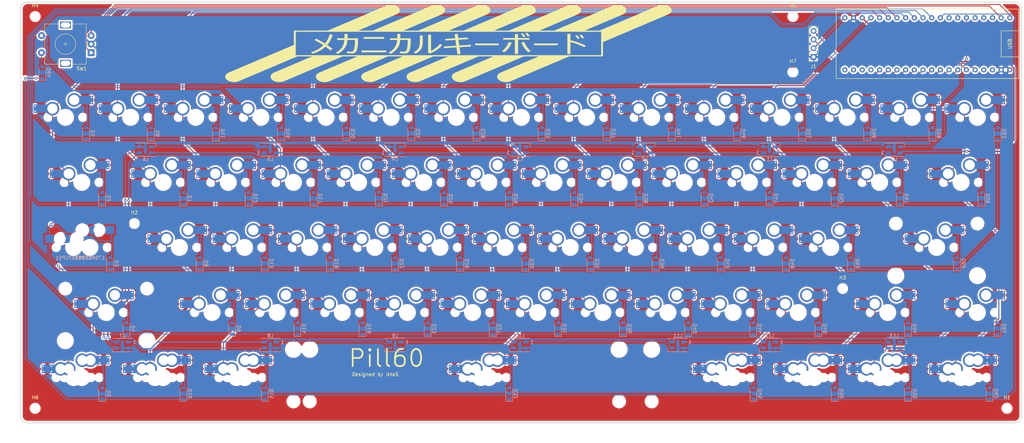
<source format=kicad_pcb>
(kicad_pcb (version 20171130) (host pcbnew "(5.1.6)-1")
  (layers (0 F.Cu signal) (31 B.Cu signal) (34 B.Paste user) (35 F.Paste user) (36 B.SilkS user) (37 F.SilkS user) (38 B.Mask user) (39 F.Mask user) (44 Edge.Cuts user))
  (net 0 "")
  (net 1 "Net-(125MXLALT1-Pad2)")
  (net 2 "Net-(125MXLCTRL1-Pad2)")
  (net 3 "Net-(125MXLGUI1-Pad2)")
  (net 4 "Net-(125MXRATL1-Pad2)")
  (net 5 "Net-(125MXRCTRL1-Pad2)")
  (net 6 "Net-(125MXRGUI1-Pad2)")
  (net 7 "Net-(125MXRMENU1-Pad2)")
  (net 8 "Net-(15MXBSLSH1-Pad2)")
  (net 9 "Net-(15MXTab1-Pad2)")
  (net 10 "Net-(175MXCPS1-Pad2)")
  (net 11 "Net-(175MXRSFT1-Pad2)")
  (net 12 "Net-(225MXENT1-Pad2)")
  (net 13 "Net-(225MXLSFT1-Pad2)")
  (net 14 "Net-(6.25MXSPC1-Pad2)")
  (net 15 "Net-(D1-Pad2)")
  (net 16 "Net-(D6-Pad2)")
  (net 17 "Net-(D7-Pad2)")
  (net 18 "Net-(D8-Pad2)")
  (net 19 "Net-(D9-Pad2)")
  (net 20 "Net-(D11-Pad2)")
  (net 21 "Net-(D12-Pad2)")
  (net 22 "Net-(D13-Pad2)")
  (net 23 "Net-(D14-Pad2)")
  (net 24 "Net-(D16-Pad2)")
  (net 25 "Net-(D17-Pad2)")
  (net 26 "Net-(D18-Pad2)")
  (net 27 "Net-(D19-Pad2)")
  (net 28 "Net-(D20-Pad2)")
  (net 29 "Net-(D21-Pad2)")
  (net 30 "Net-(D22-Pad2)")
  (net 31 "Net-(D23-Pad2)")
  (net 32 "Net-(D24-Pad2)")
  (net 33 "Net-(D25-Pad2)")
  (net 34 "Net-(D26-Pad2)")
  (net 35 "Net-(D27-Pad2)")
  (net 36 "Net-(D28-Pad2)")
  (net 37 "Net-(D29-Pad2)")
  (net 38 "Net-(D30-Pad2)")
  (net 39 "Net-(D31-Pad2)")
  (net 40 "Net-(D33-Pad2)")
  (net 41 "Net-(D34-Pad2)")
  (net 42 "Net-(D35-Pad2)")
  (net 43 "Net-(D36-Pad2)")
  (net 44 "Net-(D37-Pad2)")
  (net 45 "Net-(D38-Pad2)")
  (net 46 "Net-(D39-Pad2)")
  (net 47 "Net-(D40-Pad2)")
  (net 48 "Net-(D41-Pad2)")
  (net 49 "Net-(D42-Pad2)")
  (net 50 "Net-(D43-Pad2)")
  (net 51 "Net-(D44-Pad2)")
  (net 52 "Net-(D46-Pad2)")
  (net 53 "Net-(D47-Pad2)")
  (net 54 "Net-(D48-Pad2)")
  (net 55 "Net-(D49-Pad2)")
  (net 56 "Net-(D51-Pad2)")
  (net 57 "Net-(D52-Pad2)")
  (net 58 "Net-(D53-Pad2)")
  (net 59 "Net-(D56-Pad2)")
  (net 60 "Net-(D57-Pad2)")
  (net 61 "Net-(D58-Pad2)")
  (net 62 "Net-(D61-Pad2)")
  (net 63 "Net-(D63-Pad2)")
  (net 64 "Net-(U1-PadPC15)")
  (net 65 "Net-(U1-PadNRST)")
  (net 66 "Net-(U1-PadPC14)")
  (net 67 "Net-(U1-PadPC13)")
  (net 68 "Net-(U1-PadVBAT)")
  (net 69 "Net-(U1-PadPB14)")
  (net 70 "Net-(U1-PadPB15)")
  (net 71 "Net-(U1-PadPA8)")
  (net 72 "Net-(U1-PadPA11)")
  (net 73 "Net-(U1-PadPA10)")
  (net 74 COL2)
  (net 75 COL0)
  (net 76 COL1)
  (net 77 ROW0)
  (net 78 ROW1)
  (net 79 ROW2)
  (net 80 ROW3)
  (net 81 ROW4)
  (net 82 SWE2)
  (net 83 COL3)
  (net 84 GND)
  (net 85 SCL)
  (net 86 SDA)
  (net 87 +3V3)
  (net 88 COL10)
  (net 89 COL13)
  (net 90 COL11)
  (net 91 COL12)
  (net 92 COL6)
  (net 93 COL4)
  (net 94 COL5)
  (net 95 COL7)
  (net 96 COL8)
  (net 97 COL9)
  (net 98 ENCB)
  (net 99 ENCA)
  (net 100 +5V)
  (net 101 "Net-(L0-Pad1)")
  (net 102 LED)
  (net 103 "Net-(L1-Pad1)")
  (net 104 "Net-(L2-Pad1)")
  (net 105 "Net-(L3-Pad1)")
  (net 106 "Net-(L4-Pad1)")
  (net 107 "Net-(L5-Pad1)")
  (net 108 "Net-(L6-Pad1)")
  (net 109 "Net-(L7-Pad1)")
  (net 110 "Net-(L8-Pad1)")
  (net 111 "Net-(L10-Pad3)")
  (net 112 "Net-(L10-Pad1)")
  (net 113 "Net-(L11-Pad1)")
  (net 114 "Net-(L12-Pad1)")
  (net 115 "Net-(L13-Pad1)")
  (module LED_SMD:LED_SK6812MINI_PLCC4_3.5x3.5mm_P1.75mm (layer B.Cu) (at 83.34 161.925 180)
    (fp_text reference L7 (at 0 2.75) (layer B.SilkS) (effects (justify mirror)))
    (fp_text value SK6812MINI)
    (fp_text user 1 (at -3.5 0.875) (layer B.SilkS) (effects (justify mirror)))
    (pad 1 smd rect (at -1.75 0.875 180) (size 1.6 0.85) (layers B.Cu B.Paste B.Mask) (net 109 "Net-(L7-Pad1)"))
    (pad 2 smd rect (at -1.75 -0.875 180) (size 1.6 0.85) (layers B.Cu B.Paste B.Mask) (net 84 GND))
    (pad 4 smd rect (at 1.75 0.875 180) (size 1.6 0.85) (layers B.Cu B.Paste B.Mask) (net 100 +5V))
    (pad 3 smd rect (at 1.75 -0.875 180) (size 1.6 0.85) (layers B.Cu B.Paste B.Mask) (net 108 "Net-(L6-Pad1)"))
  )
  (module LED_SMD:LED_SK6812MINI_PLCC4_3.5x3.5mm_P1.75mm (layer B.Cu) (at 90.08 104.765)
    (fp_text reference L6 (at 0 2.75) (layer B.SilkS) (effects (justify mirror)))
    (fp_text value SK6812MINI)
    (fp_text user 1 (at -3.5 0.875) (layer B.SilkS) (effects (justify mirror)))
    (pad 1 smd rect (at -1.75 0.875) (size 1.6 0.85) (layers B.Cu B.Paste B.Mask) (net 108 "Net-(L6-Pad1)"))
    (pad 2 smd rect (at -1.75 -0.875) (size 1.6 0.85) (layers B.Cu B.Paste B.Mask) (net 84 GND))
    (pad 4 smd rect (at 1.75 0.875) (size 1.6 0.85) (layers B.Cu B.Paste B.Mask) (net 100 +5V))
    (pad 3 smd rect (at 1.75 -0.875) (size 1.6 0.85) (layers B.Cu B.Paste B.Mask) (net 107 "Net-(L5-Pad1)"))
  )
  (module LED_SMD:LED_SK6812MINI_PLCC4_3.5x3.5mm_P1.75mm (layer B.Cu) (at 126.58 104.765)
    (fp_text reference L5 (at 0 2.75) (layer B.SilkS) (effects (justify mirror)))
    (fp_text value SK6812MINI)
    (fp_text user 1 (at -3.5 0.875) (layer B.SilkS) (effects (justify mirror)))
    (pad 1 smd rect (at -1.75 0.875) (size 1.6 0.85) (layers B.Cu B.Paste B.Mask) (net 107 "Net-(L5-Pad1)"))
    (pad 2 smd rect (at -1.75 -0.875) (size 1.6 0.85) (layers B.Cu B.Paste B.Mask) (net 84 GND))
    (pad 4 smd rect (at 1.75 0.875) (size 1.6 0.85) (layers B.Cu B.Paste B.Mask) (net 100 +5V))
    (pad 3 smd rect (at 1.75 -0.875) (size 1.6 0.85) (layers B.Cu B.Paste B.Mask) (net 106 "Net-(L4-Pad1)"))
  )
  (module LED_SMD:LED_SK6812MINI_PLCC4_3.5x3.5mm_P1.75mm (layer B.Cu) (at 163.07 104.775)
    (fp_text reference L4 (at 0 2.75) (layer B.SilkS) (effects (justify mirror)))
    (fp_text value SK6812MINI)
    (fp_text user 1 (at -3.5 0.875) (layer B.SilkS) (effects (justify mirror)))
    (pad 1 smd rect (at -1.75 0.875) (size 1.6 0.85) (layers B.Cu B.Paste B.Mask) (net 106 "Net-(L4-Pad1)"))
    (pad 2 smd rect (at -1.75 -0.875) (size 1.6 0.85) (layers B.Cu B.Paste B.Mask) (net 84 GND))
    (pad 4 smd rect (at 1.75 0.875) (size 1.6 0.85) (layers B.Cu B.Paste B.Mask) (net 100 +5V))
    (pad 3 smd rect (at 1.75 -0.875) (size 1.6 0.85) (layers B.Cu B.Paste B.Mask) (net 105 "Net-(L3-Pad1)"))
  )
  (module LED_SMD:LED_SK6812MINI_PLCC4_3.5x3.5mm_P1.75mm (layer B.Cu) (at 199.59 104.765)
    (fp_text reference L3 (at 0 2.75) (layer B.SilkS) (effects (justify mirror)))
    (fp_text value SK6812MINI)
    (fp_text user 1 (at -3.5 0.875) (layer B.SilkS) (effects (justify mirror)))
    (pad 1 smd rect (at -1.75 0.875) (size 1.6 0.85) (layers B.Cu B.Paste B.Mask) (net 105 "Net-(L3-Pad1)"))
    (pad 2 smd rect (at -1.75 -0.875) (size 1.6 0.85) (layers B.Cu B.Paste B.Mask) (net 84 GND))
    (pad 4 smd rect (at 1.75 0.875) (size 1.6 0.85) (layers B.Cu B.Paste B.Mask) (net 100 +5V))
    (pad 3 smd rect (at 1.75 -0.875) (size 1.6 0.85) (layers B.Cu B.Paste B.Mask) (net 104 "Net-(L2-Pad1)"))
  )
  (module LED_SMD:LED_SK6812MINI_PLCC4_3.5x3.5mm_P1.75mm (layer B.Cu) (at 236.08 104.775)
    (fp_text reference L2 (at 0 2.75) (layer B.SilkS) (effects (justify mirror)))
    (fp_text value SK6812MINI)
    (fp_text user 1 (at -3.5 0.875) (layer B.SilkS) (effects (justify mirror)))
    (pad 1 smd rect (at -1.75 0.875) (size 1.6 0.85) (layers B.Cu B.Paste B.Mask) (net 104 "Net-(L2-Pad1)"))
    (pad 2 smd rect (at -1.75 -0.875) (size 1.6 0.85) (layers B.Cu B.Paste B.Mask) (net 84 GND))
    (pad 4 smd rect (at 1.75 0.875) (size 1.6 0.85) (layers B.Cu B.Paste B.Mask) (net 100 +5V))
    (pad 3 smd rect (at 1.75 -0.875) (size 1.6 0.85) (layers B.Cu B.Paste B.Mask) (net 103 "Net-(L1-Pad1)"))
  )
  (module LED_SMD:LED_SK6812MINI_PLCC4_3.5x3.5mm_P1.75mm (layer B.Cu) (at 272.58 104.775)
    (fp_text reference L1 (at 0 2.75) (layer B.SilkS) (effects (justify mirror)))
    (fp_text value SK6812MINI)
    (fp_text user 1 (at -3.5 0.875) (layer B.SilkS) (effects (justify mirror)))
    (pad 1 smd rect (at -1.75 0.875) (size 1.6 0.85) (layers B.Cu B.Paste B.Mask) (net 103 "Net-(L1-Pad1)"))
    (pad 2 smd rect (at -1.75 -0.875) (size 1.6 0.85) (layers B.Cu B.Paste B.Mask) (net 84 GND))
    (pad 4 smd rect (at 1.75 0.875) (size 1.6 0.85) (layers B.Cu B.Paste B.Mask) (net 100 +5V))
    (pad 3 smd rect (at 1.75 -0.875) (size 1.6 0.85) (layers B.Cu B.Paste B.Mask) (net 101 "Net-(L0-Pad1)"))
  )
  (module LED_SMD:LED_SK6812MINI_PLCC4_3.5x3.5mm_P1.75mm (layer B.Cu) (at 309.07 104.775)
    (fp_text reference L0 (at 0 2.75) (layer B.SilkS) (effects (justify mirror)))
    (fp_text value SK6812MINI)
    (fp_text user 1 (at -3.5 0.875) (layer B.SilkS) (effects (justify mirror)))
    (pad 1 smd rect (at -1.75 0.875) (size 1.6 0.85) (layers B.Cu B.Paste B.Mask) (net 101 "Net-(L0-Pad1)"))
    (pad 2 smd rect (at -1.75 -0.875) (size 1.6 0.85) (layers B.Cu B.Paste B.Mask) (net 84 GND))
    (pad 4 smd rect (at 1.75 0.875) (size 1.6 0.85) (layers B.Cu B.Paste B.Mask) (net 100 +5V))
    (pad 3 smd rect (at 1.75 -0.875) (size 1.6 0.85) (layers B.Cu B.Paste B.Mask) (net 102 LED))
  )
  (module Keebio-Parts:RotaryEncoder_Alps_EC11E-Switch_Vertical_H20mm (layer F.Cu) (at 66.675 73.81875 180)
    (fp_text reference SW1 (at -4.7 -7.2) (layer F.SilkS))
    (fp_text value Rotary_Encoder_Switch)
    (pad S1 thru_hole circle (at 7 2.5 180) (size 2 2) (drill 1) (layers *.Cu *.Mask) (net 83 COL3))
    (pad S2 thru_hole circle (at 7 -2.5 180) (size 2 2) (drill 1) (layers *.Cu *.Mask) (net 82 SWE2))
    (pad MP thru_hole rect (at 0 5.6 180) (size 3.2 2) (drill oval 2.8 1.5) (layers *.Cu *.Mask))
    (pad MP thru_hole rect (at 0 -5.6 180) (size 3.2 2) (drill oval 2.8 1.5) (layers *.Cu *.Mask))
    (pad B thru_hole circle (at -7.5 2.5 180) (size 2 2) (drill 1) (layers *.Cu *.Mask) (net 98 ENCB))
    (pad C thru_hole circle (at -7.5 0 180) (size 2 2) (drill 1) (layers *.Cu *.Mask) (net 84 GND))
    (pad A thru_hole rect (at -7.5 -2.5 180) (size 2 2) (drill 1) (layers *.Cu *.Mask) (net 99 ENCA))
  )
  (module Connector_PinSocket_2.54mm:PinSocket_1x04_P2.54mm_Vertical (layer F.Cu) (at 285.46 77.55 180)
    (fp_text reference J1 (at 0 -2.77) (layer F.SilkS))
    (fp_text value OLED)
    (pad 4 thru_hole oval (at 0 7.62 180) (size 1.7 1.7) (drill 1) (layers *.Cu *.Mask) (net 86 SDA))
    (pad 3 thru_hole oval (at 0 5.08 180) (size 1.7 1.7) (drill 1) (layers *.Cu *.Mask) (net 85 SCL))
    (pad 2 thru_hole oval (at 0 2.54 180) (size 1.7 1.7) (drill 1) (layers *.Cu *.Mask) (net 87 +3V3))
    (pad 1 thru_hole rect (at 0 0 180) (size 1.7 1.7) (drill 1) (layers *.Cu *.Mask) (net 84 GND))
  )
  (module MountingHole:MountingHole_2.2mm_M2 (layer F.Cu) (at 279.43 82.02)
    (fp_text reference H7 (at 0 -3.2) (layer F.SilkS))
    (fp_text value Hole)
    (pad 1 np_thru_hole circle (at 0 0) (size 2.2 2.2) (drill 2.2) (layers *.Cu *.Mask))
  )
  (module MountingHole:MountingHole_2.2mm_M2 (layer F.Cu) (at 57.81 180.47)
    (fp_text reference H6 (at 0 -3.2) (layer F.SilkS))
    (fp_text value Hole)
    (pad 1 np_thru_hole circle (at 0 0) (size 2.2 2.2) (drill 2.2) (layers *.Cu *.Mask))
  )
  (module MountingHole:MountingHole_2.2mm_M2 (layer F.Cu) (at 279.42 65.74)
    (fp_text reference H5 (at 0 -3.2) (layer F.SilkS))
    (fp_text value Hole)
    (pad 1 np_thru_hole circle (at 0 0) (size 2.2 2.2) (drill 2.2) (layers *.Cu *.Mask))
  )
  (module MountingHole:MountingHole_2.2mm_M2 (layer F.Cu) (at 57.82 65.75)
    (fp_text reference H4 (at 0 -3.2) (layer F.SilkS))
    (fp_text value Hole)
    (pad 1 np_thru_hole circle (at 0 0) (size 2.2 2.2) (drill 2.2) (layers *.Cu *.Mask))
  )
  (module MountingHole:MountingHole_2.2mm_M2 (layer F.Cu) (at 293.99 145.4)
    (fp_text reference H3 (at 0 -3.2) (layer F.SilkS))
    (fp_text value Hole)
    (pad 1 np_thru_hole circle (at 0 0) (size 2.2 2.2) (drill 2.2) (layers *.Cu *.Mask))
  )
  (module MountingHole:MountingHole_2.2mm_M2 (layer F.Cu) (at 86.83 126.35)
    (fp_text reference H2 (at 0 -3.2) (layer F.SilkS))
    (fp_text value Hole)
    (pad 1 np_thru_hole circle (at 0 0) (size 2.2 2.2) (drill 2.2) (layers *.Cu *.Mask))
  )
  (module MountingHole:MountingHole_2.2mm_M2 (layer F.Cu) (at 342.04 180.46)
    (fp_text reference H1 (at 0 -3.2) (layer F.SilkS))
    (fp_text value Hole)
    (pad 1 np_thru_hole circle (at 0 0) (size 2.2 2.2) (drill 2.2) (layers *.Cu *.Mask))
  )
  (module LED_SMD:LED_SK6812MINI_PLCC4_3.5x3.5mm_P1.75mm (layer B.Cu) (at 309.08 161.945 180)
    (fp_text reference L13 (at 0 2.75) (layer B.SilkS) (effects (justify mirror)))
    (fp_text value SK6812MINI)
    (fp_text user 1 (at -3.5 0.875) (layer B.SilkS) (effects (justify mirror)))
    (pad 1 smd rect (at -1.75 0.875 180) (size 1.6 0.85) (layers B.Cu B.Paste B.Mask) (net 115 "Net-(L13-Pad1)"))
    (pad 2 smd rect (at -1.75 -0.875 180) (size 1.6 0.85) (layers B.Cu B.Paste B.Mask) (net 84 GND))
    (pad 4 smd rect (at 1.75 0.875 180) (size 1.6 0.85) (layers B.Cu B.Paste B.Mask) (net 100 +5V))
    (pad 3 smd rect (at 1.75 -0.875 180) (size 1.6 0.85) (layers B.Cu B.Paste B.Mask) (net 114 "Net-(L12-Pad1)"))
  )
  (module LED_SMD:LED_SK6812MINI_PLCC4_3.5x3.5mm_P1.75mm (layer B.Cu) (at 272.58 161.915 180)
    (fp_text reference L12 (at 0 2.75) (layer B.SilkS) (effects (justify mirror)))
    (fp_text value SK6812MINI)
    (fp_text user 1 (at -3.5 0.875) (layer B.SilkS) (effects (justify mirror)))
    (pad 1 smd rect (at -1.75 0.875 180) (size 1.6 0.85) (layers B.Cu B.Paste B.Mask) (net 114 "Net-(L12-Pad1)"))
    (pad 2 smd rect (at -1.75 -0.875 180) (size 1.6 0.85) (layers B.Cu B.Paste B.Mask) (net 84 GND))
    (pad 4 smd rect (at 1.75 0.875 180) (size 1.6 0.85) (layers B.Cu B.Paste B.Mask) (net 100 +5V))
    (pad 3 smd rect (at 1.75 -0.875 180) (size 1.6 0.85) (layers B.Cu B.Paste B.Mask) (net 113 "Net-(L11-Pad1)"))
  )
  (module LED_SMD:LED_SK6812MINI_PLCC4_3.5x3.5mm_P1.75mm (layer B.Cu) (at 245.76 161.915 180)
    (fp_text reference L11 (at 0 2.75) (layer B.SilkS) (effects (justify mirror)))
    (fp_text value SK6812MINI)
    (fp_text user 1 (at -3.5 0.875) (layer B.SilkS) (effects (justify mirror)))
    (pad 1 smd rect (at -1.75 0.875 180) (size 1.6 0.85) (layers B.Cu B.Paste B.Mask) (net 113 "Net-(L11-Pad1)"))
    (pad 2 smd rect (at -1.75 -0.875 180) (size 1.6 0.85) (layers B.Cu B.Paste B.Mask) (net 84 GND))
    (pad 4 smd rect (at 1.75 0.875 180) (size 1.6 0.85) (layers B.Cu B.Paste B.Mask) (net 100 +5V))
    (pad 3 smd rect (at 1.75 -0.875 180) (size 1.6 0.85) (layers B.Cu B.Paste B.Mask) (net 112 "Net-(L10-Pad1)"))
  )
  (module LED_SMD:LED_SK6812MINI_PLCC4_3.5x3.5mm_P1.75mm (layer B.Cu) (at 199.58 161.915 180)
    (fp_text reference L10 (at 0 2.75) (layer B.SilkS) (effects (justify mirror)))
    (fp_text value SK6812MINI)
    (fp_text user 1 (at -3.5 0.875) (layer B.SilkS) (effects (justify mirror)))
    (pad 1 smd rect (at -1.75 0.875 180) (size 1.6 0.85) (layers B.Cu B.Paste B.Mask) (net 112 "Net-(L10-Pad1)"))
    (pad 2 smd rect (at -1.75 -0.875 180) (size 1.6 0.85) (layers B.Cu B.Paste B.Mask) (net 84 GND))
    (pad 4 smd rect (at 1.75 0.875 180) (size 1.6 0.85) (layers B.Cu B.Paste B.Mask) (net 100 +5V))
    (pad 3 smd rect (at 1.75 -0.875 180) (size 1.6 0.85) (layers B.Cu B.Paste B.Mask) (net 111 "Net-(L10-Pad3)"))
  )
  (module LED_SMD:LED_SK6812MINI_PLCC4_3.5x3.5mm_P1.75mm (layer B.Cu) (at 163.07 161.915 180)
    (fp_text reference L9 (at 0 2.75) (layer B.SilkS) (effects (justify mirror)))
    (fp_text value SK6812MINI)
    (fp_text user 1 (at -3.5 0.875) (layer B.SilkS) (effects (justify mirror)))
    (pad 1 smd rect (at -1.75 0.875 180) (size 1.6 0.85) (layers B.Cu B.Paste B.Mask) (net 111 "Net-(L10-Pad3)"))
    (pad 2 smd rect (at -1.75 -0.875 180) (size 1.6 0.85) (layers B.Cu B.Paste B.Mask) (net 84 GND))
    (pad 4 smd rect (at 1.75 0.875 180) (size 1.6 0.85) (layers B.Cu B.Paste B.Mask) (net 100 +5V))
    (pad 3 smd rect (at 1.75 -0.875 180) (size 1.6 0.85) (layers B.Cu B.Paste B.Mask) (net 110 "Net-(L8-Pad1)"))
  )
  (module LED_SMD:LED_SK6812MINI_PLCC4_3.5x3.5mm_P1.75mm (layer B.Cu) (at 126.59 161.915 180)
    (fp_text reference L8 (at 0 2.75) (layer B.SilkS) (effects (justify mirror)))
    (fp_text value SK6812MINI)
    (fp_text user 1 (at -3.5 0.875) (layer B.SilkS) (effects (justify mirror)))
    (pad 1 smd rect (at -1.75 0.875 180) (size 1.6 0.85) (layers B.Cu B.Paste B.Mask) (net 110 "Net-(L8-Pad1)"))
    (pad 2 smd rect (at -1.75 -0.875 180) (size 1.6 0.85) (layers B.Cu B.Paste B.Mask) (net 84 GND))
    (pad 4 smd rect (at 1.75 0.875 180) (size 1.6 0.85) (layers B.Cu B.Paste B.Mask) (net 100 +5V))
    (pad 3 smd rect (at 1.75 -0.875 180) (size 1.6 0.85) (layers B.Cu B.Paste B.Mask) (net 109 "Net-(L7-Pad1)"))
  )
  (module Art:MEKAKIIBOODO-Small3 (layer F.Cu) (at 178.68 73.63)
    (fp_text reference G*** hide)
    (fp_text value LOGO hide)
  )
  (module chinabluepill:ChinaBluePill (layer F.Cu) (at 294.62 66.11 270)
    (fp_text reference U1 hide)
    (fp_text value ChinaBluePill hide)
    (fp_text user USB (at 7.62 -48.26 90) (layer F.SilkS))
    (pad GND thru_hole circle (at 15.24 -48.26) (size 1.524 1.524) (drill 0.762) (layers *.Cu *.Mask) (net 84 GND))
    (pad PB10 thru_hole circle (at 15.24 -35.56) (size 1.524 1.524) (drill 0.762) (layers *.Cu *.Mask) (net 85 SCL))
    (pad PA3 thru_hole circle (at 15.24 -17.78) (size 1.524 1.524) (drill 0.762) (layers *.Cu *.Mask) (net 95 COL7))
    (pad PC15 thru_hole circle (at 15.24 -7.62) (size 1.524 1.524) (drill 0.762) (layers *.Cu *.Mask) (net 64 "Net-(U1-PadPC15)"))
    (pad GND thru_hole circle (at 15.24 -45.72) (size 1.524 1.524) (drill 0.762) (layers *.Cu *.Mask) (net 84 GND))
    (pad PA5 thru_hole circle (at 15.24 -22.86) (size 1.524 1.524) (drill 0.762) (layers *.Cu *.Mask) (net 97 COL9))
    (pad NRST thru_hole circle (at 15.24 -40.64) (size 1.524 1.524) (drill 0.762) (layers *.Cu *.Mask) (net 65 "Net-(U1-PadNRST)"))
    (pad PB11 thru_hole circle (at 15.24 -38.1) (size 1.524 1.524) (drill 0.762) (layers *.Cu *.Mask) (net 86 SDA))
    (pad 3V3 thru_hole circle (at 15.24 -43.18) (size 1.524 1.524) (drill 0.762) (layers *.Cu *.Mask) (net 87 +3V3))
    (pad PA4 thru_hole circle (at 15.24 -20.32) (size 1.524 1.524) (drill 0.762) (layers *.Cu *.Mask) (net 96 COL8))
    (pad PA6 thru_hole circle (at 15.24 -25.4) (size 1.524 1.524) (drill 0.762) (layers *.Cu *.Mask) (net 88 COL10))
    (pad PA1 thru_hole circle (at 15.24 -12.7) (size 1.524 1.524) (drill 0.762) (layers *.Cu *.Mask) (net 94 COL5))
    (pad PB1 thru_hole circle (at 15.24 -33.02) (size 1.524 1.524) (drill 0.762) (layers *.Cu *.Mask) (net 89 COL13))
    (pad PC14 thru_hole circle (at 15.24 -5.08) (size 1.524 1.524) (drill 0.762) (layers *.Cu *.Mask) (net 66 "Net-(U1-PadPC14)"))
    (pad PA0 thru_hole circle (at 15.24 -10.16) (size 1.524 1.524) (drill 0.762) (layers *.Cu *.Mask) (net 93 COL4))
    (pad PA2 thru_hole circle (at 15.24 -15.24) (size 1.524 1.524) (drill 0.762) (layers *.Cu *.Mask) (net 92 COL6))
    (pad PC13 thru_hole circle (at 15.24 -2.54) (size 1.524 1.524) (drill 0.762) (layers *.Cu *.Mask) (net 67 "Net-(U1-PadPC13)"))
    (pad PA7 thru_hole circle (at 15.24 -27.94) (size 1.524 1.524) (drill 0.762) (layers *.Cu *.Mask) (net 90 COL11))
    (pad VBAT thru_hole circle (at 15.24 0) (size 1.524 1.524) (drill 0.762) (layers *.Cu *.Mask) (net 68 "Net-(U1-PadVBAT)"))
    (pad PB0 thru_hole circle (at 15.24 -30.48) (size 1.524 1.524) (drill 0.762) (layers *.Cu *.Mask) (net 91 COL12))
    (pad PB12 thru_hole circle (at 0 -48.26) (size 1.524 1.524) (drill 0.762) (layers *.Cu *.Mask) (net 99 ENCA))
    (pad PB13 thru_hole circle (at 0 -45.72) (size 1.524 1.524) (drill 0.762) (layers *.Cu *.Mask) (net 98 ENCB))
    (pad PB14 thru_hole circle (at 0 -43.18) (size 1.524 1.524) (drill 0.762) (layers *.Cu *.Mask) (net 69 "Net-(U1-PadPB14)"))
    (pad PB15 thru_hole circle (at 0 -40.64) (size 1.524 1.524) (drill 0.762) (layers *.Cu *.Mask) (net 70 "Net-(U1-PadPB15)"))
    (pad PA8 thru_hole circle (at 0 -38.1) (size 1.524 1.524) (drill 0.762) (layers *.Cu *.Mask) (net 71 "Net-(U1-PadPA8)"))
    (pad PA11 thru_hole circle (at 0 -30.48) (size 1.524 1.524) (drill 0.762) (layers *.Cu *.Mask) (net 72 "Net-(U1-PadPA11)"))
    (pad PA9 thru_hole circle (at 0 -35.56) (size 1.524 1.524) (drill 0.762) (layers *.Cu *.Mask) (net 102 LED))
    (pad PA10 thru_hole circle (at 0 -33.02) (size 1.524 1.524) (drill 0.762) (layers *.Cu *.Mask) (net 73 "Net-(U1-PadPA10)"))
    (pad PA12 thru_hole circle (at 0 -27.94) (size 1.524 1.524) (drill 0.762) (layers *.Cu *.Mask) (net 81 ROW4))
    (pad PA15 thru_hole circle (at 0 -25.4) (size 1.524 1.524) (drill 0.762) (layers *.Cu *.Mask) (net 80 ROW3))
    (pad PB3 thru_hole circle (at 0 -22.86) (size 1.524 1.524) (drill 0.762) (layers *.Cu *.Mask) (net 79 ROW2))
    (pad PB5 thru_hole circle (at 0 -17.78) (size 1.524 1.524) (drill 0.762) (layers *.Cu *.Mask) (net 77 ROW0))
    (pad PB4 thru_hole circle (at 0 -20.32) (size 1.524 1.524) (drill 0.762) (layers *.Cu *.Mask) (net 78 ROW1))
    (pad PB6 thru_hole circle (at 0 -15.24) (size 1.524 1.524) (drill 0.762) (layers *.Cu *.Mask) (net 75 COL0))
    (pad PB7 thru_hole circle (at 0 -12.7) (size 1.524 1.524) (drill 0.762) (layers *.Cu *.Mask) (net 76 COL1))
    (pad 5V thru_hole circle (at 0 -5.08) (size 1.524 1.524) (drill 0.762) (layers *.Cu *.Mask) (net 100 +5V))
    (pad PB8 thru_hole circle (at 0 -10.16) (size 1.524 1.524) (drill 0.762) (layers *.Cu *.Mask) (net 74 COL2))
    (pad PB9 thru_hole circle (at 0 -7.62) (size 1.524 1.524) (drill 0.762) (layers *.Cu *.Mask) (net 83 COL3))
    (pad GND thru_hole circle (at 0 -2.54) (size 1.524 1.524) (drill 0.762) (layers *.Cu *.Mask) (net 84 GND))
    (pad 3V3 thru_hole circle (at 0 0) (size 1.524 1.524) (drill 0.762) (layers *.Cu *.Mask) (net 87 +3V3))
  )
  (module Diode_SMD:D_SOD-123 (layer B.Cu) (at 59.91 82.15 90)
    (fp_text reference D64 (at 0 2 90) (layer B.SilkS) (effects (justify mirror)))
    (fp_text value 1N4148W)
    (pad 2 smd rect (at 1.65 0 90) (size 0.9 1.2) (layers B.Cu B.Paste B.Mask) (net 82 SWE2))
    (pad 1 smd rect (at -1.65 0 90) (size 0.9 1.2) (layers B.Cu B.Paste B.Mask) (net 81 ROW4))
  )
  (module MX_Only:MXOnly-1.5U-Hotswap-AntiShear (layer F.Cu) (at 328.6125 171.45)
    (fp_text reference 15MXRCTRL2)
    (fp_text value MX-NoLED)
    (pad 1 smd rect (at -7.085 -2.54) (size 4.5 2.5) (layers B.Cu) (net 89 COL13))
    (pad "" np_thru_hole circle (at -5.08 0 48.0996) (size 1.75 1.75) (drill 1.75) (layers *.Cu *.Mask))
    (pad 2 thru_hole circle (at 2.54 -5.08) (size 4 4) (drill 3) (layers *.Cu) (net 5 "Net-(125MXRCTRL1-Pad2)"))
    (pad "" np_thru_hole circle (at 0 0) (size 3.9878 3.9878) (drill 3.9878) (layers *.Cu *.Mask))
    (pad "" np_thru_hole circle (at 5.08 0 48.0996) (size 1.75 1.75) (drill 1.75) (layers *.Cu *.Mask))
    (pad 1 thru_hole circle (at -8.89 -3.302) (size 0.8 0.8) (drill 0.4) (layers *.Cu) (net 89 COL13))
    (pad 1 thru_hole circle (at -8.89 -1.778) (size 0.8 0.8) (drill 0.4) (layers *.Cu) (net 89 COL13))
    (pad 1 thru_hole circle (at -3.81 -2.54) (size 4 4) (drill 3) (layers *.Cu) (net 89 COL13))
    (pad 2 thru_hole circle (at 7.62 -5.842) (size 0.8 0.8) (drill 0.4) (layers *.Cu) (net 5 "Net-(125MXRCTRL1-Pad2)"))
    (pad 2 smd rect (at 5.842 -5.08) (size 4.5 2.5) (layers B.Cu) (net 5 "Net-(125MXRCTRL1-Pad2)"))
    (pad 2 thru_hole circle (at 7.62 -4.318) (size 0.8 0.8) (drill 0.4) (layers *.Cu) (net 5 "Net-(125MXRCTRL1-Pad2)"))
  )
  (module MX_Only:MXOnly-6U-ReversedStabilizers-NoLED-HotSwap-AntiShear (layer F.Cu) (at 180.975 171.45)
    (fp_text reference 6MXSPC1)
    (fp_text value MX-NoLED)
    (pad 2 thru_hole circle (at 17.145 -5.842) (size 0.8 0.8) (drill 0.4) (layers *.Cu) (net 14 "Net-(6.25MXSPC1-Pad2)"))
    (pad 2 thru_hole circle (at 17.145 -4.318) (size 0.8 0.8) (drill 0.4) (layers *.Cu) (net 14 "Net-(6.25MXSPC1-Pad2)"))
    (pad "" np_thru_hole circle (at 4.445 0 48.0996) (size 1.75 1.75) (drill 1.75) (layers *.Cu *.Mask))
    (pad 2 smd rect (at 15.367 -5.08) (size 4.5 2.5) (layers B.Cu) (net 14 "Net-(6.25MXSPC1-Pad2)"))
    (pad 1 thru_hole circle (at 0.635 -1.778) (size 0.8 0.8) (drill 0.4) (layers *.Cu) (net 92 COL6))
    (pad "" np_thru_hole circle (at 14.605 0 48.0996) (size 1.75 1.75) (drill 1.75) (layers *.Cu *.Mask))
    (pad 2 thru_hole circle (at 12.065 -5.08) (size 4 4) (drill 3) (layers *.Cu) (net 14 "Net-(6.25MXSPC1-Pad2)"))
    (pad 1 thru_hole circle (at 5.715 -2.54) (size 4 4) (drill 3) (layers *.Cu) (net 92 COL6))
    (pad "" np_thru_hole circle (at 9.525 0) (size 3.9878 3.9878) (drill 3.9878) (layers *.Cu *.Mask))
    (pad 1 smd rect (at 2.44 -2.54) (size 4.5 2.5) (layers B.Cu) (net 92 COL6))
    (pad 1 thru_hole circle (at 0.635 -3.302) (size 0.8 0.8) (drill 0.4) (layers *.Cu) (net 92 COL6))
    (pad "" np_thru_hole circle (at -47.625 6.985) (size 3.048 3.048) (drill 3.048) (layers *.Cu *.Mask))
    (pad "" np_thru_hole circle (at 47.625 6.985) (size 3.048 3.048) (drill 3.048) (layers *.Cu *.Mask))
    (pad "" np_thru_hole circle (at -47.625 -8.255) (size 3.9878 3.9878) (drill 3.9878) (layers *.Cu *.Mask))
    (pad "" np_thru_hole circle (at 47.625 -8.255) (size 3.9878 3.9878) (drill 3.9878) (layers *.Cu *.Mask))
  )
  (module MX_Only:MXOnly-1U-Hotswap-Antishear (layer F.Cu) (at 109.5375 152.4)
    (fp_text reference MXZ1)
    (fp_text value MX-NoLED)
    (pad 2 smd rect (at 5.842 -5.08) (size 4.5 2.5) (layers B.Cu) (net 19 "Net-(D9-Pad2)"))
    (pad 1 smd rect (at -7.085 -2.54) (size 4.5 2.5) (layers B.Cu) (net 76 COL1))
    (pad 2 thru_hole circle (at 7.62 -4.318) (size 0.8 0.8) (drill 0.4) (layers *.Cu) (net 19 "Net-(D9-Pad2)"))
    (pad 1 thru_hole circle (at -8.89 -1.778) (size 0.8 0.8) (drill 0.4) (layers *.Cu) (net 76 COL1))
    (pad 2 thru_hole circle (at 7.62 -5.842) (size 0.8 0.8) (drill 0.4) (layers *.Cu) (net 19 "Net-(D9-Pad2)"))
    (pad 1 thru_hole circle (at -8.89 -3.302) (size 0.8 0.8) (drill 0.4) (layers *.Cu) (net 76 COL1))
    (pad "" np_thru_hole circle (at 5.08 0 48.0996) (size 1.75 1.75) (drill 1.75) (layers *.Cu *.Mask))
    (pad "" np_thru_hole circle (at -5.08 0 48.0996) (size 1.75 1.75) (drill 1.75) (layers *.Cu *.Mask))
    (pad 1 thru_hole circle (at -3.81 -2.54) (size 4 4) (drill 3) (layers *.Cu) (net 76 COL1))
    (pad "" np_thru_hole circle (at 0 0) (size 3.9878 3.9878) (drill 3.9878) (layers *.Cu *.Mask))
    (pad 2 thru_hole circle (at 2.54 -5.08) (size 4 4) (drill 3) (layers *.Cu) (net 19 "Net-(D9-Pad2)"))
  )
  (module MX_Only:MXOnly-1U-Hotswap-Antishear (layer F.Cu) (at 190.5 114.3)
    (fp_text reference MXY1)
    (fp_text value MX-NoLED)
    (pad 2 smd rect (at 5.842 -5.08) (size 4.5 2.5) (layers B.Cu) (net 37 "Net-(D29-Pad2)"))
    (pad 1 smd rect (at -7.085 -2.54) (size 4.5 2.5) (layers B.Cu) (net 92 COL6))
    (pad 2 thru_hole circle (at 7.62 -4.318) (size 0.8 0.8) (drill 0.4) (layers *.Cu) (net 37 "Net-(D29-Pad2)"))
    (pad 1 thru_hole circle (at -8.89 -1.778) (size 0.8 0.8) (drill 0.4) (layers *.Cu) (net 92 COL6))
    (pad 2 thru_hole circle (at 7.62 -5.842) (size 0.8 0.8) (drill 0.4) (layers *.Cu) (net 37 "Net-(D29-Pad2)"))
    (pad 1 thru_hole circle (at -8.89 -3.302) (size 0.8 0.8) (drill 0.4) (layers *.Cu) (net 92 COL6))
    (pad "" np_thru_hole circle (at 5.08 0 48.0996) (size 1.75 1.75) (drill 1.75) (layers *.Cu *.Mask))
    (pad "" np_thru_hole circle (at -5.08 0 48.0996) (size 1.75 1.75) (drill 1.75) (layers *.Cu *.Mask))
    (pad 1 thru_hole circle (at -3.81 -2.54) (size 4 4) (drill 3) (layers *.Cu) (net 92 COL6))
    (pad "" np_thru_hole circle (at 0 0) (size 3.9878 3.9878) (drill 3.9878) (layers *.Cu *.Mask))
    (pad 2 thru_hole circle (at 2.54 -5.08) (size 4 4) (drill 3) (layers *.Cu) (net 37 "Net-(D29-Pad2)"))
  )
  (module MX_Only:MXOnly-1U-Hotswap-Antishear (layer F.Cu) (at 128.5875 152.4)
    (fp_text reference MXX1)
    (fp_text value MX-NoLED)
    (pad 2 smd rect (at 5.842 -5.08) (size 4.5 2.5) (layers B.Cu) (net 23 "Net-(D14-Pad2)"))
    (pad 1 smd rect (at -7.085 -2.54) (size 4.5 2.5) (layers B.Cu) (net 74 COL2))
    (pad 2 thru_hole circle (at 7.62 -4.318) (size 0.8 0.8) (drill 0.4) (layers *.Cu) (net 23 "Net-(D14-Pad2)"))
    (pad 1 thru_hole circle (at -8.89 -1.778) (size 0.8 0.8) (drill 0.4) (layers *.Cu) (net 74 COL2))
    (pad 2 thru_hole circle (at 7.62 -5.842) (size 0.8 0.8) (drill 0.4) (layers *.Cu) (net 23 "Net-(D14-Pad2)"))
    (pad 1 thru_hole circle (at -8.89 -3.302) (size 0.8 0.8) (drill 0.4) (layers *.Cu) (net 74 COL2))
    (pad "" np_thru_hole circle (at 5.08 0 48.0996) (size 1.75 1.75) (drill 1.75) (layers *.Cu *.Mask))
    (pad "" np_thru_hole circle (at -5.08 0 48.0996) (size 1.75 1.75) (drill 1.75) (layers *.Cu *.Mask))
    (pad 1 thru_hole circle (at -3.81 -2.54) (size 4 4) (drill 3) (layers *.Cu) (net 74 COL2))
    (pad "" np_thru_hole circle (at 0 0) (size 3.9878 3.9878) (drill 3.9878) (layers *.Cu *.Mask))
    (pad 2 thru_hole circle (at 2.54 -5.08) (size 4 4) (drill 3) (layers *.Cu) (net 23 "Net-(D14-Pad2)"))
  )
  (module MX_Only:MXOnly-1U-Hotswap-Antishear (layer F.Cu) (at 114.3 114.3)
    (fp_text reference MXW1)
    (fp_text value MX-NoLED)
    (pad 2 smd rect (at 5.842 -5.08) (size 4.5 2.5) (layers B.Cu) (net 21 "Net-(D12-Pad2)"))
    (pad 1 smd rect (at -7.085 -2.54) (size 4.5 2.5) (layers B.Cu) (net 74 COL2))
    (pad 2 thru_hole circle (at 7.62 -4.318) (size 0.8 0.8) (drill 0.4) (layers *.Cu) (net 21 "Net-(D12-Pad2)"))
    (pad 1 thru_hole circle (at -8.89 -1.778) (size 0.8 0.8) (drill 0.4) (layers *.Cu) (net 74 COL2))
    (pad 2 thru_hole circle (at 7.62 -5.842) (size 0.8 0.8) (drill 0.4) (layers *.Cu) (net 21 "Net-(D12-Pad2)"))
    (pad 1 thru_hole circle (at -8.89 -3.302) (size 0.8 0.8) (drill 0.4) (layers *.Cu) (net 74 COL2))
    (pad "" np_thru_hole circle (at 5.08 0 48.0996) (size 1.75 1.75) (drill 1.75) (layers *.Cu *.Mask))
    (pad "" np_thru_hole circle (at -5.08 0 48.0996) (size 1.75 1.75) (drill 1.75) (layers *.Cu *.Mask))
    (pad 1 thru_hole circle (at -3.81 -2.54) (size 4 4) (drill 3) (layers *.Cu) (net 74 COL2))
    (pad "" np_thru_hole circle (at 0 0) (size 3.9878 3.9878) (drill 3.9878) (layers *.Cu *.Mask))
    (pad 2 thru_hole circle (at 2.54 -5.08) (size 4 4) (drill 3) (layers *.Cu) (net 21 "Net-(D12-Pad2)"))
  )
  (module MX_Only:MXOnly-1U-Hotswap-Antishear (layer F.Cu) (at 166.6875 152.4)
    (fp_text reference MXV1)
    (fp_text value MX-NoLED)
    (pad 2 smd rect (at 5.842 -5.08) (size 4.5 2.5) (layers B.Cu) (net 31 "Net-(D23-Pad2)"))
    (pad 1 smd rect (at -7.085 -2.54) (size 4.5 2.5) (layers B.Cu) (net 93 COL4))
    (pad 2 thru_hole circle (at 7.62 -4.318) (size 0.8 0.8) (drill 0.4) (layers *.Cu) (net 31 "Net-(D23-Pad2)"))
    (pad 1 thru_hole circle (at -8.89 -1.778) (size 0.8 0.8) (drill 0.4) (layers *.Cu) (net 93 COL4))
    (pad 2 thru_hole circle (at 7.62 -5.842) (size 0.8 0.8) (drill 0.4) (layers *.Cu) (net 31 "Net-(D23-Pad2)"))
    (pad 1 thru_hole circle (at -8.89 -3.302) (size 0.8 0.8) (drill 0.4) (layers *.Cu) (net 93 COL4))
    (pad "" np_thru_hole circle (at 5.08 0 48.0996) (size 1.75 1.75) (drill 1.75) (layers *.Cu *.Mask))
    (pad "" np_thru_hole circle (at -5.08 0 48.0996) (size 1.75 1.75) (drill 1.75) (layers *.Cu *.Mask))
    (pad 1 thru_hole circle (at -3.81 -2.54) (size 4 4) (drill 3) (layers *.Cu) (net 93 COL4))
    (pad "" np_thru_hole circle (at 0 0) (size 3.9878 3.9878) (drill 3.9878) (layers *.Cu *.Mask))
    (pad 2 thru_hole circle (at 2.54 -5.08) (size 4 4) (drill 3) (layers *.Cu) (net 31 "Net-(D23-Pad2)"))
  )
  (module MX_Only:MXOnly-1U-Hotswap-Antishear (layer F.Cu) (at 209.55 114.3)
    (fp_text reference MXU1)
    (fp_text value MX-NoLED)
    (pad 2 smd rect (at 5.842 -5.08) (size 4.5 2.5) (layers B.Cu) (net 41 "Net-(D34-Pad2)"))
    (pad 1 smd rect (at -7.085 -2.54) (size 4.5 2.5) (layers B.Cu) (net 95 COL7))
    (pad 2 thru_hole circle (at 7.62 -4.318) (size 0.8 0.8) (drill 0.4) (layers *.Cu) (net 41 "Net-(D34-Pad2)"))
    (pad 1 thru_hole circle (at -8.89 -1.778) (size 0.8 0.8) (drill 0.4) (layers *.Cu) (net 95 COL7))
    (pad 2 thru_hole circle (at 7.62 -5.842) (size 0.8 0.8) (drill 0.4) (layers *.Cu) (net 41 "Net-(D34-Pad2)"))
    (pad 1 thru_hole circle (at -8.89 -3.302) (size 0.8 0.8) (drill 0.4) (layers *.Cu) (net 95 COL7))
    (pad "" np_thru_hole circle (at 5.08 0 48.0996) (size 1.75 1.75) (drill 1.75) (layers *.Cu *.Mask))
    (pad "" np_thru_hole circle (at -5.08 0 48.0996) (size 1.75 1.75) (drill 1.75) (layers *.Cu *.Mask))
    (pad 1 thru_hole circle (at -3.81 -2.54) (size 4 4) (drill 3) (layers *.Cu) (net 95 COL7))
    (pad "" np_thru_hole circle (at 0 0) (size 3.9878 3.9878) (drill 3.9878) (layers *.Cu *.Mask))
    (pad 2 thru_hole circle (at 2.54 -5.08) (size 4 4) (drill 3) (layers *.Cu) (net 41 "Net-(D34-Pad2)"))
  )
  (module MX_Only:MXOnly-1U-Hotswap-Antishear (layer F.Cu) (at 171.45 114.3)
    (fp_text reference MXT1)
    (fp_text value MX-NoLED)
    (pad 2 smd rect (at 5.842 -5.08) (size 4.5 2.5) (layers B.Cu) (net 33 "Net-(D25-Pad2)"))
    (pad 1 smd rect (at -7.085 -2.54) (size 4.5 2.5) (layers B.Cu) (net 94 COL5))
    (pad 2 thru_hole circle (at 7.62 -4.318) (size 0.8 0.8) (drill 0.4) (layers *.Cu) (net 33 "Net-(D25-Pad2)"))
    (pad 1 thru_hole circle (at -8.89 -1.778) (size 0.8 0.8) (drill 0.4) (layers *.Cu) (net 94 COL5))
    (pad 2 thru_hole circle (at 7.62 -5.842) (size 0.8 0.8) (drill 0.4) (layers *.Cu) (net 33 "Net-(D25-Pad2)"))
    (pad 1 thru_hole circle (at -8.89 -3.302) (size 0.8 0.8) (drill 0.4) (layers *.Cu) (net 94 COL5))
    (pad "" np_thru_hole circle (at 5.08 0 48.0996) (size 1.75 1.75) (drill 1.75) (layers *.Cu *.Mask))
    (pad "" np_thru_hole circle (at -5.08 0 48.0996) (size 1.75 1.75) (drill 1.75) (layers *.Cu *.Mask))
    (pad 1 thru_hole circle (at -3.81 -2.54) (size 4 4) (drill 3) (layers *.Cu) (net 94 COL5))
    (pad "" np_thru_hole circle (at 0 0) (size 3.9878 3.9878) (drill 3.9878) (layers *.Cu *.Mask))
    (pad 2 thru_hole circle (at 2.54 -5.08) (size 4 4) (drill 3) (layers *.Cu) (net 33 "Net-(D25-Pad2)"))
  )
  (module MX_Only:MXOnly-1U-Hotswap-Antishear (layer F.Cu) (at 280.9875 152.4)
    (fp_text reference MXSLSH1)
    (fp_text value MX-NoLED)
    (pad 2 smd rect (at 5.842 -5.08) (size 4.5 2.5) (layers B.Cu) (net 55 "Net-(D49-Pad2)"))
    (pad 1 smd rect (at -7.085 -2.54) (size 4.5 2.5) (layers B.Cu) (net 88 COL10))
    (pad 2 thru_hole circle (at 7.62 -4.318) (size 0.8 0.8) (drill 0.4) (layers *.Cu) (net 55 "Net-(D49-Pad2)"))
    (pad 1 thru_hole circle (at -8.89 -1.778) (size 0.8 0.8) (drill 0.4) (layers *.Cu) (net 88 COL10))
    (pad 2 thru_hole circle (at 7.62 -5.842) (size 0.8 0.8) (drill 0.4) (layers *.Cu) (net 55 "Net-(D49-Pad2)"))
    (pad 1 thru_hole circle (at -8.89 -3.302) (size 0.8 0.8) (drill 0.4) (layers *.Cu) (net 88 COL10))
    (pad "" np_thru_hole circle (at 5.08 0 48.0996) (size 1.75 1.75) (drill 1.75) (layers *.Cu *.Mask))
    (pad "" np_thru_hole circle (at -5.08 0 48.0996) (size 1.75 1.75) (drill 1.75) (layers *.Cu *.Mask))
    (pad 1 thru_hole circle (at -3.81 -2.54) (size 4 4) (drill 3) (layers *.Cu) (net 88 COL10))
    (pad "" np_thru_hole circle (at 0 0) (size 3.9878 3.9878) (drill 3.9878) (layers *.Cu *.Mask))
    (pad 2 thru_hole circle (at 2.54 -5.08) (size 4 4) (drill 3) (layers *.Cu) (net 55 "Net-(D49-Pad2)"))
  )
  (module MX_Only:MXOnly-1U-Hotswap-Antishear (layer F.Cu) (at 119.0625 133.35)
    (fp_text reference MXS1)
    (fp_text value MX-NoLED)
    (pad 2 smd rect (at 5.842 -5.08) (size 4.5 2.5) (layers B.Cu) (net 22 "Net-(D13-Pad2)"))
    (pad 1 smd rect (at -7.085 -2.54) (size 4.5 2.5) (layers B.Cu) (net 74 COL2))
    (pad 2 thru_hole circle (at 7.62 -4.318) (size 0.8 0.8) (drill 0.4) (layers *.Cu) (net 22 "Net-(D13-Pad2)"))
    (pad 1 thru_hole circle (at -8.89 -1.778) (size 0.8 0.8) (drill 0.4) (layers *.Cu) (net 74 COL2))
    (pad 2 thru_hole circle (at 7.62 -5.842) (size 0.8 0.8) (drill 0.4) (layers *.Cu) (net 22 "Net-(D13-Pad2)"))
    (pad 1 thru_hole circle (at -8.89 -3.302) (size 0.8 0.8) (drill 0.4) (layers *.Cu) (net 74 COL2))
    (pad "" np_thru_hole circle (at 5.08 0 48.0996) (size 1.75 1.75) (drill 1.75) (layers *.Cu *.Mask))
    (pad "" np_thru_hole circle (at -5.08 0 48.0996) (size 1.75 1.75) (drill 1.75) (layers *.Cu *.Mask))
    (pad 1 thru_hole circle (at -3.81 -2.54) (size 4 4) (drill 3) (layers *.Cu) (net 74 COL2))
    (pad "" np_thru_hole circle (at 0 0) (size 3.9878 3.9878) (drill 3.9878) (layers *.Cu *.Mask))
    (pad 2 thru_hole circle (at 2.54 -5.08) (size 4 4) (drill 3) (layers *.Cu) (net 22 "Net-(D13-Pad2)"))
  )
  (module MX_Only:MXOnly-1U-Hotswap-Antishear (layer F.Cu) (at 261.9375 152.4)
    (fp_text reference MXRNGL1)
    (fp_text value MX-NoLED)
    (pad 2 smd rect (at 5.842 -5.08) (size 4.5 2.5) (layers B.Cu) (net 51 "Net-(D44-Pad2)"))
    (pad 1 smd rect (at -7.085 -2.54) (size 4.5 2.5) (layers B.Cu) (net 97 COL9))
    (pad 2 thru_hole circle (at 7.62 -4.318) (size 0.8 0.8) (drill 0.4) (layers *.Cu) (net 51 "Net-(D44-Pad2)"))
    (pad 1 thru_hole circle (at -8.89 -1.778) (size 0.8 0.8) (drill 0.4) (layers *.Cu) (net 97 COL9))
    (pad 2 thru_hole circle (at 7.62 -5.842) (size 0.8 0.8) (drill 0.4) (layers *.Cu) (net 51 "Net-(D44-Pad2)"))
    (pad 1 thru_hole circle (at -8.89 -3.302) (size 0.8 0.8) (drill 0.4) (layers *.Cu) (net 97 COL9))
    (pad "" np_thru_hole circle (at 5.08 0 48.0996) (size 1.75 1.75) (drill 1.75) (layers *.Cu *.Mask))
    (pad "" np_thru_hole circle (at -5.08 0 48.0996) (size 1.75 1.75) (drill 1.75) (layers *.Cu *.Mask))
    (pad 1 thru_hole circle (at -3.81 -2.54) (size 4 4) (drill 3) (layers *.Cu) (net 97 COL9))
    (pad "" np_thru_hole circle (at 0 0) (size 3.9878 3.9878) (drill 3.9878) (layers *.Cu *.Mask))
    (pad 2 thru_hole circle (at 2.54 -5.08) (size 4 4) (drill 3) (layers *.Cu) (net 51 "Net-(D44-Pad2)"))
  )
  (module MX_Only:MXOnly-1U-Hotswap-Antishear (layer F.Cu) (at 304.8 171.45)
    (fp_text reference MXRMN1)
    (fp_text value MX-NoLED)
    (pad 2 smd rect (at 5.842 -5.08) (size 4.5 2.5) (layers B.Cu) (net 7 "Net-(125MXRMENU1-Pad2)"))
    (pad 1 smd rect (at -7.085 -2.54) (size 4.5 2.5) (layers B.Cu) (net 91 COL12))
    (pad 2 thru_hole circle (at 7.62 -4.318) (size 0.8 0.8) (drill 0.4) (layers *.Cu) (net 7 "Net-(125MXRMENU1-Pad2)"))
    (pad 1 thru_hole circle (at -8.89 -1.778) (size 0.8 0.8) (drill 0.4) (layers *.Cu) (net 91 COL12))
    (pad 2 thru_hole circle (at 7.62 -5.842) (size 0.8 0.8) (drill 0.4) (layers *.Cu) (net 7 "Net-(125MXRMENU1-Pad2)"))
    (pad 1 thru_hole circle (at -8.89 -3.302) (size 0.8 0.8) (drill 0.4) (layers *.Cu) (net 91 COL12))
    (pad "" np_thru_hole circle (at 5.08 0 48.0996) (size 1.75 1.75) (drill 1.75) (layers *.Cu *.Mask))
    (pad "" np_thru_hole circle (at -5.08 0 48.0996) (size 1.75 1.75) (drill 1.75) (layers *.Cu *.Mask))
    (pad 1 thru_hole circle (at -3.81 -2.54) (size 4 4) (drill 3) (layers *.Cu) (net 91 COL12))
    (pad "" np_thru_hole circle (at 0 0) (size 3.9878 3.9878) (drill 3.9878) (layers *.Cu *.Mask))
    (pad 2 thru_hole circle (at 2.54 -5.08) (size 4 4) (drill 3) (layers *.Cu) (net 7 "Net-(125MXRMENU1-Pad2)"))
  )
  (module MX_Only:MXOnly-1U-Hotswap-Antishear (layer F.Cu) (at 285.75 171.45)
    (fp_text reference MXRGUI1)
    (fp_text value MX-NoLED)
    (pad 2 smd rect (at 5.842 -5.08) (size 4.5 2.5) (layers B.Cu) (net 6 "Net-(125MXRGUI1-Pad2)"))
    (pad 1 smd rect (at -7.085 -2.54) (size 4.5 2.5) (layers B.Cu) (net 90 COL11))
    (pad 2 thru_hole circle (at 7.62 -4.318) (size 0.8 0.8) (drill 0.4) (layers *.Cu) (net 6 "Net-(125MXRGUI1-Pad2)"))
    (pad 1 thru_hole circle (at -8.89 -1.778) (size 0.8 0.8) (drill 0.4) (layers *.Cu) (net 90 COL11))
    (pad 2 thru_hole circle (at 7.62 -5.842) (size 0.8 0.8) (drill 0.4) (layers *.Cu) (net 6 "Net-(125MXRGUI1-Pad2)"))
    (pad 1 thru_hole circle (at -8.89 -3.302) (size 0.8 0.8) (drill 0.4) (layers *.Cu) (net 90 COL11))
    (pad "" np_thru_hole circle (at 5.08 0 48.0996) (size 1.75 1.75) (drill 1.75) (layers *.Cu *.Mask))
    (pad "" np_thru_hole circle (at -5.08 0 48.0996) (size 1.75 1.75) (drill 1.75) (layers *.Cu *.Mask))
    (pad 1 thru_hole circle (at -3.81 -2.54) (size 4 4) (drill 3) (layers *.Cu) (net 90 COL11))
    (pad "" np_thru_hole circle (at 0 0) (size 3.9878 3.9878) (drill 3.9878) (layers *.Cu *.Mask))
    (pad 2 thru_hole circle (at 2.54 -5.08) (size 4 4) (drill 3) (layers *.Cu) (net 6 "Net-(125MXRGUI1-Pad2)"))
  )
  (module MX_Only:MXOnly-1U-Hotswap-Antishear (layer F.Cu) (at 304.8 114.3)
    (fp_text reference MXRBRAC1)
    (fp_text value MX-NoLED)
    (pad 2 smd rect (at 5.842 -5.08) (size 4.5 2.5) (layers B.Cu) (net 60 "Net-(D57-Pad2)"))
    (pad 1 smd rect (at -7.085 -2.54) (size 4.5 2.5) (layers B.Cu) (net 91 COL12))
    (pad 2 thru_hole circle (at 7.62 -4.318) (size 0.8 0.8) (drill 0.4) (layers *.Cu) (net 60 "Net-(D57-Pad2)"))
    (pad 1 thru_hole circle (at -8.89 -1.778) (size 0.8 0.8) (drill 0.4) (layers *.Cu) (net 91 COL12))
    (pad 2 thru_hole circle (at 7.62 -5.842) (size 0.8 0.8) (drill 0.4) (layers *.Cu) (net 60 "Net-(D57-Pad2)"))
    (pad 1 thru_hole circle (at -8.89 -3.302) (size 0.8 0.8) (drill 0.4) (layers *.Cu) (net 91 COL12))
    (pad "" np_thru_hole circle (at 5.08 0 48.0996) (size 1.75 1.75) (drill 1.75) (layers *.Cu *.Mask))
    (pad "" np_thru_hole circle (at -5.08 0 48.0996) (size 1.75 1.75) (drill 1.75) (layers *.Cu *.Mask))
    (pad 1 thru_hole circle (at -3.81 -2.54) (size 4 4) (drill 3) (layers *.Cu) (net 91 COL12))
    (pad "" np_thru_hole circle (at 0 0) (size 3.9878 3.9878) (drill 3.9878) (layers *.Cu *.Mask))
    (pad 2 thru_hole circle (at 2.54 -5.08) (size 4 4) (drill 3) (layers *.Cu) (net 60 "Net-(D57-Pad2)"))
  )
  (module MX_Only:MXOnly-1U-Hotswap-Antishear (layer F.Cu) (at 152.4 114.3)
    (fp_text reference MXR1)
    (fp_text value MX-NoLED)
    (pad 2 smd rect (at 5.842 -5.08) (size 4.5 2.5) (layers B.Cu) (net 29 "Net-(D21-Pad2)"))
    (pad 1 smd rect (at -7.085 -2.54) (size 4.5 2.5) (layers B.Cu) (net 93 COL4))
    (pad 2 thru_hole circle (at 7.62 -4.318) (size 0.8 0.8) (drill 0.4) (layers *.Cu) (net 29 "Net-(D21-Pad2)"))
    (pad 1 thru_hole circle (at -8.89 -1.778) (size 0.8 0.8) (drill 0.4) (layers *.Cu) (net 93 COL4))
    (pad 2 thru_hole circle (at 7.62 -5.842) (size 0.8 0.8) (drill 0.4) (layers *.Cu) (net 29 "Net-(D21-Pad2)"))
    (pad 1 thru_hole circle (at -8.89 -3.302) (size 0.8 0.8) (drill 0.4) (layers *.Cu) (net 93 COL4))
    (pad "" np_thru_hole circle (at 5.08 0 48.0996) (size 1.75 1.75) (drill 1.75) (layers *.Cu *.Mask))
    (pad "" np_thru_hole circle (at -5.08 0 48.0996) (size 1.75 1.75) (drill 1.75) (layers *.Cu *.Mask))
    (pad 1 thru_hole circle (at -3.81 -2.54) (size 4 4) (drill 3) (layers *.Cu) (net 93 COL4))
    (pad "" np_thru_hole circle (at 0 0) (size 3.9878 3.9878) (drill 3.9878) (layers *.Cu *.Mask))
    (pad 2 thru_hole circle (at 2.54 -5.08) (size 4 4) (drill 3) (layers *.Cu) (net 29 "Net-(D21-Pad2)"))
  )
  (module MX_Only:MXOnly-1U-Hotswap-Antishear (layer F.Cu) (at 290.5125 133.35)
    (fp_text reference MXQUOT1)
    (fp_text value MX-NoLED)
    (pad 2 smd rect (at 5.842 -5.08) (size 4.5 2.5) (layers B.Cu) (net 58 "Net-(D53-Pad2)"))
    (pad 1 smd rect (at -7.085 -2.54) (size 4.5 2.5) (layers B.Cu) (net 90 COL11))
    (pad 2 thru_hole circle (at 7.62 -4.318) (size 0.8 0.8) (drill 0.4) (layers *.Cu) (net 58 "Net-(D53-Pad2)"))
    (pad 1 thru_hole circle (at -8.89 -1.778) (size 0.8 0.8) (drill 0.4) (layers *.Cu) (net 90 COL11))
    (pad 2 thru_hole circle (at 7.62 -5.842) (size 0.8 0.8) (drill 0.4) (layers *.Cu) (net 58 "Net-(D53-Pad2)"))
    (pad 1 thru_hole circle (at -8.89 -3.302) (size 0.8 0.8) (drill 0.4) (layers *.Cu) (net 90 COL11))
    (pad "" np_thru_hole circle (at 5.08 0 48.0996) (size 1.75 1.75) (drill 1.75) (layers *.Cu *.Mask))
    (pad "" np_thru_hole circle (at -5.08 0 48.0996) (size 1.75 1.75) (drill 1.75) (layers *.Cu *.Mask))
    (pad 1 thru_hole circle (at -3.81 -2.54) (size 4 4) (drill 3) (layers *.Cu) (net 90 COL11))
    (pad "" np_thru_hole circle (at 0 0) (size 3.9878 3.9878) (drill 3.9878) (layers *.Cu *.Mask))
    (pad 2 thru_hole circle (at 2.54 -5.08) (size 4 4) (drill 3) (layers *.Cu) (net 58 "Net-(D53-Pad2)"))
  )
  (module MX_Only:MXOnly-1U-Hotswap-Antishear (layer F.Cu) (at 95.25 114.3)
    (fp_text reference MXQ1)
    (fp_text value MX-NoLED)
    (pad 2 smd rect (at 5.842 -5.08) (size 4.5 2.5) (layers B.Cu) (net 17 "Net-(D7-Pad2)"))
    (pad 1 smd rect (at -7.085 -2.54) (size 4.5 2.5) (layers B.Cu) (net 76 COL1))
    (pad 2 thru_hole circle (at 7.62 -4.318) (size 0.8 0.8) (drill 0.4) (layers *.Cu) (net 17 "Net-(D7-Pad2)"))
    (pad 1 thru_hole circle (at -8.89 -1.778) (size 0.8 0.8) (drill 0.4) (layers *.Cu) (net 76 COL1))
    (pad 2 thru_hole circle (at 7.62 -5.842) (size 0.8 0.8) (drill 0.4) (layers *.Cu) (net 17 "Net-(D7-Pad2)"))
    (pad 1 thru_hole circle (at -8.89 -3.302) (size 0.8 0.8) (drill 0.4) (layers *.Cu) (net 76 COL1))
    (pad "" np_thru_hole circle (at 5.08 0 48.0996) (size 1.75 1.75) (drill 1.75) (layers *.Cu *.Mask))
    (pad "" np_thru_hole circle (at -5.08 0 48.0996) (size 1.75 1.75) (drill 1.75) (layers *.Cu *.Mask))
    (pad 1 thru_hole circle (at -3.81 -2.54) (size 4 4) (drill 3) (layers *.Cu) (net 76 COL1))
    (pad "" np_thru_hole circle (at 0 0) (size 3.9878 3.9878) (drill 3.9878) (layers *.Cu *.Mask))
    (pad 2 thru_hole circle (at 2.54 -5.08) (size 4 4) (drill 3) (layers *.Cu) (net 17 "Net-(D7-Pad2)"))
  )
  (module MX_Only:MXOnly-1U-Hotswap-Antishear (layer F.Cu) (at 266.7 114.3)
    (fp_text reference MXP1)
    (fp_text value MX-NoLED)
    (pad 2 smd rect (at 5.842 -5.08) (size 4.5 2.5) (layers B.Cu) (net 53 "Net-(D47-Pad2)"))
    (pad 1 smd rect (at -7.085 -2.54) (size 4.5 2.5) (layers B.Cu) (net 88 COL10))
    (pad 2 thru_hole circle (at 7.62 -4.318) (size 0.8 0.8) (drill 0.4) (layers *.Cu) (net 53 "Net-(D47-Pad2)"))
    (pad 1 thru_hole circle (at -8.89 -1.778) (size 0.8 0.8) (drill 0.4) (layers *.Cu) (net 88 COL10))
    (pad 2 thru_hole circle (at 7.62 -5.842) (size 0.8 0.8) (drill 0.4) (layers *.Cu) (net 53 "Net-(D47-Pad2)"))
    (pad 1 thru_hole circle (at -8.89 -3.302) (size 0.8 0.8) (drill 0.4) (layers *.Cu) (net 88 COL10))
    (pad "" np_thru_hole circle (at 5.08 0 48.0996) (size 1.75 1.75) (drill 1.75) (layers *.Cu *.Mask))
    (pad "" np_thru_hole circle (at -5.08 0 48.0996) (size 1.75 1.75) (drill 1.75) (layers *.Cu *.Mask))
    (pad 1 thru_hole circle (at -3.81 -2.54) (size 4 4) (drill 3) (layers *.Cu) (net 88 COL10))
    (pad "" np_thru_hole circle (at 0 0) (size 3.9878 3.9878) (drill 3.9878) (layers *.Cu *.Mask))
    (pad 2 thru_hole circle (at 2.54 -5.08) (size 4 4) (drill 3) (layers *.Cu) (net 53 "Net-(D47-Pad2)"))
  )
  (module MX_Only:MXOnly-1U-Hotswap-Antishear (layer F.Cu) (at 247.65 114.3)
    (fp_text reference MXO1)
    (fp_text value MX-NoLED)
    (pad 2 smd rect (at 5.842 -5.08) (size 4.5 2.5) (layers B.Cu) (net 49 "Net-(D42-Pad2)"))
    (pad 1 smd rect (at -7.085 -2.54) (size 4.5 2.5) (layers B.Cu) (net 97 COL9))
    (pad 2 thru_hole circle (at 7.62 -4.318) (size 0.8 0.8) (drill 0.4) (layers *.Cu) (net 49 "Net-(D42-Pad2)"))
    (pad 1 thru_hole circle (at -8.89 -1.778) (size 0.8 0.8) (drill 0.4) (layers *.Cu) (net 97 COL9))
    (pad 2 thru_hole circle (at 7.62 -5.842) (size 0.8 0.8) (drill 0.4) (layers *.Cu) (net 49 "Net-(D42-Pad2)"))
    (pad 1 thru_hole circle (at -8.89 -3.302) (size 0.8 0.8) (drill 0.4) (layers *.Cu) (net 97 COL9))
    (pad "" np_thru_hole circle (at 5.08 0 48.0996) (size 1.75 1.75) (drill 1.75) (layers *.Cu *.Mask))
    (pad "" np_thru_hole circle (at -5.08 0 48.0996) (size 1.75 1.75) (drill 1.75) (layers *.Cu *.Mask))
    (pad 1 thru_hole circle (at -3.81 -2.54) (size 4 4) (drill 3) (layers *.Cu) (net 97 COL9))
    (pad "" np_thru_hole circle (at 0 0) (size 3.9878 3.9878) (drill 3.9878) (layers *.Cu *.Mask))
    (pad 2 thru_hole circle (at 2.54 -5.08) (size 4 4) (drill 3) (layers *.Cu) (net 49 "Net-(D42-Pad2)"))
  )
  (module MX_Only:MXOnly-1U-Hotswap-Antishear (layer F.Cu) (at 204.7875 152.4)
    (fp_text reference MXN1)
    (fp_text value MX-NoLED)
    (pad 2 smd rect (at 5.842 -5.08) (size 4.5 2.5) (layers B.Cu) (net 39 "Net-(D31-Pad2)"))
    (pad 1 smd rect (at -7.085 -2.54) (size 4.5 2.5) (layers B.Cu) (net 92 COL6))
    (pad 2 thru_hole circle (at 7.62 -4.318) (size 0.8 0.8) (drill 0.4) (layers *.Cu) (net 39 "Net-(D31-Pad2)"))
    (pad 1 thru_hole circle (at -8.89 -1.778) (size 0.8 0.8) (drill 0.4) (layers *.Cu) (net 92 COL6))
    (pad 2 thru_hole circle (at 7.62 -5.842) (size 0.8 0.8) (drill 0.4) (layers *.Cu) (net 39 "Net-(D31-Pad2)"))
    (pad 1 thru_hole circle (at -8.89 -3.302) (size 0.8 0.8) (drill 0.4) (layers *.Cu) (net 92 COL6))
    (pad "" np_thru_hole circle (at 5.08 0 48.0996) (size 1.75 1.75) (drill 1.75) (layers *.Cu *.Mask))
    (pad "" np_thru_hole circle (at -5.08 0 48.0996) (size 1.75 1.75) (drill 1.75) (layers *.Cu *.Mask))
    (pad 1 thru_hole circle (at -3.81 -2.54) (size 4 4) (drill 3) (layers *.Cu) (net 92 COL6))
    (pad "" np_thru_hole circle (at 0 0) (size 3.9878 3.9878) (drill 3.9878) (layers *.Cu *.Mask))
    (pad 2 thru_hole circle (at 2.54 -5.08) (size 4 4) (drill 3) (layers *.Cu) (net 39 "Net-(D31-Pad2)"))
  )
  (module MX_Only:MXOnly-1U-Hotswap-Antishear (layer F.Cu) (at 223.8375 152.4)
    (fp_text reference MXM1)
    (fp_text value MX-NoLED)
    (pad 2 smd rect (at 5.842 -5.08) (size 4.5 2.5) (layers B.Cu) (net 43 "Net-(D36-Pad2)"))
    (pad 1 smd rect (at -7.085 -2.54) (size 4.5 2.5) (layers B.Cu) (net 95 COL7))
    (pad 2 thru_hole circle (at 7.62 -4.318) (size 0.8 0.8) (drill 0.4) (layers *.Cu) (net 43 "Net-(D36-Pad2)"))
    (pad 1 thru_hole circle (at -8.89 -1.778) (size 0.8 0.8) (drill 0.4) (layers *.Cu) (net 95 COL7))
    (pad 2 thru_hole circle (at 7.62 -5.842) (size 0.8 0.8) (drill 0.4) (layers *.Cu) (net 43 "Net-(D36-Pad2)"))
    (pad 1 thru_hole circle (at -8.89 -3.302) (size 0.8 0.8) (drill 0.4) (layers *.Cu) (net 95 COL7))
    (pad "" np_thru_hole circle (at 5.08 0 48.0996) (size 1.75 1.75) (drill 1.75) (layers *.Cu *.Mask))
    (pad "" np_thru_hole circle (at -5.08 0 48.0996) (size 1.75 1.75) (drill 1.75) (layers *.Cu *.Mask))
    (pad 1 thru_hole circle (at -3.81 -2.54) (size 4 4) (drill 3) (layers *.Cu) (net 95 COL7))
    (pad "" np_thru_hole circle (at 0 0) (size 3.9878 3.9878) (drill 3.9878) (layers *.Cu *.Mask))
    (pad 2 thru_hole circle (at 2.54 -5.08) (size 4 4) (drill 3) (layers *.Cu) (net 43 "Net-(D36-Pad2)"))
  )
  (module MX_Only:MXOnly-1U-Hotswap-Antishear (layer F.Cu) (at 242.8875 152.4)
    (fp_text reference MXLNGL1)
    (fp_text value MX-NoLED)
    (pad 2 smd rect (at 5.842 -5.08) (size 4.5 2.5) (layers B.Cu) (net 47 "Net-(D40-Pad2)"))
    (pad 1 smd rect (at -7.085 -2.54) (size 4.5 2.5) (layers B.Cu) (net 96 COL8))
    (pad 2 thru_hole circle (at 7.62 -4.318) (size 0.8 0.8) (drill 0.4) (layers *.Cu) (net 47 "Net-(D40-Pad2)"))
    (pad 1 thru_hole circle (at -8.89 -1.778) (size 0.8 0.8) (drill 0.4) (layers *.Cu) (net 96 COL8))
    (pad 2 thru_hole circle (at 7.62 -5.842) (size 0.8 0.8) (drill 0.4) (layers *.Cu) (net 47 "Net-(D40-Pad2)"))
    (pad 1 thru_hole circle (at -8.89 -3.302) (size 0.8 0.8) (drill 0.4) (layers *.Cu) (net 96 COL8))
    (pad "" np_thru_hole circle (at 5.08 0 48.0996) (size 1.75 1.75) (drill 1.75) (layers *.Cu *.Mask))
    (pad "" np_thru_hole circle (at -5.08 0 48.0996) (size 1.75 1.75) (drill 1.75) (layers *.Cu *.Mask))
    (pad 1 thru_hole circle (at -3.81 -2.54) (size 4 4) (drill 3) (layers *.Cu) (net 96 COL8))
    (pad "" np_thru_hole circle (at 0 0) (size 3.9878 3.9878) (drill 3.9878) (layers *.Cu *.Mask))
    (pad 2 thru_hole circle (at 2.54 -5.08) (size 4 4) (drill 3) (layers *.Cu) (net 47 "Net-(D40-Pad2)"))
  )
  (module MX_Only:MXOnly-1U-Hotswap-Antishear (layer F.Cu) (at 95.25 171.45)
    (fp_text reference MXLGUI1)
    (fp_text value MX-NoLED)
    (pad 2 smd rect (at 5.842 -5.08) (size 4.5 2.5) (layers B.Cu) (net 3 "Net-(125MXLGUI1-Pad2)"))
    (pad 1 smd rect (at -7.085 -2.54) (size 4.5 2.5) (layers B.Cu) (net 76 COL1))
    (pad 2 thru_hole circle (at 7.62 -4.318) (size 0.8 0.8) (drill 0.4) (layers *.Cu) (net 3 "Net-(125MXLGUI1-Pad2)"))
    (pad 1 thru_hole circle (at -8.89 -1.778) (size 0.8 0.8) (drill 0.4) (layers *.Cu) (net 76 COL1))
    (pad 2 thru_hole circle (at 7.62 -5.842) (size 0.8 0.8) (drill 0.4) (layers *.Cu) (net 3 "Net-(125MXLGUI1-Pad2)"))
    (pad 1 thru_hole circle (at -8.89 -3.302) (size 0.8 0.8) (drill 0.4) (layers *.Cu) (net 76 COL1))
    (pad "" np_thru_hole circle (at 5.08 0 48.0996) (size 1.75 1.75) (drill 1.75) (layers *.Cu *.Mask))
    (pad "" np_thru_hole circle (at -5.08 0 48.0996) (size 1.75 1.75) (drill 1.75) (layers *.Cu *.Mask))
    (pad 1 thru_hole circle (at -3.81 -2.54) (size 4 4) (drill 3) (layers *.Cu) (net 76 COL1))
    (pad "" np_thru_hole circle (at 0 0) (size 3.9878 3.9878) (drill 3.9878) (layers *.Cu *.Mask))
    (pad 2 thru_hole circle (at 2.54 -5.08) (size 4 4) (drill 3) (layers *.Cu) (net 3 "Net-(125MXLGUI1-Pad2)"))
  )
  (module MX_Only:MXOnly-1U-Hotswap-Antishear (layer F.Cu) (at 285.75 114.3)
    (fp_text reference MXLBRAC1)
    (fp_text value MX-NoLED)
    (pad 2 smd rect (at 5.842 -5.08) (size 4.5 2.5) (layers B.Cu) (net 57 "Net-(D52-Pad2)"))
    (pad 1 smd rect (at -7.085 -2.54) (size 4.5 2.5) (layers B.Cu) (net 90 COL11))
    (pad 2 thru_hole circle (at 7.62 -4.318) (size 0.8 0.8) (drill 0.4) (layers *.Cu) (net 57 "Net-(D52-Pad2)"))
    (pad 1 thru_hole circle (at -8.89 -1.778) (size 0.8 0.8) (drill 0.4) (layers *.Cu) (net 90 COL11))
    (pad 2 thru_hole circle (at 7.62 -5.842) (size 0.8 0.8) (drill 0.4) (layers *.Cu) (net 57 "Net-(D52-Pad2)"))
    (pad 1 thru_hole circle (at -8.89 -3.302) (size 0.8 0.8) (drill 0.4) (layers *.Cu) (net 90 COL11))
    (pad "" np_thru_hole circle (at 5.08 0 48.0996) (size 1.75 1.75) (drill 1.75) (layers *.Cu *.Mask))
    (pad "" np_thru_hole circle (at -5.08 0 48.0996) (size 1.75 1.75) (drill 1.75) (layers *.Cu *.Mask))
    (pad 1 thru_hole circle (at -3.81 -2.54) (size 4 4) (drill 3) (layers *.Cu) (net 90 COL11))
    (pad "" np_thru_hole circle (at 0 0) (size 3.9878 3.9878) (drill 3.9878) (layers *.Cu *.Mask))
    (pad 2 thru_hole circle (at 2.54 -5.08) (size 4 4) (drill 3) (layers *.Cu) (net 57 "Net-(D52-Pad2)"))
  )
  (module MX_Only:MXOnly-1U-Hotswap-Antishear (layer F.Cu) (at 252.4125 133.35)
    (fp_text reference MXL1)
    (fp_text value MX-NoLED)
    (pad 2 smd rect (at 5.842 -5.08) (size 4.5 2.5) (layers B.Cu) (net 50 "Net-(D43-Pad2)"))
    (pad 1 smd rect (at -7.085 -2.54) (size 4.5 2.5) (layers B.Cu) (net 97 COL9))
    (pad 2 thru_hole circle (at 7.62 -4.318) (size 0.8 0.8) (drill 0.4) (layers *.Cu) (net 50 "Net-(D43-Pad2)"))
    (pad 1 thru_hole circle (at -8.89 -1.778) (size 0.8 0.8) (drill 0.4) (layers *.Cu) (net 97 COL9))
    (pad 2 thru_hole circle (at 7.62 -5.842) (size 0.8 0.8) (drill 0.4) (layers *.Cu) (net 50 "Net-(D43-Pad2)"))
    (pad 1 thru_hole circle (at -8.89 -3.302) (size 0.8 0.8) (drill 0.4) (layers *.Cu) (net 97 COL9))
    (pad "" np_thru_hole circle (at 5.08 0 48.0996) (size 1.75 1.75) (drill 1.75) (layers *.Cu *.Mask))
    (pad "" np_thru_hole circle (at -5.08 0 48.0996) (size 1.75 1.75) (drill 1.75) (layers *.Cu *.Mask))
    (pad 1 thru_hole circle (at -3.81 -2.54) (size 4 4) (drill 3) (layers *.Cu) (net 97 COL9))
    (pad "" np_thru_hole circle (at 0 0) (size 3.9878 3.9878) (drill 3.9878) (layers *.Cu *.Mask))
    (pad 2 thru_hole circle (at 2.54 -5.08) (size 4 4) (drill 3) (layers *.Cu) (net 50 "Net-(D43-Pad2)"))
  )
  (module MX_Only:MXOnly-1U-Hotswap-Antishear (layer F.Cu) (at 233.3625 133.35)
    (fp_text reference MXK1)
    (fp_text value MX-NoLED)
    (pad 2 smd rect (at 5.842 -5.08) (size 4.5 2.5) (layers B.Cu) (net 46 "Net-(D39-Pad2)"))
    (pad 1 smd rect (at -7.085 -2.54) (size 4.5 2.5) (layers B.Cu) (net 96 COL8))
    (pad 2 thru_hole circle (at 7.62 -4.318) (size 0.8 0.8) (drill 0.4) (layers *.Cu) (net 46 "Net-(D39-Pad2)"))
    (pad 1 thru_hole circle (at -8.89 -1.778) (size 0.8 0.8) (drill 0.4) (layers *.Cu) (net 96 COL8))
    (pad 2 thru_hole circle (at 7.62 -5.842) (size 0.8 0.8) (drill 0.4) (layers *.Cu) (net 46 "Net-(D39-Pad2)"))
    (pad 1 thru_hole circle (at -8.89 -3.302) (size 0.8 0.8) (drill 0.4) (layers *.Cu) (net 96 COL8))
    (pad "" np_thru_hole circle (at 5.08 0 48.0996) (size 1.75 1.75) (drill 1.75) (layers *.Cu *.Mask))
    (pad "" np_thru_hole circle (at -5.08 0 48.0996) (size 1.75 1.75) (drill 1.75) (layers *.Cu *.Mask))
    (pad 1 thru_hole circle (at -3.81 -2.54) (size 4 4) (drill 3) (layers *.Cu) (net 96 COL8))
    (pad "" np_thru_hole circle (at 0 0) (size 3.9878 3.9878) (drill 3.9878) (layers *.Cu *.Mask))
    (pad 2 thru_hole circle (at 2.54 -5.08) (size 4 4) (drill 3) (layers *.Cu) (net 46 "Net-(D39-Pad2)"))
  )
  (module MX_Only:MXOnly-1U-Hotswap-Antishear (layer F.Cu) (at 214.3125 133.35)
    (fp_text reference MXJ1)
    (fp_text value MX-NoLED)
    (pad 2 smd rect (at 5.842 -5.08) (size 4.5 2.5) (layers B.Cu) (net 42 "Net-(D35-Pad2)"))
    (pad 1 smd rect (at -7.085 -2.54) (size 4.5 2.5) (layers B.Cu) (net 95 COL7))
    (pad 2 thru_hole circle (at 7.62 -4.318) (size 0.8 0.8) (drill 0.4) (layers *.Cu) (net 42 "Net-(D35-Pad2)"))
    (pad 1 thru_hole circle (at -8.89 -1.778) (size 0.8 0.8) (drill 0.4) (layers *.Cu) (net 95 COL7))
    (pad 2 thru_hole circle (at 7.62 -5.842) (size 0.8 0.8) (drill 0.4) (layers *.Cu) (net 42 "Net-(D35-Pad2)"))
    (pad 1 thru_hole circle (at -8.89 -3.302) (size 0.8 0.8) (drill 0.4) (layers *.Cu) (net 95 COL7))
    (pad "" np_thru_hole circle (at 5.08 0 48.0996) (size 1.75 1.75) (drill 1.75) (layers *.Cu *.Mask))
    (pad "" np_thru_hole circle (at -5.08 0 48.0996) (size 1.75 1.75) (drill 1.75) (layers *.Cu *.Mask))
    (pad 1 thru_hole circle (at -3.81 -2.54) (size 4 4) (drill 3) (layers *.Cu) (net 95 COL7))
    (pad "" np_thru_hole circle (at 0 0) (size 3.9878 3.9878) (drill 3.9878) (layers *.Cu *.Mask))
    (pad 2 thru_hole circle (at 2.54 -5.08) (size 4 4) (drill 3) (layers *.Cu) (net 42 "Net-(D35-Pad2)"))
  )
  (module MX_Only:MXOnly-1U-Hotswap-Antishear (layer F.Cu) (at 228.6 114.3)
    (fp_text reference MXI1)
    (fp_text value MX-NoLED)
    (pad 2 smd rect (at 5.842 -5.08) (size 4.5 2.5) (layers B.Cu) (net 45 "Net-(D38-Pad2)"))
    (pad 1 smd rect (at -7.085 -2.54) (size 4.5 2.5) (layers B.Cu) (net 96 COL8))
    (pad 2 thru_hole circle (at 7.62 -4.318) (size 0.8 0.8) (drill 0.4) (layers *.Cu) (net 45 "Net-(D38-Pad2)"))
    (pad 1 thru_hole circle (at -8.89 -1.778) (size 0.8 0.8) (drill 0.4) (layers *.Cu) (net 96 COL8))
    (pad 2 thru_hole circle (at 7.62 -5.842) (size 0.8 0.8) (drill 0.4) (layers *.Cu) (net 45 "Net-(D38-Pad2)"))
    (pad 1 thru_hole circle (at -8.89 -3.302) (size 0.8 0.8) (drill 0.4) (layers *.Cu) (net 96 COL8))
    (pad "" np_thru_hole circle (at 5.08 0 48.0996) (size 1.75 1.75) (drill 1.75) (layers *.Cu *.Mask))
    (pad "" np_thru_hole circle (at -5.08 0 48.0996) (size 1.75 1.75) (drill 1.75) (layers *.Cu *.Mask))
    (pad 1 thru_hole circle (at -3.81 -2.54) (size 4 4) (drill 3) (layers *.Cu) (net 96 COL8))
    (pad "" np_thru_hole circle (at 0 0) (size 3.9878 3.9878) (drill 3.9878) (layers *.Cu *.Mask))
    (pad 2 thru_hole circle (at 2.54 -5.08) (size 4 4) (drill 3) (layers *.Cu) (net 45 "Net-(D38-Pad2)"))
  )
  (module MX_Only:MXOnly-1U-Hotswap-Antishear (layer F.Cu) (at 195.2625 133.35)
    (fp_text reference MXH1)
    (fp_text value MX-NoLED)
    (pad 2 smd rect (at 5.842 -5.08) (size 4.5 2.5) (layers B.Cu) (net 38 "Net-(D30-Pad2)"))
    (pad 1 smd rect (at -7.085 -2.54) (size 4.5 2.5) (layers B.Cu) (net 92 COL6))
    (pad 2 thru_hole circle (at 7.62 -4.318) (size 0.8 0.8) (drill 0.4) (layers *.Cu) (net 38 "Net-(D30-Pad2)"))
    (pad 1 thru_hole circle (at -8.89 -1.778) (size 0.8 0.8) (drill 0.4) (layers *.Cu) (net 92 COL6))
    (pad 2 thru_hole circle (at 7.62 -5.842) (size 0.8 0.8) (drill 0.4) (layers *.Cu) (net 38 "Net-(D30-Pad2)"))
    (pad 1 thru_hole circle (at -8.89 -3.302) (size 0.8 0.8) (drill 0.4) (layers *.Cu) (net 92 COL6))
    (pad "" np_thru_hole circle (at 5.08 0 48.0996) (size 1.75 1.75) (drill 1.75) (layers *.Cu *.Mask))
    (pad "" np_thru_hole circle (at -5.08 0 48.0996) (size 1.75 1.75) (drill 1.75) (layers *.Cu *.Mask))
    (pad 1 thru_hole circle (at -3.81 -2.54) (size 4 4) (drill 3) (layers *.Cu) (net 92 COL6))
    (pad "" np_thru_hole circle (at 0 0) (size 3.9878 3.9878) (drill 3.9878) (layers *.Cu *.Mask))
    (pad 2 thru_hole circle (at 2.54 -5.08) (size 4 4) (drill 3) (layers *.Cu) (net 38 "Net-(D30-Pad2)"))
  )
  (module MX_Only:MXOnly-1U-Hotswap-Antishear (layer F.Cu) (at 176.2125 133.35)
    (fp_text reference MXG1)
    (fp_text value MX-NoLED)
    (pad 2 smd rect (at 5.842 -5.08) (size 4.5 2.5) (layers B.Cu) (net 34 "Net-(D26-Pad2)"))
    (pad 1 smd rect (at -7.085 -2.54) (size 4.5 2.5) (layers B.Cu) (net 94 COL5))
    (pad 2 thru_hole circle (at 7.62 -4.318) (size 0.8 0.8) (drill 0.4) (layers *.Cu) (net 34 "Net-(D26-Pad2)"))
    (pad 1 thru_hole circle (at -8.89 -1.778) (size 0.8 0.8) (drill 0.4) (layers *.Cu) (net 94 COL5))
    (pad 2 thru_hole circle (at 7.62 -5.842) (size 0.8 0.8) (drill 0.4) (layers *.Cu) (net 34 "Net-(D26-Pad2)"))
    (pad 1 thru_hole circle (at -8.89 -3.302) (size 0.8 0.8) (drill 0.4) (layers *.Cu) (net 94 COL5))
    (pad "" np_thru_hole circle (at 5.08 0 48.0996) (size 1.75 1.75) (drill 1.75) (layers *.Cu *.Mask))
    (pad "" np_thru_hole circle (at -5.08 0 48.0996) (size 1.75 1.75) (drill 1.75) (layers *.Cu *.Mask))
    (pad 1 thru_hole circle (at -3.81 -2.54) (size 4 4) (drill 3) (layers *.Cu) (net 94 COL5))
    (pad "" np_thru_hole circle (at 0 0) (size 3.9878 3.9878) (drill 3.9878) (layers *.Cu *.Mask))
    (pad 2 thru_hole circle (at 2.54 -5.08) (size 4 4) (drill 3) (layers *.Cu) (net 34 "Net-(D26-Pad2)"))
  )
  (module MX_Only:MXOnly-1U-Hotswap-Antishear (layer F.Cu) (at 333.375 152.4)
    (fp_text reference MXFN1)
    (fp_text value MX-NoLED)
    (pad 2 smd rect (at 5.842 -5.08) (size 4.5 2.5) (layers B.Cu) (net 62 "Net-(D61-Pad2)"))
    (pad 1 smd rect (at -7.085 -2.54) (size 4.5 2.5) (layers B.Cu) (net 91 COL12))
    (pad 2 thru_hole circle (at 7.62 -4.318) (size 0.8 0.8) (drill 0.4) (layers *.Cu) (net 62 "Net-(D61-Pad2)"))
    (pad 1 thru_hole circle (at -8.89 -1.778) (size 0.8 0.8) (drill 0.4) (layers *.Cu) (net 91 COL12))
    (pad 2 thru_hole circle (at 7.62 -5.842) (size 0.8 0.8) (drill 0.4) (layers *.Cu) (net 62 "Net-(D61-Pad2)"))
    (pad 1 thru_hole circle (at -8.89 -3.302) (size 0.8 0.8) (drill 0.4) (layers *.Cu) (net 91 COL12))
    (pad "" np_thru_hole circle (at 5.08 0 48.0996) (size 1.75 1.75) (drill 1.75) (layers *.Cu *.Mask))
    (pad "" np_thru_hole circle (at -5.08 0 48.0996) (size 1.75 1.75) (drill 1.75) (layers *.Cu *.Mask))
    (pad 1 thru_hole circle (at -3.81 -2.54) (size 4 4) (drill 3) (layers *.Cu) (net 91 COL12))
    (pad "" np_thru_hole circle (at 0 0) (size 3.9878 3.9878) (drill 3.9878) (layers *.Cu *.Mask))
    (pad 2 thru_hole circle (at 2.54 -5.08) (size 4 4) (drill 3) (layers *.Cu) (net 62 "Net-(D61-Pad2)"))
  )
  (module MX_Only:MXOnly-1U-Hotswap-Antishear (layer F.Cu) (at 157.1625 133.35)
    (fp_text reference MXF1)
    (fp_text value MX-NoLED)
    (pad 2 smd rect (at 5.842 -5.08) (size 4.5 2.5) (layers B.Cu) (net 30 "Net-(D22-Pad2)"))
    (pad 1 smd rect (at -7.085 -2.54) (size 4.5 2.5) (layers B.Cu) (net 93 COL4))
    (pad 2 thru_hole circle (at 7.62 -4.318) (size 0.8 0.8) (drill 0.4) (layers *.Cu) (net 30 "Net-(D22-Pad2)"))
    (pad 1 thru_hole circle (at -8.89 -1.778) (size 0.8 0.8) (drill 0.4) (layers *.Cu) (net 93 COL4))
    (pad 2 thru_hole circle (at 7.62 -5.842) (size 0.8 0.8) (drill 0.4) (layers *.Cu) (net 30 "Net-(D22-Pad2)"))
    (pad 1 thru_hole circle (at -8.89 -3.302) (size 0.8 0.8) (drill 0.4) (layers *.Cu) (net 93 COL4))
    (pad "" np_thru_hole circle (at 5.08 0 48.0996) (size 1.75 1.75) (drill 1.75) (layers *.Cu *.Mask))
    (pad "" np_thru_hole circle (at -5.08 0 48.0996) (size 1.75 1.75) (drill 1.75) (layers *.Cu *.Mask))
    (pad 1 thru_hole circle (at -3.81 -2.54) (size 4 4) (drill 3) (layers *.Cu) (net 93 COL4))
    (pad "" np_thru_hole circle (at 0 0) (size 3.9878 3.9878) (drill 3.9878) (layers *.Cu *.Mask))
    (pad 2 thru_hole circle (at 2.54 -5.08) (size 4 4) (drill 3) (layers *.Cu) (net 30 "Net-(D22-Pad2)"))
  )
  (module MX_Only:MXOnly-1U-Hotswap-Antishear (layer F.Cu) (at 66.675 95.25)
    (fp_text reference MXESC1)
    (fp_text value MX-NoLED)
    (pad 2 smd rect (at 5.842 -5.08) (size 4.5 2.5) (layers B.Cu) (net 15 "Net-(D1-Pad2)"))
    (pad 1 smd rect (at -7.085 -2.54) (size 4.5 2.5) (layers B.Cu) (net 75 COL0))
    (pad 2 thru_hole circle (at 7.62 -4.318) (size 0.8 0.8) (drill 0.4) (layers *.Cu) (net 15 "Net-(D1-Pad2)"))
    (pad 1 thru_hole circle (at -8.89 -1.778) (size 0.8 0.8) (drill 0.4) (layers *.Cu) (net 75 COL0))
    (pad 2 thru_hole circle (at 7.62 -5.842) (size 0.8 0.8) (drill 0.4) (layers *.Cu) (net 15 "Net-(D1-Pad2)"))
    (pad 1 thru_hole circle (at -8.89 -3.302) (size 0.8 0.8) (drill 0.4) (layers *.Cu) (net 75 COL0))
    (pad "" np_thru_hole circle (at 5.08 0 48.0996) (size 1.75 1.75) (drill 1.75) (layers *.Cu *.Mask))
    (pad "" np_thru_hole circle (at -5.08 0 48.0996) (size 1.75 1.75) (drill 1.75) (layers *.Cu *.Mask))
    (pad 1 thru_hole circle (at -3.81 -2.54) (size 4 4) (drill 3) (layers *.Cu) (net 75 COL0))
    (pad "" np_thru_hole circle (at 0 0) (size 3.9878 3.9878) (drill 3.9878) (layers *.Cu *.Mask))
    (pad 2 thru_hole circle (at 2.54 -5.08) (size 4 4) (drill 3) (layers *.Cu) (net 15 "Net-(D1-Pad2)"))
  )
  (module MX_Only:MXOnly-1U-Hotswap-Antishear (layer F.Cu) (at 295.275 95.25)
    (fp_text reference MXEQL1)
    (fp_text value MX-NoLED)
    (pad 2 smd rect (at 5.842 -5.08) (size 4.5 2.5) (layers B.Cu) (net 59 "Net-(D56-Pad2)"))
    (pad 1 smd rect (at -7.085 -2.54) (size 4.5 2.5) (layers B.Cu) (net 91 COL12))
    (pad 2 thru_hole circle (at 7.62 -4.318) (size 0.8 0.8) (drill 0.4) (layers *.Cu) (net 59 "Net-(D56-Pad2)"))
    (pad 1 thru_hole circle (at -8.89 -1.778) (size 0.8 0.8) (drill 0.4) (layers *.Cu) (net 91 COL12))
    (pad 2 thru_hole circle (at 7.62 -5.842) (size 0.8 0.8) (drill 0.4) (layers *.Cu) (net 59 "Net-(D56-Pad2)"))
    (pad 1 thru_hole circle (at -8.89 -3.302) (size 0.8 0.8) (drill 0.4) (layers *.Cu) (net 91 COL12))
    (pad "" np_thru_hole circle (at 5.08 0 48.0996) (size 1.75 1.75) (drill 1.75) (layers *.Cu *.Mask))
    (pad "" np_thru_hole circle (at -5.08 0 48.0996) (size 1.75 1.75) (drill 1.75) (layers *.Cu *.Mask))
    (pad 1 thru_hole circle (at -3.81 -2.54) (size 4 4) (drill 3) (layers *.Cu) (net 91 COL12))
    (pad "" np_thru_hole circle (at 0 0) (size 3.9878 3.9878) (drill 3.9878) (layers *.Cu *.Mask))
    (pad 2 thru_hole circle (at 2.54 -5.08) (size 4 4) (drill 3) (layers *.Cu) (net 59 "Net-(D56-Pad2)"))
  )
  (module MX_Only:MXOnly-1U-Hotswap-Antishear (layer F.Cu) (at 133.35 114.3)
    (fp_text reference MXE1)
    (fp_text value MX-NoLED)
    (pad 2 smd rect (at 5.842 -5.08) (size 4.5 2.5) (layers B.Cu) (net 25 "Net-(D17-Pad2)"))
    (pad 1 smd rect (at -7.085 -2.54) (size 4.5 2.5) (layers B.Cu) (net 83 COL3))
    (pad 2 thru_hole circle (at 7.62 -4.318) (size 0.8 0.8) (drill 0.4) (layers *.Cu) (net 25 "Net-(D17-Pad2)"))
    (pad 1 thru_hole circle (at -8.89 -1.778) (size 0.8 0.8) (drill 0.4) (layers *.Cu) (net 83 COL3))
    (pad 2 thru_hole circle (at 7.62 -5.842) (size 0.8 0.8) (drill 0.4) (layers *.Cu) (net 25 "Net-(D17-Pad2)"))
    (pad 1 thru_hole circle (at -8.89 -3.302) (size 0.8 0.8) (drill 0.4) (layers *.Cu) (net 83 COL3))
    (pad "" np_thru_hole circle (at 5.08 0 48.0996) (size 1.75 1.75) (drill 1.75) (layers *.Cu *.Mask))
    (pad "" np_thru_hole circle (at -5.08 0 48.0996) (size 1.75 1.75) (drill 1.75) (layers *.Cu *.Mask))
    (pad 1 thru_hole circle (at -3.81 -2.54) (size 4 4) (drill 3) (layers *.Cu) (net 83 COL3))
    (pad "" np_thru_hole circle (at 0 0) (size 3.9878 3.9878) (drill 3.9878) (layers *.Cu *.Mask))
    (pad 2 thru_hole circle (at 2.54 -5.08) (size 4 4) (drill 3) (layers *.Cu) (net 25 "Net-(D17-Pad2)"))
  )
  (module MX_Only:MXOnly-1U-Hotswap-Antishear (layer F.Cu) (at 276.225 95.25)
    (fp_text reference MXDSH1)
    (fp_text value MX-NoLED)
    (pad 2 smd rect (at 5.842 -5.08) (size 4.5 2.5) (layers B.Cu) (net 56 "Net-(D51-Pad2)"))
    (pad 1 smd rect (at -7.085 -2.54) (size 4.5 2.5) (layers B.Cu) (net 90 COL11))
    (pad 2 thru_hole circle (at 7.62 -4.318) (size 0.8 0.8) (drill 0.4) (layers *.Cu) (net 56 "Net-(D51-Pad2)"))
    (pad 1 thru_hole circle (at -8.89 -1.778) (size 0.8 0.8) (drill 0.4) (layers *.Cu) (net 90 COL11))
    (pad 2 thru_hole circle (at 7.62 -5.842) (size 0.8 0.8) (drill 0.4) (layers *.Cu) (net 56 "Net-(D51-Pad2)"))
    (pad 1 thru_hole circle (at -8.89 -3.302) (size 0.8 0.8) (drill 0.4) (layers *.Cu) (net 90 COL11))
    (pad "" np_thru_hole circle (at 5.08 0 48.0996) (size 1.75 1.75) (drill 1.75) (layers *.Cu *.Mask))
    (pad "" np_thru_hole circle (at -5.08 0 48.0996) (size 1.75 1.75) (drill 1.75) (layers *.Cu *.Mask))
    (pad 1 thru_hole circle (at -3.81 -2.54) (size 4 4) (drill 3) (layers *.Cu) (net 90 COL11))
    (pad "" np_thru_hole circle (at 0 0) (size 3.9878 3.9878) (drill 3.9878) (layers *.Cu *.Mask))
    (pad 2 thru_hole circle (at 2.54 -5.08) (size 4 4) (drill 3) (layers *.Cu) (net 56 "Net-(D51-Pad2)"))
  )
  (module MX_Only:MXOnly-1U-Hotswap-Antishear (layer F.Cu) (at 333.375 95.25)
    (fp_text reference MXDEL1)
    (fp_text value MX-NoLED)
    (pad 2 smd rect (at 5.842 -5.08) (size 4.5 2.5) (layers B.Cu) (net 63 "Net-(D63-Pad2)"))
    (pad 1 smd rect (at -7.085 -2.54) (size 4.5 2.5) (layers B.Cu) (net 89 COL13))
    (pad 2 thru_hole circle (at 7.62 -4.318) (size 0.8 0.8) (drill 0.4) (layers *.Cu) (net 63 "Net-(D63-Pad2)"))
    (pad 1 thru_hole circle (at -8.89 -1.778) (size 0.8 0.8) (drill 0.4) (layers *.Cu) (net 89 COL13))
    (pad 2 thru_hole circle (at 7.62 -5.842) (size 0.8 0.8) (drill 0.4) (layers *.Cu) (net 63 "Net-(D63-Pad2)"))
    (pad 1 thru_hole circle (at -8.89 -3.302) (size 0.8 0.8) (drill 0.4) (layers *.Cu) (net 89 COL13))
    (pad "" np_thru_hole circle (at 5.08 0 48.0996) (size 1.75 1.75) (drill 1.75) (layers *.Cu *.Mask))
    (pad "" np_thru_hole circle (at -5.08 0 48.0996) (size 1.75 1.75) (drill 1.75) (layers *.Cu *.Mask))
    (pad 1 thru_hole circle (at -3.81 -2.54) (size 4 4) (drill 3) (layers *.Cu) (net 89 COL13))
    (pad "" np_thru_hole circle (at 0 0) (size 3.9878 3.9878) (drill 3.9878) (layers *.Cu *.Mask))
    (pad 2 thru_hole circle (at 2.54 -5.08) (size 4 4) (drill 3) (layers *.Cu) (net 63 "Net-(D63-Pad2)"))
  )
  (module MX_Only:MXOnly-1U-Hotswap-Antishear (layer F.Cu) (at 138.1125 133.35)
    (fp_text reference MXD1)
    (fp_text value MX-NoLED)
    (pad 2 smd rect (at 5.842 -5.08) (size 4.5 2.5) (layers B.Cu) (net 26 "Net-(D18-Pad2)"))
    (pad 1 smd rect (at -7.085 -2.54) (size 4.5 2.5) (layers B.Cu) (net 83 COL3))
    (pad 2 thru_hole circle (at 7.62 -4.318) (size 0.8 0.8) (drill 0.4) (layers *.Cu) (net 26 "Net-(D18-Pad2)"))
    (pad 1 thru_hole circle (at -8.89 -1.778) (size 0.8 0.8) (drill 0.4) (layers *.Cu) (net 83 COL3))
    (pad 2 thru_hole circle (at 7.62 -5.842) (size 0.8 0.8) (drill 0.4) (layers *.Cu) (net 26 "Net-(D18-Pad2)"))
    (pad 1 thru_hole circle (at -8.89 -3.302) (size 0.8 0.8) (drill 0.4) (layers *.Cu) (net 83 COL3))
    (pad "" np_thru_hole circle (at 5.08 0 48.0996) (size 1.75 1.75) (drill 1.75) (layers *.Cu *.Mask))
    (pad "" np_thru_hole circle (at -5.08 0 48.0996) (size 1.75 1.75) (drill 1.75) (layers *.Cu *.Mask))
    (pad 1 thru_hole circle (at -3.81 -2.54) (size 4 4) (drill 3) (layers *.Cu) (net 83 COL3))
    (pad "" np_thru_hole circle (at 0 0) (size 3.9878 3.9878) (drill 3.9878) (layers *.Cu *.Mask))
    (pad 2 thru_hole circle (at 2.54 -5.08) (size 4 4) (drill 3) (layers *.Cu) (net 26 "Net-(D18-Pad2)"))
  )
  (module MX_Only:MXOnly-1U-Hotswap-Antishear (layer F.Cu) (at 271.4625 133.35)
    (fp_text reference MXCLN1)
    (fp_text value MX-NoLED)
    (pad 2 smd rect (at 5.842 -5.08) (size 4.5 2.5) (layers B.Cu) (net 54 "Net-(D48-Pad2)"))
    (pad 1 smd rect (at -7.085 -2.54) (size 4.5 2.5) (layers B.Cu) (net 88 COL10))
    (pad 2 thru_hole circle (at 7.62 -4.318) (size 0.8 0.8) (drill 0.4) (layers *.Cu) (net 54 "Net-(D48-Pad2)"))
    (pad 1 thru_hole circle (at -8.89 -1.778) (size 0.8 0.8) (drill 0.4) (layers *.Cu) (net 88 COL10))
    (pad 2 thru_hole circle (at 7.62 -5.842) (size 0.8 0.8) (drill 0.4) (layers *.Cu) (net 54 "Net-(D48-Pad2)"))
    (pad 1 thru_hole circle (at -8.89 -3.302) (size 0.8 0.8) (drill 0.4) (layers *.Cu) (net 88 COL10))
    (pad "" np_thru_hole circle (at 5.08 0 48.0996) (size 1.75 1.75) (drill 1.75) (layers *.Cu *.Mask))
    (pad "" np_thru_hole circle (at -5.08 0 48.0996) (size 1.75 1.75) (drill 1.75) (layers *.Cu *.Mask))
    (pad 1 thru_hole circle (at -3.81 -2.54) (size 4 4) (drill 3) (layers *.Cu) (net 88 COL10))
    (pad "" np_thru_hole circle (at 0 0) (size 3.9878 3.9878) (drill 3.9878) (layers *.Cu *.Mask))
    (pad 2 thru_hole circle (at 2.54 -5.08) (size 4 4) (drill 3) (layers *.Cu) (net 54 "Net-(D48-Pad2)"))
  )
  (module MX_Only:MXOnly-1U-Hotswap-Antishear (layer F.Cu) (at 147.6375 152.4)
    (fp_text reference MXC1)
    (fp_text value MX-NoLED)
    (pad 2 smd rect (at 5.842 -5.08) (size 4.5 2.5) (layers B.Cu) (net 27 "Net-(D19-Pad2)"))
    (pad 1 smd rect (at -7.085 -2.54) (size 4.5 2.5) (layers B.Cu) (net 83 COL3))
    (pad 2 thru_hole circle (at 7.62 -4.318) (size 0.8 0.8) (drill 0.4) (layers *.Cu) (net 27 "Net-(D19-Pad2)"))
    (pad 1 thru_hole circle (at -8.89 -1.778) (size 0.8 0.8) (drill 0.4) (layers *.Cu) (net 83 COL3))
    (pad 2 thru_hole circle (at 7.62 -5.842) (size 0.8 0.8) (drill 0.4) (layers *.Cu) (net 27 "Net-(D19-Pad2)"))
    (pad 1 thru_hole circle (at -8.89 -3.302) (size 0.8 0.8) (drill 0.4) (layers *.Cu) (net 83 COL3))
    (pad "" np_thru_hole circle (at 5.08 0 48.0996) (size 1.75 1.75) (drill 1.75) (layers *.Cu *.Mask))
    (pad "" np_thru_hole circle (at -5.08 0 48.0996) (size 1.75 1.75) (drill 1.75) (layers *.Cu *.Mask))
    (pad 1 thru_hole circle (at -3.81 -2.54) (size 4 4) (drill 3) (layers *.Cu) (net 83 COL3))
    (pad "" np_thru_hole circle (at 0 0) (size 3.9878 3.9878) (drill 3.9878) (layers *.Cu *.Mask))
    (pad 2 thru_hole circle (at 2.54 -5.08) (size 4 4) (drill 3) (layers *.Cu) (net 27 "Net-(D19-Pad2)"))
  )
  (module MX_Only:MXOnly-1U-Hotswap-Antishear (layer F.Cu) (at 314.325 95.25)
    (fp_text reference MXBSPC1)
    (fp_text value MX-NoLED)
    (pad 2 smd rect (at 5.842 -5.08) (size 4.5 2.5) (layers B.Cu) (net 61 "Net-(D58-Pad2)"))
    (pad 1 smd rect (at -7.085 -2.54) (size 4.5 2.5) (layers B.Cu) (net 89 COL13))
    (pad 2 thru_hole circle (at 7.62 -4.318) (size 0.8 0.8) (drill 0.4) (layers *.Cu) (net 61 "Net-(D58-Pad2)"))
    (pad 1 thru_hole circle (at -8.89 -1.778) (size 0.8 0.8) (drill 0.4) (layers *.Cu) (net 89 COL13))
    (pad 2 thru_hole circle (at 7.62 -5.842) (size 0.8 0.8) (drill 0.4) (layers *.Cu) (net 61 "Net-(D58-Pad2)"))
    (pad 1 thru_hole circle (at -8.89 -3.302) (size 0.8 0.8) (drill 0.4) (layers *.Cu) (net 89 COL13))
    (pad "" np_thru_hole circle (at 5.08 0 48.0996) (size 1.75 1.75) (drill 1.75) (layers *.Cu *.Mask))
    (pad "" np_thru_hole circle (at -5.08 0 48.0996) (size 1.75 1.75) (drill 1.75) (layers *.Cu *.Mask))
    (pad 1 thru_hole circle (at -3.81 -2.54) (size 4 4) (drill 3) (layers *.Cu) (net 89 COL13))
    (pad "" np_thru_hole circle (at 0 0) (size 3.9878 3.9878) (drill 3.9878) (layers *.Cu *.Mask))
    (pad 2 thru_hole circle (at 2.54 -5.08) (size 4 4) (drill 3) (layers *.Cu) (net 61 "Net-(D58-Pad2)"))
  )
  (module MX_Only:MXOnly-1U-Hotswap-Antishear (layer F.Cu) (at 185.7375 152.4)
    (fp_text reference MXB1)
    (fp_text value MX-NoLED)
    (pad 2 smd rect (at 5.842 -5.08) (size 4.5 2.5) (layers B.Cu) (net 35 "Net-(D27-Pad2)"))
    (pad 1 smd rect (at -7.085 -2.54) (size 4.5 2.5) (layers B.Cu) (net 94 COL5))
    (pad 2 thru_hole circle (at 7.62 -4.318) (size 0.8 0.8) (drill 0.4) (layers *.Cu) (net 35 "Net-(D27-Pad2)"))
    (pad 1 thru_hole circle (at -8.89 -1.778) (size 0.8 0.8) (drill 0.4) (layers *.Cu) (net 94 COL5))
    (pad 2 thru_hole circle (at 7.62 -5.842) (size 0.8 0.8) (drill 0.4) (layers *.Cu) (net 35 "Net-(D27-Pad2)"))
    (pad 1 thru_hole circle (at -8.89 -3.302) (size 0.8 0.8) (drill 0.4) (layers *.Cu) (net 94 COL5))
    (pad "" np_thru_hole circle (at 5.08 0 48.0996) (size 1.75 1.75) (drill 1.75) (layers *.Cu *.Mask))
    (pad "" np_thru_hole circle (at -5.08 0 48.0996) (size 1.75 1.75) (drill 1.75) (layers *.Cu *.Mask))
    (pad 1 thru_hole circle (at -3.81 -2.54) (size 4 4) (drill 3) (layers *.Cu) (net 94 COL5))
    (pad "" np_thru_hole circle (at 0 0) (size 3.9878 3.9878) (drill 3.9878) (layers *.Cu *.Mask))
    (pad 2 thru_hole circle (at 2.54 -5.08) (size 4 4) (drill 3) (layers *.Cu) (net 35 "Net-(D27-Pad2)"))
  )
  (module MX_Only:MXOnly-1U-Hotswap-Antishear (layer F.Cu) (at 100.0125 133.35)
    (fp_text reference MXA1)
    (fp_text value MX-NoLED)
    (pad 2 smd rect (at 5.842 -5.08) (size 4.5 2.5) (layers B.Cu) (net 18 "Net-(D8-Pad2)"))
    (pad 1 smd rect (at -7.085 -2.54) (size 4.5 2.5) (layers B.Cu) (net 76 COL1))
    (pad 2 thru_hole circle (at 7.62 -4.318) (size 0.8 0.8) (drill 0.4) (layers *.Cu) (net 18 "Net-(D8-Pad2)"))
    (pad 1 thru_hole circle (at -8.89 -1.778) (size 0.8 0.8) (drill 0.4) (layers *.Cu) (net 76 COL1))
    (pad 2 thru_hole circle (at 7.62 -5.842) (size 0.8 0.8) (drill 0.4) (layers *.Cu) (net 18 "Net-(D8-Pad2)"))
    (pad 1 thru_hole circle (at -8.89 -3.302) (size 0.8 0.8) (drill 0.4) (layers *.Cu) (net 76 COL1))
    (pad "" np_thru_hole circle (at 5.08 0 48.0996) (size 1.75 1.75) (drill 1.75) (layers *.Cu *.Mask))
    (pad "" np_thru_hole circle (at -5.08 0 48.0996) (size 1.75 1.75) (drill 1.75) (layers *.Cu *.Mask))
    (pad 1 thru_hole circle (at -3.81 -2.54) (size 4 4) (drill 3) (layers *.Cu) (net 76 COL1))
    (pad "" np_thru_hole circle (at 0 0) (size 3.9878 3.9878) (drill 3.9878) (layers *.Cu *.Mask))
    (pad 2 thru_hole circle (at 2.54 -5.08) (size 4 4) (drill 3) (layers *.Cu) (net 18 "Net-(D8-Pad2)"))
  )
  (module MX_Only:MXOnly-1U-Hotswap-Antishear (layer F.Cu) (at 238.125 95.25)
    (fp_text reference MX9)
    (fp_text value MX-NoLED)
    (pad 2 smd rect (at 5.842 -5.08) (size 4.5 2.5) (layers B.Cu) (net 48 "Net-(D41-Pad2)"))
    (pad 1 smd rect (at -7.085 -2.54) (size 4.5 2.5) (layers B.Cu) (net 97 COL9))
    (pad 2 thru_hole circle (at 7.62 -4.318) (size 0.8 0.8) (drill 0.4) (layers *.Cu) (net 48 "Net-(D41-Pad2)"))
    (pad 1 thru_hole circle (at -8.89 -1.778) (size 0.8 0.8) (drill 0.4) (layers *.Cu) (net 97 COL9))
    (pad 2 thru_hole circle (at 7.62 -5.842) (size 0.8 0.8) (drill 0.4) (layers *.Cu) (net 48 "Net-(D41-Pad2)"))
    (pad 1 thru_hole circle (at -8.89 -3.302) (size 0.8 0.8) (drill 0.4) (layers *.Cu) (net 97 COL9))
    (pad "" np_thru_hole circle (at 5.08 0 48.0996) (size 1.75 1.75) (drill 1.75) (layers *.Cu *.Mask))
    (pad "" np_thru_hole circle (at -5.08 0 48.0996) (size 1.75 1.75) (drill 1.75) (layers *.Cu *.Mask))
    (pad 1 thru_hole circle (at -3.81 -2.54) (size 4 4) (drill 3) (layers *.Cu) (net 97 COL9))
    (pad "" np_thru_hole circle (at 0 0) (size 3.9878 3.9878) (drill 3.9878) (layers *.Cu *.Mask))
    (pad 2 thru_hole circle (at 2.54 -5.08) (size 4 4) (drill 3) (layers *.Cu) (net 48 "Net-(D41-Pad2)"))
  )
  (module MX_Only:MXOnly-1U-Hotswap-Antishear (layer F.Cu) (at 219.075 95.25)
    (fp_text reference MX8)
    (fp_text value MX-NoLED)
    (pad 2 smd rect (at 5.842 -5.08) (size 4.5 2.5) (layers B.Cu) (net 44 "Net-(D37-Pad2)"))
    (pad 1 smd rect (at -7.085 -2.54) (size 4.5 2.5) (layers B.Cu) (net 96 COL8))
    (pad 2 thru_hole circle (at 7.62 -4.318) (size 0.8 0.8) (drill 0.4) (layers *.Cu) (net 44 "Net-(D37-Pad2)"))
    (pad 1 thru_hole circle (at -8.89 -1.778) (size 0.8 0.8) (drill 0.4) (layers *.Cu) (net 96 COL8))
    (pad 2 thru_hole circle (at 7.62 -5.842) (size 0.8 0.8) (drill 0.4) (layers *.Cu) (net 44 "Net-(D37-Pad2)"))
    (pad 1 thru_hole circle (at -8.89 -3.302) (size 0.8 0.8) (drill 0.4) (layers *.Cu) (net 96 COL8))
    (pad "" np_thru_hole circle (at 5.08 0 48.0996) (size 1.75 1.75) (drill 1.75) (layers *.Cu *.Mask))
    (pad "" np_thru_hole circle (at -5.08 0 48.0996) (size 1.75 1.75) (drill 1.75) (layers *.Cu *.Mask))
    (pad 1 thru_hole circle (at -3.81 -2.54) (size 4 4) (drill 3) (layers *.Cu) (net 96 COL8))
    (pad "" np_thru_hole circle (at 0 0) (size 3.9878 3.9878) (drill 3.9878) (layers *.Cu *.Mask))
    (pad 2 thru_hole circle (at 2.54 -5.08) (size 4 4) (drill 3) (layers *.Cu) (net 44 "Net-(D37-Pad2)"))
  )
  (module MX_Only:MXOnly-1U-Hotswap-Antishear (layer F.Cu) (at 200.025 95.25)
    (fp_text reference MX7)
    (fp_text value MX-NoLED)
    (pad 2 smd rect (at 5.842 -5.08) (size 4.5 2.5) (layers B.Cu) (net 40 "Net-(D33-Pad2)"))
    (pad 1 smd rect (at -7.085 -2.54) (size 4.5 2.5) (layers B.Cu) (net 95 COL7))
    (pad 2 thru_hole circle (at 7.62 -4.318) (size 0.8 0.8) (drill 0.4) (layers *.Cu) (net 40 "Net-(D33-Pad2)"))
    (pad 1 thru_hole circle (at -8.89 -1.778) (size 0.8 0.8) (drill 0.4) (layers *.Cu) (net 95 COL7))
    (pad 2 thru_hole circle (at 7.62 -5.842) (size 0.8 0.8) (drill 0.4) (layers *.Cu) (net 40 "Net-(D33-Pad2)"))
    (pad 1 thru_hole circle (at -8.89 -3.302) (size 0.8 0.8) (drill 0.4) (layers *.Cu) (net 95 COL7))
    (pad "" np_thru_hole circle (at 5.08 0 48.0996) (size 1.75 1.75) (drill 1.75) (layers *.Cu *.Mask))
    (pad "" np_thru_hole circle (at -5.08 0 48.0996) (size 1.75 1.75) (drill 1.75) (layers *.Cu *.Mask))
    (pad 1 thru_hole circle (at -3.81 -2.54) (size 4 4) (drill 3) (layers *.Cu) (net 95 COL7))
    (pad "" np_thru_hole circle (at 0 0) (size 3.9878 3.9878) (drill 3.9878) (layers *.Cu *.Mask))
    (pad 2 thru_hole circle (at 2.54 -5.08) (size 4 4) (drill 3) (layers *.Cu) (net 40 "Net-(D33-Pad2)"))
  )
  (module MX_Only:MXOnly-1U-Hotswap-Antishear (layer F.Cu) (at 180.975 95.25)
    (fp_text reference MX6)
    (fp_text value MX-NoLED)
    (pad 2 smd rect (at 5.842 -5.08) (size 4.5 2.5) (layers B.Cu) (net 36 "Net-(D28-Pad2)"))
    (pad 1 smd rect (at -7.085 -2.54) (size 4.5 2.5) (layers B.Cu) (net 92 COL6))
    (pad 2 thru_hole circle (at 7.62 -4.318) (size 0.8 0.8) (drill 0.4) (layers *.Cu) (net 36 "Net-(D28-Pad2)"))
    (pad 1 thru_hole circle (at -8.89 -1.778) (size 0.8 0.8) (drill 0.4) (layers *.Cu) (net 92 COL6))
    (pad 2 thru_hole circle (at 7.62 -5.842) (size 0.8 0.8) (drill 0.4) (layers *.Cu) (net 36 "Net-(D28-Pad2)"))
    (pad 1 thru_hole circle (at -8.89 -3.302) (size 0.8 0.8) (drill 0.4) (layers *.Cu) (net 92 COL6))
    (pad "" np_thru_hole circle (at 5.08 0 48.0996) (size 1.75 1.75) (drill 1.75) (layers *.Cu *.Mask))
    (pad "" np_thru_hole circle (at -5.08 0 48.0996) (size 1.75 1.75) (drill 1.75) (layers *.Cu *.Mask))
    (pad 1 thru_hole circle (at -3.81 -2.54) (size 4 4) (drill 3) (layers *.Cu) (net 92 COL6))
    (pad "" np_thru_hole circle (at 0 0) (size 3.9878 3.9878) (drill 3.9878) (layers *.Cu *.Mask))
    (pad 2 thru_hole circle (at 2.54 -5.08) (size 4 4) (drill 3) (layers *.Cu) (net 36 "Net-(D28-Pad2)"))
  )
  (module MX_Only:MXOnly-1U-Hotswap-Antishear (layer F.Cu) (at 161.925 95.25)
    (fp_text reference MX5)
    (fp_text value MX-NoLED)
    (pad 2 smd rect (at 5.842 -5.08) (size 4.5 2.5) (layers B.Cu) (net 32 "Net-(D24-Pad2)"))
    (pad 1 smd rect (at -7.085 -2.54) (size 4.5 2.5) (layers B.Cu) (net 94 COL5))
    (pad 2 thru_hole circle (at 7.62 -4.318) (size 0.8 0.8) (drill 0.4) (layers *.Cu) (net 32 "Net-(D24-Pad2)"))
    (pad 1 thru_hole circle (at -8.89 -1.778) (size 0.8 0.8) (drill 0.4) (layers *.Cu) (net 94 COL5))
    (pad 2 thru_hole circle (at 7.62 -5.842) (size 0.8 0.8) (drill 0.4) (layers *.Cu) (net 32 "Net-(D24-Pad2)"))
    (pad 1 thru_hole circle (at -8.89 -3.302) (size 0.8 0.8) (drill 0.4) (layers *.Cu) (net 94 COL5))
    (pad "" np_thru_hole circle (at 5.08 0 48.0996) (size 1.75 1.75) (drill 1.75) (layers *.Cu *.Mask))
    (pad "" np_thru_hole circle (at -5.08 0 48.0996) (size 1.75 1.75) (drill 1.75) (layers *.Cu *.Mask))
    (pad 1 thru_hole circle (at -3.81 -2.54) (size 4 4) (drill 3) (layers *.Cu) (net 94 COL5))
    (pad "" np_thru_hole circle (at 0 0) (size 3.9878 3.9878) (drill 3.9878) (layers *.Cu *.Mask))
    (pad 2 thru_hole circle (at 2.54 -5.08) (size 4 4) (drill 3) (layers *.Cu) (net 32 "Net-(D24-Pad2)"))
  )
  (module MX_Only:MXOnly-1U-Hotswap-Antishear (layer F.Cu) (at 142.875 95.25)
    (fp_text reference MX4)
    (fp_text value MX-NoLED)
    (pad 2 smd rect (at 5.842 -5.08) (size 4.5 2.5) (layers B.Cu) (net 28 "Net-(D20-Pad2)"))
    (pad 1 smd rect (at -7.085 -2.54) (size 4.5 2.5) (layers B.Cu) (net 93 COL4))
    (pad 2 thru_hole circle (at 7.62 -4.318) (size 0.8 0.8) (drill 0.4) (layers *.Cu) (net 28 "Net-(D20-Pad2)"))
    (pad 1 thru_hole circle (at -8.89 -1.778) (size 0.8 0.8) (drill 0.4) (layers *.Cu) (net 93 COL4))
    (pad 2 thru_hole circle (at 7.62 -5.842) (size 0.8 0.8) (drill 0.4) (layers *.Cu) (net 28 "Net-(D20-Pad2)"))
    (pad 1 thru_hole circle (at -8.89 -3.302) (size 0.8 0.8) (drill 0.4) (layers *.Cu) (net 93 COL4))
    (pad "" np_thru_hole circle (at 5.08 0 48.0996) (size 1.75 1.75) (drill 1.75) (layers *.Cu *.Mask))
    (pad "" np_thru_hole circle (at -5.08 0 48.0996) (size 1.75 1.75) (drill 1.75) (layers *.Cu *.Mask))
    (pad 1 thru_hole circle (at -3.81 -2.54) (size 4 4) (drill 3) (layers *.Cu) (net 93 COL4))
    (pad "" np_thru_hole circle (at 0 0) (size 3.9878 3.9878) (drill 3.9878) (layers *.Cu *.Mask))
    (pad 2 thru_hole circle (at 2.54 -5.08) (size 4 4) (drill 3) (layers *.Cu) (net 28 "Net-(D20-Pad2)"))
  )
  (module MX_Only:MXOnly-1U-Hotswap-Antishear (layer F.Cu) (at 123.825 95.25)
    (fp_text reference MX3)
    (fp_text value MX-NoLED)
    (pad 2 smd rect (at 5.842 -5.08) (size 4.5 2.5) (layers B.Cu) (net 24 "Net-(D16-Pad2)"))
    (pad 1 smd rect (at -7.085 -2.54) (size 4.5 2.5) (layers B.Cu) (net 83 COL3))
    (pad 2 thru_hole circle (at 7.62 -4.318) (size 0.8 0.8) (drill 0.4) (layers *.Cu) (net 24 "Net-(D16-Pad2)"))
    (pad 1 thru_hole circle (at -8.89 -1.778) (size 0.8 0.8) (drill 0.4) (layers *.Cu) (net 83 COL3))
    (pad 2 thru_hole circle (at 7.62 -5.842) (size 0.8 0.8) (drill 0.4) (layers *.Cu) (net 24 "Net-(D16-Pad2)"))
    (pad 1 thru_hole circle (at -8.89 -3.302) (size 0.8 0.8) (drill 0.4) (layers *.Cu) (net 83 COL3))
    (pad "" np_thru_hole circle (at 5.08 0 48.0996) (size 1.75 1.75) (drill 1.75) (layers *.Cu *.Mask))
    (pad "" np_thru_hole circle (at -5.08 0 48.0996) (size 1.75 1.75) (drill 1.75) (layers *.Cu *.Mask))
    (pad 1 thru_hole circle (at -3.81 -2.54) (size 4 4) (drill 3) (layers *.Cu) (net 83 COL3))
    (pad "" np_thru_hole circle (at 0 0) (size 3.9878 3.9878) (drill 3.9878) (layers *.Cu *.Mask))
    (pad 2 thru_hole circle (at 2.54 -5.08) (size 4 4) (drill 3) (layers *.Cu) (net 24 "Net-(D16-Pad2)"))
  )
  (module MX_Only:MXOnly-1U-Hotswap-Antishear (layer F.Cu) (at 104.775 95.25)
    (fp_text reference MX2)
    (fp_text value MX-NoLED)
    (pad 2 smd rect (at 5.842 -5.08) (size 4.5 2.5) (layers B.Cu) (net 20 "Net-(D11-Pad2)"))
    (pad 1 smd rect (at -7.085 -2.54) (size 4.5 2.5) (layers B.Cu) (net 74 COL2))
    (pad 2 thru_hole circle (at 7.62 -4.318) (size 0.8 0.8) (drill 0.4) (layers *.Cu) (net 20 "Net-(D11-Pad2)"))
    (pad 1 thru_hole circle (at -8.89 -1.778) (size 0.8 0.8) (drill 0.4) (layers *.Cu) (net 74 COL2))
    (pad 2 thru_hole circle (at 7.62 -5.842) (size 0.8 0.8) (drill 0.4) (layers *.Cu) (net 20 "Net-(D11-Pad2)"))
    (pad 1 thru_hole circle (at -8.89 -3.302) (size 0.8 0.8) (drill 0.4) (layers *.Cu) (net 74 COL2))
    (pad "" np_thru_hole circle (at 5.08 0 48.0996) (size 1.75 1.75) (drill 1.75) (layers *.Cu *.Mask))
    (pad "" np_thru_hole circle (at -5.08 0 48.0996) (size 1.75 1.75) (drill 1.75) (layers *.Cu *.Mask))
    (pad 1 thru_hole circle (at -3.81 -2.54) (size 4 4) (drill 3) (layers *.Cu) (net 74 COL2))
    (pad "" np_thru_hole circle (at 0 0) (size 3.9878 3.9878) (drill 3.9878) (layers *.Cu *.Mask))
    (pad 2 thru_hole circle (at 2.54 -5.08) (size 4 4) (drill 3) (layers *.Cu) (net 20 "Net-(D11-Pad2)"))
  )
  (module MX_Only:MXOnly-1U-Hotswap-Antishear (layer F.Cu) (at 85.725 95.25)
    (fp_text reference MX1)
    (fp_text value MX-NoLED)
    (pad 2 smd rect (at 5.842 -5.08) (size 4.5 2.5) (layers B.Cu) (net 16 "Net-(D6-Pad2)"))
    (pad 1 smd rect (at -7.085 -2.54) (size 4.5 2.5) (layers B.Cu) (net 76 COL1))
    (pad 2 thru_hole circle (at 7.62 -4.318) (size 0.8 0.8) (drill 0.4) (layers *.Cu) (net 16 "Net-(D6-Pad2)"))
    (pad 1 thru_hole circle (at -8.89 -1.778) (size 0.8 0.8) (drill 0.4) (layers *.Cu) (net 76 COL1))
    (pad 2 thru_hole circle (at 7.62 -5.842) (size 0.8 0.8) (drill 0.4) (layers *.Cu) (net 16 "Net-(D6-Pad2)"))
    (pad 1 thru_hole circle (at -8.89 -3.302) (size 0.8 0.8) (drill 0.4) (layers *.Cu) (net 76 COL1))
    (pad "" np_thru_hole circle (at 5.08 0 48.0996) (size 1.75 1.75) (drill 1.75) (layers *.Cu *.Mask))
    (pad "" np_thru_hole circle (at -5.08 0 48.0996) (size 1.75 1.75) (drill 1.75) (layers *.Cu *.Mask))
    (pad 1 thru_hole circle (at -3.81 -2.54) (size 4 4) (drill 3) (layers *.Cu) (net 76 COL1))
    (pad "" np_thru_hole circle (at 0 0) (size 3.9878 3.9878) (drill 3.9878) (layers *.Cu *.Mask))
    (pad 2 thru_hole circle (at 2.54 -5.08) (size 4 4) (drill 3) (layers *.Cu) (net 16 "Net-(D6-Pad2)"))
  )
  (module MX_Only:MXOnly-1U-Hotswap-Antishear (layer F.Cu) (at 257.175 95.25)
    (fp_text reference MX0)
    (fp_text value MX-NoLED)
    (pad 2 smd rect (at 5.842 -5.08) (size 4.5 2.5) (layers B.Cu) (net 52 "Net-(D46-Pad2)"))
    (pad 1 smd rect (at -7.085 -2.54) (size 4.5 2.5) (layers B.Cu) (net 88 COL10))
    (pad 2 thru_hole circle (at 7.62 -4.318) (size 0.8 0.8) (drill 0.4) (layers *.Cu) (net 52 "Net-(D46-Pad2)"))
    (pad 1 thru_hole circle (at -8.89 -1.778) (size 0.8 0.8) (drill 0.4) (layers *.Cu) (net 88 COL10))
    (pad 2 thru_hole circle (at 7.62 -5.842) (size 0.8 0.8) (drill 0.4) (layers *.Cu) (net 52 "Net-(D46-Pad2)"))
    (pad 1 thru_hole circle (at -8.89 -3.302) (size 0.8 0.8) (drill 0.4) (layers *.Cu) (net 88 COL10))
    (pad "" np_thru_hole circle (at 5.08 0 48.0996) (size 1.75 1.75) (drill 1.75) (layers *.Cu *.Mask))
    (pad "" np_thru_hole circle (at -5.08 0 48.0996) (size 1.75 1.75) (drill 1.75) (layers *.Cu *.Mask))
    (pad 1 thru_hole circle (at -3.81 -2.54) (size 4 4) (drill 3) (layers *.Cu) (net 88 COL10))
    (pad "" np_thru_hole circle (at 0 0) (size 3.9878 3.9878) (drill 3.9878) (layers *.Cu *.Mask))
    (pad 2 thru_hole circle (at 2.54 -5.08) (size 4 4) (drill 3) (layers *.Cu) (net 52 "Net-(D46-Pad2)"))
  )
  (module Diode_SMD:D_SOD-123 (layer B.Cu) (at 339.29 99.99 90)
    (fp_text reference D63 (at 0 2 270) (layer B.SilkS) (effects (justify mirror)))
    (fp_text value 1N4148W)
    (pad 2 smd rect (at 1.65 0 90) (size 0.9 1.2) (layers B.Cu B.Paste B.Mask) (net 63 "Net-(D63-Pad2)"))
    (pad 1 smd rect (at -1.65 0 90) (size 0.9 1.2) (layers B.Cu B.Paste B.Mask) (net 79 ROW2))
  )
  (module Diode_SMD:D_SOD-123 (layer B.Cu) (at 336.93 176.15 90)
    (fp_text reference D62 (at 0 2 90) (layer B.SilkS) (effects (justify mirror)))
    (fp_text value 1N4148W)
    (pad 2 smd rect (at 1.65 0 90) (size 0.9 1.2) (layers B.Cu B.Paste B.Mask) (net 5 "Net-(125MXRCTRL1-Pad2)"))
    (pad 1 smd rect (at -1.65 0 90) (size 0.9 1.2) (layers B.Cu B.Paste B.Mask) (net 81 ROW4))
  )
  (module Diode_SMD:D_SOD-123 (layer B.Cu) (at 339.3 157.1 90)
    (fp_text reference D61 (at 0 2 90) (layer B.SilkS) (effects (justify mirror)))
    (fp_text value 1N4148W)
    (pad 2 smd rect (at 1.65 0 90) (size 0.9 1.2) (layers B.Cu B.Paste B.Mask) (net 62 "Net-(D61-Pad2)"))
    (pad 1 smd rect (at -1.65 0 90) (size 0.9 1.2) (layers B.Cu B.Paste B.Mask) (net 80 ROW3))
  )
  (module Diode_SMD:D_SOD-123 (layer B.Cu) (at 327.4 138.01 90)
    (fp_text reference D60 (at 0 2 270) (layer B.SilkS) (effects (justify mirror)))
    (fp_text value 1N4148W)
    (pad 2 smd rect (at 1.65 0 90) (size 0.9 1.2) (layers B.Cu B.Paste B.Mask) (net 12 "Net-(225MXENT1-Pad2)"))
    (pad 1 smd rect (at -1.65 0 90) (size 0.9 1.2) (layers B.Cu B.Paste B.Mask) (net 79 ROW2))
  )
  (module Diode_SMD:D_SOD-123 (layer B.Cu) (at 334.55 118.96 90)
    (fp_text reference D59 (at 0 2 270) (layer B.SilkS) (effects (justify mirror)))
    (fp_text value 1N4148W)
    (pad 2 smd rect (at 1.65 0 90) (size 0.9 1.2) (layers B.Cu B.Paste B.Mask) (net 8 "Net-(15MXBSLSH1-Pad2)"))
    (pad 1 smd rect (at -1.65 0 90) (size 0.9 1.2) (layers B.Cu B.Paste B.Mask) (net 78 ROW1))
  )
  (module Diode_SMD:D_SOD-123 (layer B.Cu) (at 320.26 99.99 90)
    (fp_text reference D58 (at 0 2 270) (layer B.SilkS) (effects (justify mirror)))
    (fp_text value 1N4148W)
    (pad 2 smd rect (at 1.65 0 90) (size 0.9 1.2) (layers B.Cu B.Paste B.Mask) (net 61 "Net-(D58-Pad2)"))
    (pad 1 smd rect (at -1.65 0 90) (size 0.9 1.2) (layers B.Cu B.Paste B.Mask) (net 77 ROW0))
  )
  (module Diode_SMD:D_SOD-123 (layer B.Cu) (at 310.73 118.96 90)
    (fp_text reference D57 (at 0 2 270) (layer B.SilkS) (effects (justify mirror)))
    (fp_text value 1N4148W)
    (pad 2 smd rect (at 1.65 0 90) (size 0.9 1.2) (layers B.Cu B.Paste B.Mask) (net 60 "Net-(D57-Pad2)"))
    (pad 1 smd rect (at -1.65 0 90) (size 0.9 1.2) (layers B.Cu B.Paste B.Mask) (net 78 ROW1))
  )
  (module Diode_SMD:D_SOD-123 (layer B.Cu) (at 301.17 99.96 90)
    (fp_text reference D56 (at 0 2 270) (layer B.SilkS) (effects (justify mirror)))
    (fp_text value 1N4148W)
    (pad 2 smd rect (at 1.65 0 90) (size 0.9 1.2) (layers B.Cu B.Paste B.Mask) (net 59 "Net-(D56-Pad2)"))
    (pad 1 smd rect (at -1.65 0 90) (size 0.9 1.2) (layers B.Cu B.Paste B.Mask) (net 77 ROW0))
  )
  (module Diode_SMD:D_SOD-123 (layer B.Cu) (at 313.13 176.16 90)
    (fp_text reference D55 (at 0 2 90) (layer B.SilkS) (effects (justify mirror)))
    (fp_text value 1N4148W)
    (pad 2 smd rect (at 1.65 0 90) (size 0.9 1.2) (layers B.Cu B.Paste B.Mask) (net 7 "Net-(125MXRMENU1-Pad2)"))
    (pad 1 smd rect (at -1.65 0 90) (size 0.9 1.2) (layers B.Cu B.Paste B.Mask) (net 81 ROW4))
  )
  (module Diode_SMD:D_SOD-123 (layer B.Cu) (at 313.08 157.1 90)
    (fp_text reference D54 (at 0 2 90) (layer B.SilkS) (effects (justify mirror)))
    (fp_text value 1N4148W)
    (pad 2 smd rect (at 1.65 0 90) (size 0.9 1.2) (layers B.Cu B.Paste B.Mask) (net 11 "Net-(175MXRSFT1-Pad2)"))
    (pad 1 smd rect (at -1.65 0 90) (size 0.9 1.2) (layers B.Cu B.Paste B.Mask) (net 80 ROW3))
  )
  (module Diode_SMD:D_SOD-123 (layer B.Cu) (at 296.42 138.06 90)
    (fp_text reference D53 (at 0 2 270) (layer B.SilkS) (effects (justify mirror)))
    (fp_text value 1N4148W)
    (pad 2 smd rect (at 1.65 0 90) (size 0.9 1.2) (layers B.Cu B.Paste B.Mask) (net 58 "Net-(D53-Pad2)"))
    (pad 1 smd rect (at -1.65 0 90) (size 0.9 1.2) (layers B.Cu B.Paste B.Mask) (net 79 ROW2))
  )
  (module Diode_SMD:D_SOD-123 (layer B.Cu) (at 291.67 118.98 90)
    (fp_text reference D52 (at 0 2 270) (layer B.SilkS) (effects (justify mirror)))
    (fp_text value 1N4148W)
    (pad 2 smd rect (at 1.65 0 90) (size 0.9 1.2) (layers B.Cu B.Paste B.Mask) (net 57 "Net-(D52-Pad2)"))
    (pad 1 smd rect (at -1.65 0 90) (size 0.9 1.2) (layers B.Cu B.Paste B.Mask) (net 78 ROW1))
  )
  (module Diode_SMD:D_SOD-123 (layer B.Cu) (at 282.15 99.99 90)
    (fp_text reference D51 (at 0 2 270) (layer B.SilkS) (effects (justify mirror)))
    (fp_text value 1N4148W)
    (pad 2 smd rect (at 1.65 0 90) (size 0.9 1.2) (layers B.Cu B.Paste B.Mask) (net 56 "Net-(D51-Pad2)"))
    (pad 1 smd rect (at -1.65 0 90) (size 0.9 1.2) (layers B.Cu B.Paste B.Mask) (net 77 ROW0))
  )
  (module Diode_SMD:D_SOD-123 (layer B.Cu) (at 291.7 176.16 90)
    (fp_text reference D50 (at 0 2 90) (layer B.SilkS) (effects (justify mirror)))
    (fp_text value 1N4148W)
    (pad 2 smd rect (at 1.65 0 90) (size 0.9 1.2) (layers B.Cu B.Paste B.Mask) (net 6 "Net-(125MXRGUI1-Pad2)"))
    (pad 1 smd rect (at -1.65 0 90) (size 0.9 1.2) (layers B.Cu B.Paste B.Mask) (net 81 ROW4))
  )
  (module Diode_SMD:D_SOD-123 (layer B.Cu) (at 286.89 157.11 90)
    (fp_text reference D49 (at 0 2 90) (layer B.SilkS) (effects (justify mirror)))
    (fp_text value 1N4148W)
    (pad 2 smd rect (at 1.65 0 90) (size 0.9 1.2) (layers B.Cu B.Paste B.Mask) (net 55 "Net-(D49-Pad2)"))
    (pad 1 smd rect (at -1.65 0 90) (size 0.9 1.2) (layers B.Cu B.Paste B.Mask) (net 80 ROW3))
  )
  (module Diode_SMD:D_SOD-123 (layer B.Cu) (at 277.37 138.06 90)
    (fp_text reference D48 (at 0 2 270) (layer B.SilkS) (effects (justify mirror)))
    (fp_text value 1N4148W)
    (pad 2 smd rect (at 1.65 0 90) (size 0.9 1.2) (layers B.Cu B.Paste B.Mask) (net 54 "Net-(D48-Pad2)"))
    (pad 1 smd rect (at -1.65 0 90) (size 0.9 1.2) (layers B.Cu B.Paste B.Mask) (net 79 ROW2))
  )
  (module Diode_SMD:D_SOD-123 (layer B.Cu) (at 272.62 118.94 90)
    (fp_text reference D47 (at 0 2 270) (layer B.SilkS) (effects (justify mirror)))
    (fp_text value 1N4148W)
    (pad 2 smd rect (at 1.65 0 90) (size 0.9 1.2) (layers B.Cu B.Paste B.Mask) (net 53 "Net-(D47-Pad2)"))
    (pad 1 smd rect (at -1.65 0 90) (size 0.9 1.2) (layers B.Cu B.Paste B.Mask) (net 78 ROW1))
  )
  (module Diode_SMD:D_SOD-123 (layer B.Cu) (at 263.09 99.99 90)
    (fp_text reference D46 (at 0 2 270) (layer B.SilkS) (effects (justify mirror)))
    (fp_text value 1N4148W)
    (pad 2 smd rect (at 1.65 0 90) (size 0.9 1.2) (layers B.Cu B.Paste B.Mask) (net 52 "Net-(D46-Pad2)"))
    (pad 1 smd rect (at -1.65 0 90) (size 0.9 1.2) (layers B.Cu B.Paste B.Mask) (net 77 ROW0))
  )
  (module Diode_SMD:D_SOD-123 (layer B.Cu) (at 267.87 176.15 90)
    (fp_text reference D45 (at 0 2 90) (layer B.SilkS) (effects (justify mirror)))
    (fp_text value 1N4148W)
    (pad 2 smd rect (at 1.65 0 90) (size 0.9 1.2) (layers B.Cu B.Paste B.Mask) (net 4 "Net-(125MXRATL1-Pad2)"))
    (pad 1 smd rect (at -1.65 0 90) (size 0.9 1.2) (layers B.Cu B.Paste B.Mask) (net 81 ROW4))
  )
  (module Diode_SMD:D_SOD-123 (layer B.Cu) (at 267.84 157.11 90)
    (fp_text reference D44 (at 0 2 90) (layer B.SilkS) (effects (justify mirror)))
    (fp_text value 1N4148W)
    (pad 2 smd rect (at 1.65 0 90) (size 0.9 1.2) (layers B.Cu B.Paste B.Mask) (net 51 "Net-(D44-Pad2)"))
    (pad 1 smd rect (at -1.65 0 90) (size 0.9 1.2) (layers B.Cu B.Paste B.Mask) (net 80 ROW3))
  )
  (module Diode_SMD:D_SOD-123 (layer B.Cu) (at 258.35 138.03 90)
    (fp_text reference D43 (at 0 2 270) (layer B.SilkS) (effects (justify mirror)))
    (fp_text value 1N4148W)
    (pad 2 smd rect (at 1.65 0 90) (size 0.9 1.2) (layers B.Cu B.Paste B.Mask) (net 50 "Net-(D43-Pad2)"))
    (pad 1 smd rect (at -1.65 0 90) (size 0.9 1.2) (layers B.Cu B.Paste B.Mask) (net 79 ROW2))
  )
  (module Diode_SMD:D_SOD-123 (layer B.Cu) (at 253.59 118.94 90)
    (fp_text reference D42 (at 0 2 270) (layer B.SilkS) (effects (justify mirror)))
    (fp_text value 1N4148W)
    (pad 2 smd rect (at 1.65 0 90) (size 0.9 1.2) (layers B.Cu B.Paste B.Mask) (net 49 "Net-(D42-Pad2)"))
    (pad 1 smd rect (at -1.65 0 90) (size 0.9 1.2) (layers B.Cu B.Paste B.Mask) (net 78 ROW1))
  )
  (module Diode_SMD:D_SOD-123 (layer B.Cu) (at 244.03 99.96 90)
    (fp_text reference D41 (at 0 2 270) (layer B.SilkS) (effects (justify mirror)))
    (fp_text value 1N4148W)
    (pad 2 smd rect (at 1.65 0 90) (size 0.9 1.2) (layers B.Cu B.Paste B.Mask) (net 48 "Net-(D41-Pad2)"))
    (pad 1 smd rect (at -1.65 0 90) (size 0.9 1.2) (layers B.Cu B.Paste B.Mask) (net 77 ROW0))
  )
  (module Diode_SMD:D_SOD-123 (layer B.Cu) (at 248.81 157.13 90)
    (fp_text reference D40 (at 0 2 90) (layer B.SilkS) (effects (justify mirror)))
    (fp_text value 1N4148W)
    (pad 2 smd rect (at 1.65 0 90) (size 0.9 1.2) (layers B.Cu B.Paste B.Mask) (net 47 "Net-(D40-Pad2)"))
    (pad 1 smd rect (at -1.65 0 90) (size 0.9 1.2) (layers B.Cu B.Paste B.Mask) (net 80 ROW3))
  )
  (module Diode_SMD:D_SOD-123 (layer B.Cu) (at 239.28 138.02 90)
    (fp_text reference D39 (at 0 2 270) (layer B.SilkS) (effects (justify mirror)))
    (fp_text value 1N4148W)
    (pad 2 smd rect (at 1.65 0 90) (size 0.9 1.2) (layers B.Cu B.Paste B.Mask) (net 46 "Net-(D39-Pad2)"))
    (pad 1 smd rect (at -1.65 0 90) (size 0.9 1.2) (layers B.Cu B.Paste B.Mask) (net 79 ROW2))
  )
  (module Diode_SMD:D_SOD-123 (layer B.Cu) (at 234.53 118.96 90)
    (fp_text reference D38 (at 0 2 270) (layer B.SilkS) (effects (justify mirror)))
    (fp_text value 1N4148W)
    (pad 2 smd rect (at 1.65 0 90) (size 0.9 1.2) (layers B.Cu B.Paste B.Mask) (net 45 "Net-(D38-Pad2)"))
    (pad 1 smd rect (at -1.65 0 90) (size 0.9 1.2) (layers B.Cu B.Paste B.Mask) (net 78 ROW1))
  )
  (module Diode_SMD:D_SOD-123 (layer B.Cu) (at 224.99 99.96 90)
    (fp_text reference D37 (at 0 2 270) (layer B.SilkS) (effects (justify mirror)))
    (fp_text value 1N4148W)
    (pad 2 smd rect (at 1.65 0 90) (size 0.9 1.2) (layers B.Cu B.Paste B.Mask) (net 44 "Net-(D37-Pad2)"))
    (pad 1 smd rect (at -1.65 0 90) (size 0.9 1.2) (layers B.Cu B.Paste B.Mask) (net 77 ROW0))
  )
  (module Diode_SMD:D_SOD-123 (layer B.Cu) (at 229.75 157.13 90)
    (fp_text reference D36 (at 0 2 90) (layer B.SilkS) (effects (justify mirror)))
    (fp_text value 1N4148W)
    (pad 2 smd rect (at 1.65 0 90) (size 0.9 1.2) (layers B.Cu B.Paste B.Mask) (net 43 "Net-(D36-Pad2)"))
    (pad 1 smd rect (at -1.65 0 90) (size 0.9 1.2) (layers B.Cu B.Paste B.Mask) (net 80 ROW3))
  )
  (module Diode_SMD:D_SOD-123 (layer B.Cu) (at 220.23 138.05 90)
    (fp_text reference D35 (at 0 2 270) (layer B.SilkS) (effects (justify mirror)))
    (fp_text value 1N4148W)
    (pad 2 smd rect (at 1.65 0 90) (size 0.9 1.2) (layers B.Cu B.Paste B.Mask) (net 42 "Net-(D35-Pad2)"))
    (pad 1 smd rect (at -1.65 0 90) (size 0.9 1.2) (layers B.Cu B.Paste B.Mask) (net 79 ROW2))
  )
  (module Diode_SMD:D_SOD-123 (layer B.Cu) (at 215.48 119 90)
    (fp_text reference D34 (at 0 2 270) (layer B.SilkS) (effects (justify mirror)))
    (fp_text value 1N4148W)
    (pad 2 smd rect (at 1.65 0 90) (size 0.9 1.2) (layers B.Cu B.Paste B.Mask) (net 41 "Net-(D34-Pad2)"))
    (pad 1 smd rect (at -1.65 0 90) (size 0.9 1.2) (layers B.Cu B.Paste B.Mask) (net 78 ROW1))
  )
  (module Diode_SMD:D_SOD-123 (layer B.Cu) (at 205.94 99.97 90)
    (fp_text reference D33 (at 0 2 270) (layer B.SilkS) (effects (justify mirror)))
    (fp_text value 1N4148W)
    (pad 2 smd rect (at 1.65 0 90) (size 0.9 1.2) (layers B.Cu B.Paste B.Mask) (net 40 "Net-(D33-Pad2)"))
    (pad 1 smd rect (at -1.65 0 90) (size 0.9 1.2) (layers B.Cu B.Paste B.Mask) (net 77 ROW0))
  )
  (module Diode_SMD:D_SOD-123 (layer B.Cu) (at 196.43 176.16 90)
    (fp_text reference D32 (at 0 2 90) (layer B.SilkS) (effects (justify mirror)))
    (fp_text value 1N4148W)
    (pad 2 smd rect (at 1.65 0 90) (size 0.9 1.2) (layers B.Cu B.Paste B.Mask) (net 14 "Net-(6.25MXSPC1-Pad2)"))
    (pad 1 smd rect (at -1.65 0 90) (size 0.9 1.2) (layers B.Cu B.Paste B.Mask) (net 81 ROW4))
  )
  (module Diode_SMD:D_SOD-123 (layer B.Cu) (at 210.69 157.09 90)
    (fp_text reference D31 (at 0 2 270) (layer B.SilkS) (effects (justify mirror)))
    (fp_text value 1N4148W)
    (pad 2 smd rect (at 1.65 0 90) (size 0.9 1.2) (layers B.Cu B.Paste B.Mask) (net 39 "Net-(D31-Pad2)"))
    (pad 1 smd rect (at -1.65 0 90) (size 0.9 1.2) (layers B.Cu B.Paste B.Mask) (net 80 ROW3))
  )
  (module Diode_SMD:D_SOD-123 (layer B.Cu) (at 201.19 138.07 90)
    (fp_text reference D30 (at 0 2 270) (layer B.SilkS) (effects (justify mirror)))
    (fp_text value 1N4148W)
    (pad 2 smd rect (at 1.65 0 90) (size 0.9 1.2) (layers B.Cu B.Paste B.Mask) (net 38 "Net-(D30-Pad2)"))
    (pad 1 smd rect (at -1.65 0 90) (size 0.9 1.2) (layers B.Cu B.Paste B.Mask) (net 79 ROW2))
  )
  (module Diode_SMD:D_SOD-123 (layer B.Cu) (at 196.45 118.98 90)
    (fp_text reference D29 (at 0 2 270) (layer B.SilkS) (effects (justify mirror)))
    (fp_text value 1N4148W)
    (pad 2 smd rect (at 1.65 0 90) (size 0.9 1.2) (layers B.Cu B.Paste B.Mask) (net 37 "Net-(D29-Pad2)"))
    (pad 1 smd rect (at -1.65 0 90) (size 0.9 1.2) (layers B.Cu B.Paste B.Mask) (net 78 ROW1))
  )
  (module Diode_SMD:D_SOD-123 (layer B.Cu) (at 186.9 99.97 90)
    (fp_text reference D28 (at 0 2 270) (layer B.SilkS) (effects (justify mirror)))
    (fp_text value 1N4148W)
    (pad 2 smd rect (at 1.65 0 90) (size 0.9 1.2) (layers B.Cu B.Paste B.Mask) (net 36 "Net-(D28-Pad2)"))
    (pad 1 smd rect (at -1.65 0 90) (size 0.9 1.2) (layers B.Cu B.Paste B.Mask) (net 77 ROW0))
  )
  (module Diode_SMD:D_SOD-123 (layer B.Cu) (at 191.65 157.11 90)
    (fp_text reference D27 (at 0 2 270) (layer B.SilkS) (effects (justify mirror)))
    (fp_text value 1N4148W)
    (pad 2 smd rect (at 1.65 0 90) (size 0.9 1.2) (layers B.Cu B.Paste B.Mask) (net 35 "Net-(D27-Pad2)"))
    (pad 1 smd rect (at -1.65 0 90) (size 0.9 1.2) (layers B.Cu B.Paste B.Mask) (net 80 ROW3))
  )
  (module Diode_SMD:D_SOD-123 (layer B.Cu) (at 182.12 138.08 90)
    (fp_text reference D26 (at 0 2 270) (layer B.SilkS) (effects (justify mirror)))
    (fp_text value 1N4148W)
    (pad 2 smd rect (at 1.65 0 90) (size 0.9 1.2) (layers B.Cu B.Paste B.Mask) (net 34 "Net-(D26-Pad2)"))
    (pad 1 smd rect (at -1.65 0 90) (size 0.9 1.2) (layers B.Cu B.Paste B.Mask) (net 79 ROW2))
  )
  (module Diode_SMD:D_SOD-123 (layer B.Cu) (at 177.39 119.05 90)
    (fp_text reference D25 (at 0 2 270) (layer B.SilkS) (effects (justify mirror)))
    (fp_text value 1N4148W)
    (pad 2 smd rect (at 1.65 0 90) (size 0.9 1.2) (layers B.Cu B.Paste B.Mask) (net 33 "Net-(D25-Pad2)"))
    (pad 1 smd rect (at -1.65 0 90) (size 0.9 1.2) (layers B.Cu B.Paste B.Mask) (net 78 ROW1))
  )
  (module Diode_SMD:D_SOD-123 (layer B.Cu) (at 167.84 99.95 90)
    (fp_text reference D24 (at 0 2 270) (layer B.SilkS) (effects (justify mirror)))
    (fp_text value 1N4148W)
    (pad 2 smd rect (at 1.65 0 90) (size 0.9 1.2) (layers B.Cu B.Paste B.Mask) (net 32 "Net-(D24-Pad2)"))
    (pad 1 smd rect (at -1.65 0 90) (size 0.9 1.2) (layers B.Cu B.Paste B.Mask) (net 77 ROW0))
  )
  (module Diode_SMD:D_SOD-123 (layer B.Cu) (at 172.59 157.11 90)
    (fp_text reference D23 (at 0 2 270) (layer B.SilkS) (effects (justify mirror)))
    (fp_text value 1N4148W)
    (pad 2 smd rect (at 1.65 0 90) (size 0.9 1.2) (layers B.Cu B.Paste B.Mask) (net 31 "Net-(D23-Pad2)"))
    (pad 1 smd rect (at -1.65 0 90) (size 0.9 1.2) (layers B.Cu B.Paste B.Mask) (net 80 ROW3))
  )
  (module Diode_SMD:D_SOD-123 (layer B.Cu) (at 163.07 138.03 90)
    (fp_text reference D22 (at 0 2 270) (layer B.SilkS) (effects (justify mirror)))
    (fp_text value 1N4148W)
    (pad 2 smd rect (at 1.65 0 90) (size 0.9 1.2) (layers B.Cu B.Paste B.Mask) (net 30 "Net-(D22-Pad2)"))
    (pad 1 smd rect (at -1.65 0 90) (size 0.9 1.2) (layers B.Cu B.Paste B.Mask) (net 79 ROW2))
  )
  (module Diode_SMD:D_SOD-123 (layer B.Cu) (at 158.31 118.96 90)
    (fp_text reference D21 (at 0 2 270) (layer B.SilkS) (effects (justify mirror)))
    (fp_text value 1N4148W)
    (pad 2 smd rect (at 1.65 0 90) (size 0.9 1.2) (layers B.Cu B.Paste B.Mask) (net 29 "Net-(D21-Pad2)"))
    (pad 1 smd rect (at -1.65 0 90) (size 0.9 1.2) (layers B.Cu B.Paste B.Mask) (net 78 ROW1))
  )
  (module Diode_SMD:D_SOD-123 (layer B.Cu) (at 148.8 99.98 90)
    (fp_text reference D20 (at 0 2 270) (layer B.SilkS) (effects (justify mirror)))
    (fp_text value 1N4148W)
    (pad 2 smd rect (at 1.65 0 90) (size 0.9 1.2) (layers B.Cu B.Paste B.Mask) (net 28 "Net-(D20-Pad2)"))
    (pad 1 smd rect (at -1.65 0 90) (size 0.9 1.2) (layers B.Cu B.Paste B.Mask) (net 77 ROW0))
  )
  (module Diode_SMD:D_SOD-123 (layer B.Cu) (at 153.54 157.13 90)
    (fp_text reference D19 (at 0 2 270) (layer B.SilkS) (effects (justify mirror)))
    (fp_text value 1N4148W)
    (pad 2 smd rect (at 1.65 0 90) (size 0.9 1.2) (layers B.Cu B.Paste B.Mask) (net 27 "Net-(D19-Pad2)"))
    (pad 1 smd rect (at -1.65 0 90) (size 0.9 1.2) (layers B.Cu B.Paste B.Mask) (net 80 ROW3))
  )
  (module Diode_SMD:D_SOD-123 (layer B.Cu) (at 144.03 138.07 90)
    (fp_text reference D18 (at 0 2 270) (layer B.SilkS) (effects (justify mirror)))
    (fp_text value 1N4148W)
    (pad 2 smd rect (at 1.65 0 90) (size 0.9 1.2) (layers B.Cu B.Paste B.Mask) (net 26 "Net-(D18-Pad2)"))
    (pad 1 smd rect (at -1.65 0 90) (size 0.9 1.2) (layers B.Cu B.Paste B.Mask) (net 79 ROW2))
  )
  (module Diode_SMD:D_SOD-123 (layer B.Cu) (at 139.28 118.98 90)
    (fp_text reference D17 (at 0 2 270) (layer B.SilkS) (effects (justify mirror)))
    (fp_text value 1N4148W)
    (pad 2 smd rect (at 1.65 0 90) (size 0.9 1.2) (layers B.Cu B.Paste B.Mask) (net 25 "Net-(D17-Pad2)"))
    (pad 1 smd rect (at -1.65 0 90) (size 0.9 1.2) (layers B.Cu B.Paste B.Mask) (net 78 ROW1))
  )
  (module Diode_SMD:D_SOD-123 (layer B.Cu) (at 129.74 99.97 90)
    (fp_text reference D16 (at 0 2 270) (layer B.SilkS) (effects (justify mirror)))
    (fp_text value 1N4148W)
    (pad 2 smd rect (at 1.65 0 90) (size 0.9 1.2) (layers B.Cu B.Paste B.Mask) (net 24 "Net-(D16-Pad2)"))
    (pad 1 smd rect (at -1.65 0 90) (size 0.9 1.2) (layers B.Cu B.Paste B.Mask) (net 77 ROW0))
  )
  (module Diode_SMD:D_SOD-123 (layer B.Cu) (at 124.99 176.17 90)
    (fp_text reference D15 (at 0 2 90) (layer B.SilkS) (effects (justify mirror)))
    (fp_text value 1N4148W)
    (pad 2 smd rect (at 1.65 0 90) (size 0.9 1.2) (layers B.Cu B.Paste B.Mask) (net 1 "Net-(125MXLALT1-Pad2)"))
    (pad 1 smd rect (at -1.65 0 90) (size 0.9 1.2) (layers B.Cu B.Paste B.Mask) (net 81 ROW4))
  )
  (module Diode_SMD:D_SOD-123 (layer B.Cu) (at 134.51 157.13 90)
    (fp_text reference D14 (at 0 2 270) (layer B.SilkS) (effects (justify mirror)))
    (fp_text value 1N4148W)
    (pad 2 smd rect (at 1.65 0 90) (size 0.9 1.2) (layers B.Cu B.Paste B.Mask) (net 23 "Net-(D14-Pad2)"))
    (pad 1 smd rect (at -1.65 0 90) (size 0.9 1.2) (layers B.Cu B.Paste B.Mask) (net 80 ROW3))
  )
  (module Diode_SMD:D_SOD-123 (layer B.Cu) (at 124.98 138.02 90)
    (fp_text reference D13 (at 0 2 270) (layer B.SilkS) (effects (justify mirror)))
    (fp_text value 1N4148W)
    (pad 2 smd rect (at 1.65 0 90) (size 0.9 1.2) (layers B.Cu B.Paste B.Mask) (net 22 "Net-(D13-Pad2)"))
    (pad 1 smd rect (at -1.65 0 90) (size 0.9 1.2) (layers B.Cu B.Paste B.Mask) (net 79 ROW2))
  )
  (module Diode_SMD:D_SOD-123 (layer B.Cu) (at 120.25 118.96 90)
    (fp_text reference D12 (at 0 2 270) (layer B.SilkS) (effects (justify mirror)))
    (fp_text value 1N4148W)
    (pad 2 smd rect (at 1.65 0 90) (size 0.9 1.2) (layers B.Cu B.Paste B.Mask) (net 21 "Net-(D12-Pad2)"))
    (pad 1 smd rect (at -1.65 0 90) (size 0.9 1.2) (layers B.Cu B.Paste B.Mask) (net 78 ROW1))
  )
  (module Diode_SMD:D_SOD-123 (layer B.Cu) (at 110.68 100 90)
    (fp_text reference D11 (at 0 2 270) (layer B.SilkS) (effects (justify mirror)))
    (fp_text value 1N4148W)
    (pad 2 smd rect (at 1.65 0 90) (size 0.9 1.2) (layers B.Cu B.Paste B.Mask) (net 20 "Net-(D11-Pad2)"))
    (pad 1 smd rect (at -1.65 0 90) (size 0.9 1.2) (layers B.Cu B.Paste B.Mask) (net 77 ROW0))
  )
  (module Diode_SMD:D_SOD-123 (layer B.Cu) (at 101.16 176.17 90)
    (fp_text reference D10 (at 0 2 90) (layer B.SilkS) (effects (justify mirror)))
    (fp_text value 1N4148W)
    (pad 2 smd rect (at 1.65 0 90) (size 0.9 1.2) (layers B.Cu B.Paste B.Mask) (net 3 "Net-(125MXLGUI1-Pad2)"))
    (pad 1 smd rect (at -1.65 0 90) (size 0.9 1.2) (layers B.Cu B.Paste B.Mask) (net 81 ROW4))
  )
  (module Diode_SMD:D_SOD-123 (layer B.Cu) (at 115.48 157.1 90)
    (fp_text reference D9 (at 0 2 270) (layer B.SilkS) (effects (justify mirror)))
    (fp_text value 1N4148W)
    (pad 2 smd rect (at 1.65 0 90) (size 0.9 1.2) (layers B.Cu B.Paste B.Mask) (net 19 "Net-(D9-Pad2)"))
    (pad 1 smd rect (at -1.65 0 90) (size 0.9 1.2) (layers B.Cu B.Paste B.Mask) (net 80 ROW3))
  )
  (module Diode_SMD:D_SOD-123 (layer B.Cu) (at 105.93 138.03 90)
    (fp_text reference D8 (at 0 2 270) (layer B.SilkS) (effects (justify mirror)))
    (fp_text value 1N4148W)
    (pad 2 smd rect (at 1.65 0 90) (size 0.9 1.2) (layers B.Cu B.Paste B.Mask) (net 18 "Net-(D8-Pad2)"))
    (pad 1 smd rect (at -1.65 0 90) (size 0.9 1.2) (layers B.Cu B.Paste B.Mask) (net 79 ROW2))
  )
  (module Diode_SMD:D_SOD-123 (layer B.Cu) (at 101.17 119 90)
    (fp_text reference D7 (at 0 2 270) (layer B.SilkS) (effects (justify mirror)))
    (fp_text value 1N4148W)
    (pad 2 smd rect (at 1.65 0 90) (size 0.9 1.2) (layers B.Cu B.Paste B.Mask) (net 17 "Net-(D7-Pad2)"))
    (pad 1 smd rect (at -1.65 0 90) (size 0.9 1.2) (layers B.Cu B.Paste B.Mask) (net 78 ROW1))
  )
  (module Diode_SMD:D_SOD-123 (layer B.Cu) (at 91.65 100.02 90)
    (fp_text reference D6 (at 0 2 270) (layer B.SilkS) (effects (justify mirror)))
    (fp_text value 1N4148W)
    (pad 2 smd rect (at 1.65 0 90) (size 0.9 1.2) (layers B.Cu B.Paste B.Mask) (net 16 "Net-(D6-Pad2)"))
    (pad 1 smd rect (at -1.65 0 90) (size 0.9 1.2) (layers B.Cu B.Paste B.Mask) (net 77 ROW0))
  )
  (module Diode_SMD:D_SOD-123 (layer B.Cu) (at 77.41 176.17 90)
    (fp_text reference D5 (at 0 2 90) (layer B.SilkS) (effects (justify mirror)))
    (fp_text value 1N4148W)
    (pad 2 smd rect (at 1.65 0 90) (size 0.9 1.2) (layers B.Cu B.Paste B.Mask) (net 2 "Net-(125MXLCTRL1-Pad2)"))
    (pad 1 smd rect (at -1.65 0 90) (size 0.9 1.2) (layers B.Cu B.Paste B.Mask) (net 81 ROW4))
  )
  (module Diode_SMD:D_SOD-123 (layer B.Cu) (at 84.52 157.11 90)
    (fp_text reference D4 (at 0 2 270) (layer B.SilkS) (effects (justify mirror)))
    (fp_text value 1N4148W)
    (pad 2 smd rect (at 1.65 0 90) (size 0.9 1.2) (layers B.Cu B.Paste B.Mask) (net 13 "Net-(225MXLSFT1-Pad2)"))
    (pad 1 smd rect (at -1.65 0 90) (size 0.9 1.2) (layers B.Cu B.Paste B.Mask) (net 80 ROW3))
  )
  (module Diode_SMD:D_SOD-123 (layer B.Cu) (at 79.73 138.02 90)
    (fp_text reference D3 (at 0 2 270) (layer B.SilkS) (effects (justify mirror)))
    (fp_text value 1N4148W)
    (pad 2 smd rect (at 1.65 0 90) (size 0.9 1.2) (layers B.Cu B.Paste B.Mask) (net 10 "Net-(175MXCPS1-Pad2)"))
    (pad 1 smd rect (at -1.65 0 90) (size 0.9 1.2) (layers B.Cu B.Paste B.Mask) (net 79 ROW2))
  )
  (module Diode_SMD:D_SOD-123 (layer B.Cu) (at 77.37 118.98 90)
    (fp_text reference D2 (at 0 2 270) (layer B.SilkS) (effects (justify mirror)))
    (fp_text value 1N4148W)
    (pad 2 smd rect (at 1.65 0 90) (size 0.9 1.2) (layers B.Cu B.Paste B.Mask) (net 9 "Net-(15MXTab1-Pad2)"))
    (pad 1 smd rect (at -1.65 0 90) (size 0.9 1.2) (layers B.Cu B.Paste B.Mask) (net 78 ROW1))
  )
  (module Diode_SMD:D_SOD-123 (layer B.Cu) (at 72.7 99.94 90)
    (fp_text reference D1 (at 0 2 270) (layer B.SilkS) (effects (justify mirror)))
    (fp_text value 1N4148W)
    (pad 2 smd rect (at 1.65 0 90) (size 0.9 1.2) (layers B.Cu B.Paste B.Mask) (net 15 "Net-(D1-Pad2)"))
    (pad 1 smd rect (at -1.65 0 90) (size 0.9 1.2) (layers B.Cu B.Paste B.Mask) (net 77 ROW0))
  )
  (module MX_Only:MXOnly-6.25U-Hotswap-ReversedStabilizers-AntiShear (layer F.Cu) (at 188.11875 171.45)
    (fp_text reference 6.25MXSPC1)
    (fp_text value MX-NoLED)
    (pad 1 smd rect (at -7.085 -2.54) (size 4.5 2.5) (layers B.Cu) (net 92 COL6))
    (pad "" np_thru_hole circle (at -5.08 0 48.0996) (size 1.75 1.75) (drill 1.75) (layers *.Cu *.Mask))
    (pad 2 thru_hole circle (at 2.54 -5.08) (size 4 4) (drill 3) (layers *.Cu) (net 14 "Net-(6.25MXSPC1-Pad2)"))
    (pad "" np_thru_hole circle (at 0 0) (size 3.9878 3.9878) (drill 3.9878) (layers *.Cu *.Mask))
    (pad "" np_thru_hole circle (at 5.08 0 48.0996) (size 1.75 1.75) (drill 1.75) (layers *.Cu *.Mask))
    (pad 1 thru_hole circle (at -8.89 -3.302) (size 0.8 0.8) (drill 0.4) (layers *.Cu) (net 92 COL6))
    (pad 1 thru_hole circle (at -8.89 -1.778) (size 0.8 0.8) (drill 0.4) (layers *.Cu) (net 92 COL6))
    (pad 1 thru_hole circle (at -3.81 -2.54) (size 4 4) (drill 3) (layers *.Cu) (net 92 COL6))
    (pad 2 thru_hole circle (at 7.62 -5.842) (size 0.8 0.8) (drill 0.4) (layers *.Cu) (net 14 "Net-(6.25MXSPC1-Pad2)"))
    (pad 2 smd rect (at 5.842 -5.08) (size 4.5 2.5) (layers B.Cu) (net 14 "Net-(6.25MXSPC1-Pad2)"))
    (pad 2 thru_hole circle (at 7.62 -4.318) (size 0.8 0.8) (drill 0.4) (layers *.Cu) (net 14 "Net-(6.25MXSPC1-Pad2)"))
    (pad "" np_thru_hole circle (at -49.9999 -8.255) (size 3.9878 3.9878) (drill 3.9878) (layers *.Cu *.Mask))
    (pad "" np_thru_hole circle (at 49.9999 -8.255) (size 3.9878 3.9878) (drill 3.9878) (layers *.Cu *.Mask))
    (pad "" np_thru_hole circle (at -49.9999 6.985) (size 3.048 3.048) (drill 3.048) (layers *.Cu *.Mask))
    (pad "" np_thru_hole circle (at 49.9999 6.985) (size 3.048 3.048) (drill 3.048) (layers *.Cu *.Mask))
  )
  (module MX_Only:MXOnly-2.25U-Hotswap-AntiShear (layer F.Cu) (at 78.58125 152.4)
    (fp_text reference 225MXLSFT1)
    (fp_text value MX-NoLED)
    (pad 1 smd rect (at -7.085 -2.54) (size 4.5 2.5) (layers B.Cu) (net 75 COL0))
    (pad "" np_thru_hole circle (at -5.08 0 48.0996) (size 1.75 1.75) (drill 1.75) (layers *.Cu *.Mask))
    (pad 2 thru_hole circle (at 2.54 -5.08) (size 4 4) (drill 3) (layers *.Cu) (net 13 "Net-(225MXLSFT1-Pad2)"))
    (pad "" np_thru_hole circle (at 0 0) (size 3.9878 3.9878) (drill 3.9878) (layers *.Cu *.Mask))
    (pad "" np_thru_hole circle (at 5.08 0 48.0996) (size 1.75 1.75) (drill 1.75) (layers *.Cu *.Mask))
    (pad 1 thru_hole circle (at -8.89 -3.302) (size 0.8 0.8) (drill 0.4) (layers *.Cu) (net 75 COL0))
    (pad 1 thru_hole circle (at -8.89 -1.778) (size 0.8 0.8) (drill 0.4) (layers *.Cu) (net 75 COL0))
    (pad 1 thru_hole circle (at -3.81 -2.54) (size 4 4) (drill 3) (layers *.Cu) (net 75 COL0))
    (pad 2 thru_hole circle (at 7.62 -5.842) (size 0.8 0.8) (drill 0.4) (layers *.Cu) (net 13 "Net-(225MXLSFT1-Pad2)"))
    (pad 2 smd rect (at 5.842 -5.08) (size 4.5 2.5) (layers B.Cu) (net 13 "Net-(225MXLSFT1-Pad2)"))
    (pad 2 thru_hole circle (at 7.62 -4.318) (size 0.8 0.8) (drill 0.4) (layers *.Cu) (net 13 "Net-(225MXLSFT1-Pad2)"))
    (pad "" np_thru_hole circle (at -11.938 8.255) (size 3.9878 3.9878) (drill 3.9878) (layers *.Cu *.Mask))
    (pad "" np_thru_hole circle (at 11.938 8.255) (size 3.9878 3.9878) (drill 3.9878) (layers *.Cu *.Mask))
    (pad "" np_thru_hole circle (at -11.938 -6.985) (size 3.048 3.048) (drill 3.048) (layers *.Cu *.Mask))
    (pad "" np_thru_hole circle (at 11.938 -6.985) (size 3.048 3.048) (drill 3.048) (layers *.Cu *.Mask))
  )
  (module MX_Only:MXOnly-2.25U-Hotswap-AntiShear (layer F.Cu) (at 321.46875 133.35)
    (fp_text reference 225MXENT1)
    (fp_text value MX-NoLED)
    (pad 1 smd rect (at -7.085 -2.54) (size 4.5 2.5) (layers B.Cu) (net 91 COL12))
    (pad "" np_thru_hole circle (at -5.08 0 48.0996) (size 1.75 1.75) (drill 1.75) (layers *.Cu *.Mask))
    (pad 2 thru_hole circle (at 2.54 -5.08) (size 4 4) (drill 3) (layers *.Cu) (net 12 "Net-(225MXENT1-Pad2)"))
    (pad "" np_thru_hole circle (at 0 0) (size 3.9878 3.9878) (drill 3.9878) (layers *.Cu *.Mask))
    (pad "" np_thru_hole circle (at 5.08 0 48.0996) (size 1.75 1.75) (drill 1.75) (layers *.Cu *.Mask))
    (pad 1 thru_hole circle (at -8.89 -3.302) (size 0.8 0.8) (drill 0.4) (layers *.Cu) (net 91 COL12))
    (pad 1 thru_hole circle (at -8.89 -1.778) (size 0.8 0.8) (drill 0.4) (layers *.Cu) (net 91 COL12))
    (pad 1 thru_hole circle (at -3.81 -2.54) (size 4 4) (drill 3) (layers *.Cu) (net 91 COL12))
    (pad 2 thru_hole circle (at 7.62 -5.842) (size 0.8 0.8) (drill 0.4) (layers *.Cu) (net 12 "Net-(225MXENT1-Pad2)"))
    (pad 2 smd rect (at 5.842 -5.08) (size 4.5 2.5) (layers B.Cu) (net 12 "Net-(225MXENT1-Pad2)"))
    (pad 2 thru_hole circle (at 7.62 -4.318) (size 0.8 0.8) (drill 0.4) (layers *.Cu) (net 12 "Net-(225MXENT1-Pad2)"))
    (pad "" np_thru_hole circle (at -11.938 8.255) (size 3.9878 3.9878) (drill 3.9878) (layers *.Cu *.Mask))
    (pad "" np_thru_hole circle (at 11.938 8.255) (size 3.9878 3.9878) (drill 3.9878) (layers *.Cu *.Mask))
    (pad "" np_thru_hole circle (at -11.938 -6.985) (size 3.048 3.048) (drill 3.048) (layers *.Cu *.Mask))
    (pad "" np_thru_hole circle (at 11.938 -6.985) (size 3.048 3.048) (drill 3.048) (layers *.Cu *.Mask))
  )
  (module MX_Only:MXOnly-1.75U-Hotswap (layer F.Cu) (at 69.05625 133.35)
    (fp_text reference 175MXSTCPS1)
    (fp_text value MX-NoLED)
    (fp_text user %R (at 0 3.048) (layer B.SilkS) (effects (justify mirror)))
    (pad 2 smd rect (at 5.842 -5.08) (size 2.55 2.5) (layers B.Cu B.Paste B.Mask) (net 10 "Net-(175MXCPS1-Pad2)"))
    (pad 1 smd rect (at -7.085 -2.54) (size 2.55 2.5) (layers B.Cu B.Paste B.Mask) (net 75 COL0))
    (pad "" np_thru_hole circle (at 5.08 0 48.0996) (size 1.75 1.75) (drill 1.75) (layers *.Cu *.Mask))
    (pad "" np_thru_hole circle (at -5.08 0 48.0996) (size 1.75 1.75) (drill 1.75) (layers *.Cu *.Mask))
    (pad "" np_thru_hole circle (at -3.81 -2.54) (size 3 3) (drill 3) (layers *.Cu *.Mask))
    (pad "" np_thru_hole circle (at 0 0) (size 3.9878 3.9878) (drill 3.9878) (layers *.Cu *.Mask))
    (pad "" np_thru_hole circle (at 2.54 -5.08) (size 3 3) (drill 3) (layers *.Cu *.Mask))
  )
  (module MX_Only:MXOnly-1.75U-Hotswap-AntiShear (layer F.Cu) (at 307.18125 152.4)
    (fp_text reference 175MXRSFT1)
    (fp_text value MX-NoLED)
    (pad 1 smd rect (at -7.085 -2.54) (size 4.5 2.5) (layers B.Cu) (net 90 COL11))
    (pad "" np_thru_hole circle (at -5.08 0 48.0996) (size 1.75 1.75) (drill 1.75) (layers *.Cu *.Mask))
    (pad 2 thru_hole circle (at 2.54 -5.08) (size 4 4) (drill 3) (layers *.Cu) (net 11 "Net-(175MXRSFT1-Pad2)"))
    (pad "" np_thru_hole circle (at 0 0) (size 3.9878 3.9878) (drill 3.9878) (layers *.Cu *.Mask))
    (pad "" np_thru_hole circle (at 5.08 0 48.0996) (size 1.75 1.75) (drill 1.75) (layers *.Cu *.Mask))
    (pad 1 thru_hole circle (at -8.89 -3.302) (size 0.8 0.8) (drill 0.4) (layers *.Cu) (net 90 COL11))
    (pad 1 thru_hole circle (at -8.89 -1.778) (size 0.8 0.8) (drill 0.4) (layers *.Cu) (net 90 COL11))
    (pad 1 thru_hole circle (at -3.81 -2.54) (size 4 4) (drill 3) (layers *.Cu) (net 90 COL11))
    (pad 2 thru_hole circle (at 7.62 -5.842) (size 0.8 0.8) (drill 0.4) (layers *.Cu) (net 11 "Net-(175MXRSFT1-Pad2)"))
    (pad 2 smd rect (at 5.842 -5.08) (size 4.5 2.5) (layers B.Cu) (net 11 "Net-(175MXRSFT1-Pad2)"))
    (pad 2 thru_hole circle (at 7.62 -4.318) (size 0.8 0.8) (drill 0.4) (layers *.Cu) (net 11 "Net-(175MXRSFT1-Pad2)"))
  )
  (module MX_Only:MXOnly-1.75U-Hotswap (layer F.Cu) (at 73.81875 133.35)
    (fp_text reference 175MXCPS1)
    (fp_text value MX-NoLED)
    (fp_text user %R (at 0 3.048) (layer B.SilkS) (effects (justify mirror)))
    (pad 2 smd rect (at 5.842 -5.08) (size 2.55 2.5) (layers B.Cu B.Paste B.Mask) (net 10 "Net-(175MXCPS1-Pad2)"))
    (pad 1 smd rect (at -7.085 -2.54) (size 2.55 2.5) (layers B.Cu B.Paste B.Mask) (net 75 COL0))
    (pad "" np_thru_hole circle (at 5.08 0 48.0996) (size 1.75 1.75) (drill 1.75) (layers *.Cu *.Mask))
    (pad "" np_thru_hole circle (at -5.08 0 48.0996) (size 1.75 1.75) (drill 1.75) (layers *.Cu *.Mask))
    (pad "" np_thru_hole circle (at -3.81 -2.54) (size 3 3) (drill 3) (layers *.Cu *.Mask))
    (pad "" np_thru_hole circle (at 0 0) (size 3.9878 3.9878) (drill 3.9878) (layers *.Cu *.Mask))
    (pad "" np_thru_hole circle (at 2.54 -5.08) (size 3 3) (drill 3) (layers *.Cu *.Mask))
  )
  (module MX_Only:MXOnly-1.5U-Hotswap-AntiShear (layer F.Cu) (at 71.4375 114.3)
    (fp_text reference 15MXTab1)
    (fp_text value MX-NoLED)
    (pad 1 smd rect (at -7.085 -2.54) (size 4.5 2.5) (layers B.Cu) (net 75 COL0))
    (pad "" np_thru_hole circle (at -5.08 0 48.0996) (size 1.75 1.75) (drill 1.75) (layers *.Cu *.Mask))
    (pad 2 thru_hole circle (at 2.54 -5.08) (size 4 4) (drill 3) (layers *.Cu) (net 9 "Net-(15MXTab1-Pad2)"))
    (pad "" np_thru_hole circle (at 0 0) (size 3.9878 3.9878) (drill 3.9878) (layers *.Cu *.Mask))
    (pad "" np_thru_hole circle (at 5.08 0 48.0996) (size 1.75 1.75) (drill 1.75) (layers *.Cu *.Mask))
    (pad 1 thru_hole circle (at -8.89 -3.302) (size 0.8 0.8) (drill 0.4) (layers *.Cu) (net 75 COL0))
    (pad 1 thru_hole circle (at -8.89 -1.778) (size 0.8 0.8) (drill 0.4) (layers *.Cu) (net 75 COL0))
    (pad 1 thru_hole circle (at -3.81 -2.54) (size 4 4) (drill 3) (layers *.Cu) (net 75 COL0))
    (pad 2 thru_hole circle (at 7.62 -5.842) (size 0.8 0.8) (drill 0.4) (layers *.Cu) (net 9 "Net-(15MXTab1-Pad2)"))
    (pad 2 smd rect (at 5.842 -5.08) (size 4.5 2.5) (layers B.Cu) (net 9 "Net-(15MXTab1-Pad2)"))
    (pad 2 thru_hole circle (at 7.62 -4.318) (size 0.8 0.8) (drill 0.4) (layers *.Cu) (net 9 "Net-(15MXTab1-Pad2)"))
  )
  (module MX_Only:MXOnly-1.5U-Hotswap-AntiShear (layer F.Cu) (at 71.4375 171.45)
    (fp_text reference 15MXLCTRL1)
    (fp_text value MX-NoLED)
    (pad 1 smd rect (at -7.085 -2.54) (size 4.5 2.5) (layers B.Cu) (net 75 COL0))
    (pad "" np_thru_hole circle (at -5.08 0 48.0996) (size 1.75 1.75) (drill 1.75) (layers *.Cu *.Mask))
    (pad 2 thru_hole circle (at 2.54 -5.08) (size 4 4) (drill 3) (layers *.Cu) (net 2 "Net-(125MXLCTRL1-Pad2)"))
    (pad "" np_thru_hole circle (at 0 0) (size 3.9878 3.9878) (drill 3.9878) (layers *.Cu *.Mask))
    (pad "" np_thru_hole circle (at 5.08 0 48.0996) (size 1.75 1.75) (drill 1.75) (layers *.Cu *.Mask))
    (pad 1 thru_hole circle (at -8.89 -3.302) (size 0.8 0.8) (drill 0.4) (layers *.Cu) (net 75 COL0))
    (pad 1 thru_hole circle (at -8.89 -1.778) (size 0.8 0.8) (drill 0.4) (layers *.Cu) (net 75 COL0))
    (pad 1 thru_hole circle (at -3.81 -2.54) (size 4 4) (drill 3) (layers *.Cu) (net 75 COL0))
    (pad 2 thru_hole circle (at 7.62 -5.842) (size 0.8 0.8) (drill 0.4) (layers *.Cu) (net 2 "Net-(125MXLCTRL1-Pad2)"))
    (pad 2 smd rect (at 5.842 -5.08) (size 4.5 2.5) (layers B.Cu) (net 2 "Net-(125MXLCTRL1-Pad2)"))
    (pad 2 thru_hole circle (at 7.62 -4.318) (size 0.8 0.8) (drill 0.4) (layers *.Cu) (net 2 "Net-(125MXLCTRL1-Pad2)"))
  )
  (module MX_Only:MXOnly-1.5U-Hotswap-AntiShear (layer F.Cu) (at 261.9375 171.45)
    (fp_text reference 15MXRALT2)
    (fp_text value MX-NoLED)
    (pad 1 smd rect (at -7.085 -2.54) (size 4.5 2.5) (layers B.Cu) (net 88 COL10))
    (pad "" np_thru_hole circle (at -5.08 0 48.0996) (size 1.75 1.75) (drill 1.75) (layers *.Cu *.Mask))
    (pad 2 thru_hole circle (at 2.54 -5.08) (size 4 4) (drill 3) (layers *.Cu) (net 4 "Net-(125MXRATL1-Pad2)"))
    (pad "" np_thru_hole circle (at 0 0) (size 3.9878 3.9878) (drill 3.9878) (layers *.Cu *.Mask))
    (pad "" np_thru_hole circle (at 5.08 0 48.0996) (size 1.75 1.75) (drill 1.75) (layers *.Cu *.Mask))
    (pad 1 thru_hole circle (at -8.89 -3.302) (size 0.8 0.8) (drill 0.4) (layers *.Cu) (net 88 COL10))
    (pad 1 thru_hole circle (at -8.89 -1.778) (size 0.8 0.8) (drill 0.4) (layers *.Cu) (net 88 COL10))
    (pad 1 thru_hole circle (at -3.81 -2.54) (size 4 4) (drill 3) (layers *.Cu) (net 88 COL10))
    (pad 2 thru_hole circle (at 7.62 -5.842) (size 0.8 0.8) (drill 0.4) (layers *.Cu) (net 4 "Net-(125MXRATL1-Pad2)"))
    (pad 2 smd rect (at 5.842 -5.08) (size 4.5 2.5) (layers B.Cu) (net 4 "Net-(125MXRATL1-Pad2)"))
    (pad 2 thru_hole circle (at 7.62 -4.318) (size 0.8 0.8) (drill 0.4) (layers *.Cu) (net 4 "Net-(125MXRATL1-Pad2)"))
  )
  (module MX_Only:MXOnly-1.5U-Hotswap-AntiShear (layer F.Cu) (at 119.0625 171.45)
    (fp_text reference 15MXLALT1)
    (fp_text value MX-NoLED)
    (pad 1 smd rect (at -7.085 -2.54) (size 4.5 2.5) (layers B.Cu) (net 74 COL2))
    (pad "" np_thru_hole circle (at -5.08 0 48.0996) (size 1.75 1.75) (drill 1.75) (layers *.Cu *.Mask))
    (pad 2 thru_hole circle (at 2.54 -5.08) (size 4 4) (drill 3) (layers *.Cu) (net 1 "Net-(125MXLALT1-Pad2)"))
    (pad "" np_thru_hole circle (at 0 0) (size 3.9878 3.9878) (drill 3.9878) (layers *.Cu *.Mask))
    (pad "" np_thru_hole circle (at 5.08 0 48.0996) (size 1.75 1.75) (drill 1.75) (layers *.Cu *.Mask))
    (pad 1 thru_hole circle (at -8.89 -3.302) (size 0.8 0.8) (drill 0.4) (layers *.Cu) (net 74 COL2))
    (pad 1 thru_hole circle (at -8.89 -1.778) (size 0.8 0.8) (drill 0.4) (layers *.Cu) (net 74 COL2))
    (pad 1 thru_hole circle (at -3.81 -2.54) (size 4 4) (drill 3) (layers *.Cu) (net 74 COL2))
    (pad 2 thru_hole circle (at 7.62 -5.842) (size 0.8 0.8) (drill 0.4) (layers *.Cu) (net 1 "Net-(125MXLALT1-Pad2)"))
    (pad 2 smd rect (at 5.842 -5.08) (size 4.5 2.5) (layers B.Cu) (net 1 "Net-(125MXLALT1-Pad2)"))
    (pad 2 thru_hole circle (at 7.62 -4.318) (size 0.8 0.8) (drill 0.4) (layers *.Cu) (net 1 "Net-(125MXLALT1-Pad2)"))
  )
  (module MX_Only:MXOnly-1.5U-Hotswap-AntiShear (layer F.Cu) (at 328.6125 114.3)
    (fp_text reference 15MXBSLSH1)
    (fp_text value MX-NoLED)
    (pad 1 smd rect (at -7.085 -2.54) (size 4.5 2.5) (layers B.Cu) (net 89 COL13))
    (pad "" np_thru_hole circle (at -5.08 0 48.0996) (size 1.75 1.75) (drill 1.75) (layers *.Cu *.Mask))
    (pad 2 thru_hole circle (at 2.54 -5.08) (size 4 4) (drill 3) (layers *.Cu) (net 8 "Net-(15MXBSLSH1-Pad2)"))
    (pad "" np_thru_hole circle (at 0 0) (size 3.9878 3.9878) (drill 3.9878) (layers *.Cu *.Mask))
    (pad "" np_thru_hole circle (at 5.08 0 48.0996) (size 1.75 1.75) (drill 1.75) (layers *.Cu *.Mask))
    (pad 1 thru_hole circle (at -8.89 -3.302) (size 0.8 0.8) (drill 0.4) (layers *.Cu) (net 89 COL13))
    (pad 1 thru_hole circle (at -8.89 -1.778) (size 0.8 0.8) (drill 0.4) (layers *.Cu) (net 89 COL13))
    (pad 1 thru_hole circle (at -3.81 -2.54) (size 4 4) (drill 3) (layers *.Cu) (net 89 COL13))
    (pad 2 thru_hole circle (at 7.62 -5.842) (size 0.8 0.8) (drill 0.4) (layers *.Cu) (net 8 "Net-(15MXBSLSH1-Pad2)"))
    (pad 2 smd rect (at 5.842 -5.08) (size 4.5 2.5) (layers B.Cu) (net 8 "Net-(15MXBSLSH1-Pad2)"))
    (pad 2 thru_hole circle (at 7.62 -4.318) (size 0.8 0.8) (drill 0.4) (layers *.Cu) (net 8 "Net-(15MXBSLSH1-Pad2)"))
  )
  (module MX_Only:MXOnly-1.25U-Hotswap-AntiShear (layer F.Cu) (at 307.18125 171.45)
    (fp_text reference 125MXRMENU1)
    (fp_text value MX-NoLED)
    (pad 1 smd rect (at -7.085 -2.54) (size 4.5 2.5) (layers B.Cu) (net 91 COL12))
    (pad "" np_thru_hole circle (at -5.08 0 48.0996) (size 1.75 1.75) (drill 1.75) (layers *.Cu *.Mask))
    (pad 2 thru_hole circle (at 2.54 -5.08) (size 4 4) (drill 3) (layers *.Cu) (net 7 "Net-(125MXRMENU1-Pad2)"))
    (pad "" np_thru_hole circle (at 0 0) (size 3.9878 3.9878) (drill 3.9878) (layers *.Cu *.Mask))
    (pad "" np_thru_hole circle (at 5.08 0 48.0996) (size 1.75 1.75) (drill 1.75) (layers *.Cu *.Mask))
    (pad 1 thru_hole circle (at -8.89 -3.302) (size 0.8 0.8) (drill 0.4) (layers *.Cu) (net 91 COL12))
    (pad 1 thru_hole circle (at -8.89 -1.778) (size 0.8 0.8) (drill 0.4) (layers *.Cu) (net 91 COL12))
    (pad 1 thru_hole circle (at -3.81 -2.54) (size 4 4) (drill 3) (layers *.Cu) (net 91 COL12))
    (pad 2 thru_hole circle (at 7.62 -5.842) (size 0.8 0.8) (drill 0.4) (layers *.Cu) (net 7 "Net-(125MXRMENU1-Pad2)"))
    (pad 2 smd rect (at 5.842 -5.08) (size 4.5 2.5) (layers B.Cu) (net 7 "Net-(125MXRMENU1-Pad2)"))
    (pad 2 thru_hole circle (at 7.62 -4.318) (size 0.8 0.8) (drill 0.4) (layers *.Cu) (net 7 "Net-(125MXRMENU1-Pad2)"))
  )
  (module MX_Only:MXOnly-1.25U-Hotswap-AntiShear (layer F.Cu) (at 283.36875 171.45)
    (fp_text reference 125MXRGUI1)
    (fp_text value MX-NoLED)
    (pad 1 smd rect (at -7.085 -2.54) (size 4.5 2.5) (layers B.Cu) (net 90 COL11))
    (pad "" np_thru_hole circle (at -5.08 0 48.0996) (size 1.75 1.75) (drill 1.75) (layers *.Cu *.Mask))
    (pad 2 thru_hole circle (at 2.54 -5.08) (size 4 4) (drill 3) (layers *.Cu) (net 6 "Net-(125MXRGUI1-Pad2)"))
    (pad "" np_thru_hole circle (at 0 0) (size 3.9878 3.9878) (drill 3.9878) (layers *.Cu *.Mask))
    (pad "" np_thru_hole circle (at 5.08 0 48.0996) (size 1.75 1.75) (drill 1.75) (layers *.Cu *.Mask))
    (pad 1 thru_hole circle (at -8.89 -3.302) (size 0.8 0.8) (drill 0.4) (layers *.Cu) (net 90 COL11))
    (pad 1 thru_hole circle (at -8.89 -1.778) (size 0.8 0.8) (drill 0.4) (layers *.Cu) (net 90 COL11))
    (pad 1 thru_hole circle (at -3.81 -2.54) (size 4 4) (drill 3) (layers *.Cu) (net 90 COL11))
    (pad 2 thru_hole circle (at 7.62 -5.842) (size 0.8 0.8) (drill 0.4) (layers *.Cu) (net 6 "Net-(125MXRGUI1-Pad2)"))
    (pad 2 smd rect (at 5.842 -5.08) (size 4.5 2.5) (layers B.Cu) (net 6 "Net-(125MXRGUI1-Pad2)"))
    (pad 2 thru_hole circle (at 7.62 -4.318) (size 0.8 0.8) (drill 0.4) (layers *.Cu) (net 6 "Net-(125MXRGUI1-Pad2)"))
  )
  (module MX_Only:MXOnly-1.25U-Hotswap-AntiShear (layer F.Cu) (at 330.99375 171.45)
    (fp_text reference 125MXRCTRL1)
    (fp_text value MX-NoLED)
    (pad 1 smd rect (at -7.085 -2.54) (size 4.5 2.5) (layers B.Cu) (net 89 COL13))
    (pad "" np_thru_hole circle (at -5.08 0 48.0996) (size 1.75 1.75) (drill 1.75) (layers *.Cu *.Mask))
    (pad 2 thru_hole circle (at 2.54 -5.08) (size 4 4) (drill 3) (layers *.Cu) (net 5 "Net-(125MXRCTRL1-Pad2)"))
    (pad "" np_thru_hole circle (at 0 0) (size 3.9878 3.9878) (drill 3.9878) (layers *.Cu *.Mask))
    (pad "" np_thru_hole circle (at 5.08 0 48.0996) (size 1.75 1.75) (drill 1.75) (layers *.Cu *.Mask))
    (pad 1 thru_hole circle (at -8.89 -3.302) (size 0.8 0.8) (drill 0.4) (layers *.Cu) (net 89 COL13))
    (pad 1 thru_hole circle (at -8.89 -1.778) (size 0.8 0.8) (drill 0.4) (layers *.Cu) (net 89 COL13))
    (pad 1 thru_hole circle (at -3.81 -2.54) (size 4 4) (drill 3) (layers *.Cu) (net 89 COL13))
    (pad 2 thru_hole circle (at 7.62 -5.842) (size 0.8 0.8) (drill 0.4) (layers *.Cu) (net 5 "Net-(125MXRCTRL1-Pad2)"))
    (pad 2 smd rect (at 5.842 -5.08) (size 4.5 2.5) (layers B.Cu) (net 5 "Net-(125MXRCTRL1-Pad2)"))
    (pad 2 thru_hole circle (at 7.62 -4.318) (size 0.8 0.8) (drill 0.4) (layers *.Cu) (net 5 "Net-(125MXRCTRL1-Pad2)"))
  )
  (module MX_Only:MXOnly-1.25U-Hotswap-AntiShear (layer F.Cu) (at 259.55625 171.45)
    (fp_text reference 125MXRATL1)
    (fp_text value MX-NoLED)
    (pad 1 smd rect (at -7.085 -2.54) (size 4.5 2.5) (layers B.Cu) (net 88 COL10))
    (pad "" np_thru_hole circle (at -5.08 0 48.0996) (size 1.75 1.75) (drill 1.75) (layers *.Cu *.Mask))
    (pad 2 thru_hole circle (at 2.54 -5.08) (size 4 4) (drill 3) (layers *.Cu) (net 4 "Net-(125MXRATL1-Pad2)"))
    (pad "" np_thru_hole circle (at 0 0) (size 3.9878 3.9878) (drill 3.9878) (layers *.Cu *.Mask))
    (pad "" np_thru_hole circle (at 5.08 0 48.0996) (size 1.75 1.75) (drill 1.75) (layers *.Cu *.Mask))
    (pad 1 thru_hole circle (at -8.89 -3.302) (size 0.8 0.8) (drill 0.4) (layers *.Cu) (net 88 COL10))
    (pad 1 thru_hole circle (at -8.89 -1.778) (size 0.8 0.8) (drill 0.4) (layers *.Cu) (net 88 COL10))
    (pad 1 thru_hole circle (at -3.81 -2.54) (size 4 4) (drill 3) (layers *.Cu) (net 88 COL10))
    (pad 2 thru_hole circle (at 7.62 -5.842) (size 0.8 0.8) (drill 0.4) (layers *.Cu) (net 4 "Net-(125MXRATL1-Pad2)"))
    (pad 2 smd rect (at 5.842 -5.08) (size 4.5 2.5) (layers B.Cu) (net 4 "Net-(125MXRATL1-Pad2)"))
    (pad 2 thru_hole circle (at 7.62 -4.318) (size 0.8 0.8) (drill 0.4) (layers *.Cu) (net 4 "Net-(125MXRATL1-Pad2)"))
  )
  (module MX_Only:MXOnly-1.25U-Hotswap-AntiShear (layer F.Cu) (at 92.86875 171.45)
    (fp_text reference 125MXLGUI1)
    (fp_text value MX-NoLED)
    (pad 1 smd rect (at -7.085 -2.54) (size 4.5 2.5) (layers B.Cu) (net 76 COL1))
    (pad "" np_thru_hole circle (at -5.08 0 48.0996) (size 1.75 1.75) (drill 1.75) (layers *.Cu *.Mask))
    (pad 2 thru_hole circle (at 2.54 -5.08) (size 4 4) (drill 3) (layers *.Cu) (net 3 "Net-(125MXLGUI1-Pad2)"))
    (pad "" np_thru_hole circle (at 0 0) (size 3.9878 3.9878) (drill 3.9878) (layers *.Cu *.Mask))
    (pad "" np_thru_hole circle (at 5.08 0 48.0996) (size 1.75 1.75) (drill 1.75) (layers *.Cu *.Mask))
    (pad 1 thru_hole circle (at -8.89 -3.302) (size 0.8 0.8) (drill 0.4) (layers *.Cu) (net 76 COL1))
    (pad 1 thru_hole circle (at -8.89 -1.778) (size 0.8 0.8) (drill 0.4) (layers *.Cu) (net 76 COL1))
    (pad 1 thru_hole circle (at -3.81 -2.54) (size 4 4) (drill 3) (layers *.Cu) (net 76 COL1))
    (pad 2 thru_hole circle (at 7.62 -5.842) (size 0.8 0.8) (drill 0.4) (layers *.Cu) (net 3 "Net-(125MXLGUI1-Pad2)"))
    (pad 2 smd rect (at 5.842 -5.08) (size 4.5 2.5) (layers B.Cu) (net 3 "Net-(125MXLGUI1-Pad2)"))
    (pad 2 thru_hole circle (at 7.62 -4.318) (size 0.8 0.8) (drill 0.4) (layers *.Cu) (net 3 "Net-(125MXLGUI1-Pad2)"))
  )
  (module MX_Only:MXOnly-1.25U-Hotswap-AntiShear (layer F.Cu) (at 69.05625 171.45)
    (fp_text reference 125MXLCTRL1)
    (fp_text value MX-NoLED)
    (pad 1 smd rect (at -7.085 -2.54) (size 4.5 2.5) (layers B.Cu) (net 75 COL0))
    (pad "" np_thru_hole circle (at -5.08 0 48.0996) (size 1.75 1.75) (drill 1.75) (layers *.Cu *.Mask))
    (pad 2 thru_hole circle (at 2.54 -5.08) (size 4 4) (drill 3) (layers *.Cu) (net 2 "Net-(125MXLCTRL1-Pad2)"))
    (pad "" np_thru_hole circle (at 0 0) (size 3.9878 3.9878) (drill 3.9878) (layers *.Cu *.Mask))
    (pad "" np_thru_hole circle (at 5.08 0 48.0996) (size 1.75 1.75) (drill 1.75) (layers *.Cu *.Mask))
    (pad 1 thru_hole circle (at -8.89 -3.302) (size 0.8 0.8) (drill 0.4) (layers *.Cu) (net 75 COL0))
    (pad 1 thru_hole circle (at -8.89 -1.778) (size 0.8 0.8) (drill 0.4) (layers *.Cu) (net 75 COL0))
    (pad 1 thru_hole circle (at -3.81 -2.54) (size 4 4) (drill 3) (layers *.Cu) (net 75 COL0))
    (pad 2 thru_hole circle (at 7.62 -5.842) (size 0.8 0.8) (drill 0.4) (layers *.Cu) (net 2 "Net-(125MXLCTRL1-Pad2)"))
    (pad 2 smd rect (at 5.842 -5.08) (size 4.5 2.5) (layers B.Cu) (net 2 "Net-(125MXLCTRL1-Pad2)"))
    (pad 2 thru_hole circle (at 7.62 -4.318) (size 0.8 0.8) (drill 0.4) (layers *.Cu) (net 2 "Net-(125MXLCTRL1-Pad2)"))
  )
  (module MX_Only:MXOnly-1.25U-Hotswap-AntiShear (layer F.Cu) (at 116.68125 171.45)
    (fp_text reference 125MXLALT1)
    (fp_text value MX-NoLED)
    (pad 1 smd rect (at -7.085 -2.54) (size 4.5 2.5) (layers B.Cu) (net 74 COL2))
    (pad "" np_thru_hole circle (at -5.08 0 48.0996) (size 1.75 1.75) (drill 1.75) (layers *.Cu *.Mask))
    (pad 2 thru_hole circle (at 2.54 -5.08) (size 4 4) (drill 3) (layers *.Cu) (net 1 "Net-(125MXLALT1-Pad2)"))
    (pad "" np_thru_hole circle (at 0 0) (size 3.9878 3.9878) (drill 3.9878) (layers *.Cu *.Mask))
    (pad "" np_thru_hole circle (at 5.08 0 48.0996) (size 1.75 1.75) (drill 1.75) (layers *.Cu *.Mask))
    (pad 1 thru_hole circle (at -8.89 -3.302) (size 0.8 0.8) (drill 0.4) (layers *.Cu) (net 74 COL2))
    (pad 1 thru_hole circle (at -8.89 -1.778) (size 0.8 0.8) (drill 0.4) (layers *.Cu) (net 74 COL2))
    (pad 1 thru_hole circle (at -3.81 -2.54) (size 4 4) (drill 3) (layers *.Cu) (net 74 COL2))
    (pad 2 thru_hole circle (at 7.62 -5.842) (size 0.8 0.8) (drill 0.4) (layers *.Cu) (net 1 "Net-(125MXLALT1-Pad2)"))
    (pad 2 smd rect (at 5.842 -5.08) (size 4.5 2.5) (layers B.Cu) (net 1 "Net-(125MXLALT1-Pad2)"))
    (pad 2 thru_hole circle (at 7.62 -4.318) (size 0.8 0.8) (drill 0.4) (layers *.Cu) (net 1 "Net-(125MXLALT1-Pad2)"))
  )
  (gr_text "Designed by IktaS" (at 150.32 170.52) (layer F.SilkS) (effects (font (size 1 1) (thickness 0.15) italic) (justify left)))
  (gr_text Pill60 (at 149.16 165.8) (layer F.SilkS) (effects (font (size 5 5) (thickness 0.5)) (justify left)))
  (gr_arc (start 344.280265 182.707853) (end 344.280265 184.707853) (angle -90) (layer Edge.Cuts) (width 0.2))
  (gr_line (start 346.280265 152.657893) (end 346.280265 182.707853) (layer Edge.Cuts) (width 0.2))
  (gr_line (start 188.022265 184.707853) (end 344.280265 184.707853) (layer Edge.Cuts) (width 0.2))
  (gr_arc (start 55.579915 182.707853) (end 53.579915 182.707853) (angle -90) (layer Edge.Cuts) (width 0.2))
  (gr_line (start 55.579915 184.707853) (end 188.022265 184.707853) (layer Edge.Cuts) (width 0.2))
  (gr_line (start 53.579915 95.507693) (end 53.579915 182.707853) (layer Edge.Cuts) (width 0.2))
  (gr_arc (start 55.579915 63.507693) (end 55.579915 61.507694) (angle -90) (layer Edge.Cuts) (width 0.2))
  (gr_line (start 55.579915 61.507693) (end 59.579915 61.507693) (layer Edge.Cuts) (width 0.2))
  (gr_line (start 53.579915 95.507693) (end 53.579915 63.507693) (layer Edge.Cuts) (width 0.2))
  (gr_arc (start 344.280265 63.507693) (end 346.280265 63.507693) (angle -90) (layer Edge.Cuts) (width 0.2))
  (gr_line (start 346.280265 152.657893) (end 346.280265 63.507693) (layer Edge.Cuts) (width 0.2))
  (gr_line (start 340.280265 61.507693) (end 344.280265 61.507693) (layer Edge.Cuts) (width 0.2))
  (gr_line (start 340.280265 61.507693) (end 59.579915 61.507693) (layer Edge.Cuts) (width 0.2))
  (segment (start 125.342501 174.167499) (end 124.99 174.52) (width 0.25) (layer B.Cu) (net 1))
  (segment (start 125.342501 166.808001) (end 125.342501 174.167499) (width 0.25) (layer B.Cu) (net 1))
  (segment (start 124.9045 166.37) (end 125.342501 166.808001) (width 0.25) (layer B.Cu) (net 1))
  (segment (start 77.717501 166.808001) (end 77.717501 174.212499) (width 0.25) (layer B.Cu) (net 2))
  (segment (start 77.717501 174.212499) (end 77.41 174.52) (width 0.25) (layer B.Cu) (net 2))
  (segment (start 77.2795 166.37) (end 77.717501 166.808001) (width 0.25) (layer B.Cu) (net 2))
  (segment (start 101.530001 174.149999) (end 101.16 174.52) (width 0.25) (layer B.Cu) (net 3))
  (segment (start 101.530001 166.808001) (end 101.530001 174.149999) (width 0.25) (layer B.Cu) (net 3))
  (segment (start 101.092 166.37) (end 101.530001 166.808001) (width 0.25) (layer B.Cu) (net 3))
  (segment (start 268.217501 174.152499) (end 267.87 174.5) (width 0.25) (layer B.Cu) (net 4))
  (segment (start 268.217501 166.808001) (end 268.217501 174.152499) (width 0.25) (layer B.Cu) (net 4))
  (segment (start 267.7795 166.37) (end 268.217501 166.808001) (width 0.25) (layer B.Cu) (net 4))
  (segment (start 337.273751 174.156249) (end 336.93 174.5) (width 0.25) (layer B.Cu) (net 5))
  (segment (start 337.273751 166.808001) (end 337.273751 174.156249) (width 0.25) (layer B.Cu) (net 5))
  (segment (start 336.83575 166.37) (end 337.273751 166.808001) (width 0.25) (layer B.Cu) (net 5))
  (segment (start 292.030001 174.179999) (end 291.7 174.51) (width 0.25) (layer B.Cu) (net 6))
  (segment (start 292.030001 166.808001) (end 292.030001 174.179999) (width 0.25) (layer B.Cu) (net 6))
  (segment (start 291.592 166.37) (end 292.030001 166.808001) (width 0.25) (layer B.Cu) (net 6))
  (segment (start 313.461251 166.808001) (end 313.461251 174.178749) (width 0.25) (layer B.Cu) (net 7))
  (segment (start 313.461251 174.178749) (end 313.13 174.51) (width 0.25) (layer B.Cu) (net 7))
  (segment (start 313.02325 166.37) (end 313.461251 166.808001) (width 0.25) (layer B.Cu) (net 7))
  (segment (start 334.892501 116.967499) (end 334.55 117.31) (width 0.25) (layer B.Cu) (net 8))
  (segment (start 334.892501 109.658001) (end 334.892501 116.967499) (width 0.25) (layer B.Cu) (net 8))
  (segment (start 334.4545 109.22) (end 334.892501 109.658001) (width 0.25) (layer B.Cu) (net 8))
  (segment (start 77.717501 116.982499) (end 77.37 117.33) (width 0.25) (layer B.Cu) (net 9))
  (segment (start 77.717501 109.658001) (end 77.717501 116.982499) (width 0.25) (layer B.Cu) (net 9))
  (segment (start 77.2795 109.22) (end 77.717501 109.658001) (width 0.25) (layer B.Cu) (net 9))
  (segment (start 80.098751 136.001249) (end 79.73 136.37) (width 0.25) (layer B.Cu) (net 10))
  (segment (start 79.66075 128.27) (end 80.098751 128.708001) (width 0.25) (layer B.Cu) (net 10))
  (segment (start 74.533749 129.146001) (end 74.533749 128.27) (width 0.25) (layer B.Cu) (net 10))
  (segment (start 80.098751 131.398751) (end 76.786499 131.398751) (width 0.25) (layer B.Cu) (net 10))
  (segment (start 80.098751 131.398751) (end 80.098751 136.001249) (width 0.25) (layer B.Cu) (net 10))
  (segment (start 76.786499 131.398751) (end 74.533749 129.146001) (width 0.25) (layer B.Cu) (net 10))
  (segment (start 80.098751 128.708001) (end 80.098751 131.398751) (width 0.25) (layer B.Cu) (net 10))
  (segment (start 313.461251 155.068749) (end 313.08 155.45) (width 0.25) (layer B.Cu) (net 11))
  (segment (start 313.461251 147.758001) (end 313.461251 155.068749) (width 0.25) (layer B.Cu) (net 11))
  (segment (start 313.02325 147.32) (end 313.461251 147.758001) (width 0.25) (layer B.Cu) (net 11))
  (segment (start 327.748751 136.011249) (end 327.4 136.36) (width 0.25) (layer B.Cu) (net 12))
  (segment (start 327.748751 128.708001) (end 327.748751 136.011249) (width 0.25) (layer B.Cu) (net 12))
  (segment (start 327.31075 128.27) (end 327.748751 128.708001) (width 0.25) (layer B.Cu) (net 12))
  (segment (start 84.861251 155.118749) (end 84.52 155.46) (width 0.25) (layer B.Cu) (net 13))
  (segment (start 84.861251 147.758001) (end 84.861251 155.118749) (width 0.25) (layer B.Cu) (net 13))
  (segment (start 84.42325 147.32) (end 84.861251 147.758001) (width 0.25) (layer B.Cu) (net 13))
  (segment (start 196.780001 174.159999) (end 196.43 174.51) (width 0.25) (layer B.Cu) (net 14))
  (segment (start 196.780001 166.808001) (end 196.780001 174.159999) (width 0.25) (layer B.Cu) (net 14))
  (segment (start 196.342 166.37) (end 196.780001 166.808001) (width 0.25) (layer B.Cu) (net 14))
  (segment (start 72.955001 98.034999) (end 72.7 98.29) (width 0.25) (layer B.Cu) (net 15))
  (segment (start 72.955001 90.608001) (end 72.955001 98.034999) (width 0.25) (layer B.Cu) (net 15))
  (segment (start 72.517 90.17) (end 72.955001 90.608001) (width 0.25) (layer B.Cu) (net 15))
  (segment (start 92.005001 98.014999) (end 91.65 98.37) (width 0.25) (layer B.Cu) (net 16))
  (segment (start 92.005001 90.608001) (end 92.005001 98.014999) (width 0.25) (layer B.Cu) (net 16))
  (segment (start 91.567 90.17) (end 92.005001 90.608001) (width 0.25) (layer B.Cu) (net 16))
  (segment (start 101.530001 116.989999) (end 101.17 117.35) (width 0.25) (layer B.Cu) (net 17))
  (segment (start 101.530001 109.658001) (end 101.530001 116.989999) (width 0.25) (layer B.Cu) (net 17))
  (segment (start 101.092 109.22) (end 101.530001 109.658001) (width 0.25) (layer B.Cu) (net 17))
  (segment (start 106.292501 136.017499) (end 105.93 136.38) (width 0.25) (layer B.Cu) (net 18))
  (segment (start 106.292501 128.708001) (end 106.292501 136.017499) (width 0.25) (layer B.Cu) (net 18))
  (segment (start 105.8545 128.27) (end 106.292501 128.708001) (width 0.25) (layer B.Cu) (net 18))
  (segment (start 115.817501 155.112499) (end 115.48 155.45) (width 0.25) (layer B.Cu) (net 19))
  (segment (start 115.817501 147.758001) (end 115.817501 155.112499) (width 0.25) (layer B.Cu) (net 19))
  (segment (start 115.3795 147.32) (end 115.817501 147.758001) (width 0.25) (layer B.Cu) (net 19))
  (segment (start 111.055001 90.608001) (end 111.055001 97.974999) (width 0.25) (layer B.Cu) (net 20))
  (segment (start 110.617 90.17) (end 111.055001 90.608001) (width 0.25) (layer B.Cu) (net 20))
  (segment (start 111.055001 97.974999) (end 110.68 98.35) (width 0.25) (layer B.Cu) (net 20))
  (segment (start 120.580001 116.979999) (end 120.25 117.31) (width 0.25) (layer B.Cu) (net 21))
  (segment (start 120.580001 109.658001) (end 120.580001 116.979999) (width 0.25) (layer B.Cu) (net 21))
  (segment (start 120.142 109.22) (end 120.580001 109.658001) (width 0.25) (layer B.Cu) (net 21))
  (segment (start 125.342501 136.007499) (end 124.98 136.37) (width 0.25) (layer B.Cu) (net 22))
  (segment (start 125.342501 128.708001) (end 125.342501 136.007499) (width 0.25) (layer B.Cu) (net 22))
  (segment (start 124.9045 128.27) (end 125.342501 128.708001) (width 0.25) (layer B.Cu) (net 22))
  (segment (start 134.867501 155.122499) (end 134.51 155.48) (width 0.25) (layer B.Cu) (net 23))
  (segment (start 134.867501 147.758001) (end 134.867501 155.122499) (width 0.25) (layer B.Cu) (net 23))
  (segment (start 134.4295 147.32) (end 134.867501 147.758001) (width 0.25) (layer B.Cu) (net 23))
  (segment (start 130.105001 97.954999) (end 129.74 98.32) (width 0.25) (layer B.Cu) (net 24))
  (segment (start 129.667 90.17) (end 130.105001 90.608001) (width 0.25) (layer B.Cu) (net 24))
  (segment (start 130.105001 90.608001) (end 130.105001 97.954999) (width 0.25) (layer B.Cu) (net 24))
  (segment (start 139.630001 116.979999) (end 139.28 117.33) (width 0.25) (layer B.Cu) (net 25))
  (segment (start 139.630001 109.658001) (end 139.630001 116.979999) (width 0.25) (layer B.Cu) (net 25))
  (segment (start 139.192 109.22) (end 139.630001 109.658001) (width 0.25) (layer B.Cu) (net 25))
  (segment (start 144.392501 136.057499) (end 144.03 136.42) (width 0.25) (layer B.Cu) (net 26))
  (segment (start 144.392501 128.708001) (end 144.392501 136.057499) (width 0.25) (layer B.Cu) (net 26))
  (segment (start 143.9545 128.27) (end 144.392501 128.708001) (width 0.25) (layer B.Cu) (net 26))
  (segment (start 153.917501 155.102499) (end 153.54 155.48) (width 0.25) (layer B.Cu) (net 27))
  (segment (start 153.917501 147.758001) (end 153.917501 155.102499) (width 0.25) (layer B.Cu) (net 27))
  (segment (start 153.4795 147.32) (end 153.917501 147.758001) (width 0.25) (layer B.Cu) (net 27))
  (segment (start 149.155001 97.974999) (end 148.8 98.33) (width 0.25) (layer B.Cu) (net 28))
  (segment (start 149.155001 90.608001) (end 149.155001 97.974999) (width 0.25) (layer B.Cu) (net 28))
  (segment (start 148.717 90.17) (end 149.155001 90.608001) (width 0.25) (layer B.Cu) (net 28))
  (segment (start 158.680001 116.939999) (end 158.31 117.31) (width 0.25) (layer B.Cu) (net 29))
  (segment (start 158.680001 109.658001) (end 158.680001 116.939999) (width 0.25) (layer B.Cu) (net 29))
  (segment (start 158.242 109.22) (end 158.680001 109.658001) (width 0.25) (layer B.Cu) (net 29))
  (segment (start 163.442501 136.007499) (end 163.07 136.38) (width 0.25) (layer B.Cu) (net 30))
  (segment (start 163.442501 128.708001) (end 163.442501 136.007499) (width 0.25) (layer B.Cu) (net 30))
  (segment (start 163.0045 128.27) (end 163.442501 128.708001) (width 0.25) (layer B.Cu) (net 30))
  (segment (start 172.967501 155.082499) (end 172.59 155.46) (width 0.25) (layer B.Cu) (net 31))
  (segment (start 172.967501 147.758001) (end 172.967501 155.082499) (width 0.25) (layer B.Cu) (net 31))
  (segment (start 172.5295 147.32) (end 172.967501 147.758001) (width 0.25) (layer B.Cu) (net 31))
  (segment (start 168.205001 90.608001) (end 168.205001 97.934999) (width 0.25) (layer B.Cu) (net 32))
  (segment (start 168.205001 97.934999) (end 167.84 98.3) (width 0.25) (layer B.Cu) (net 32))
  (segment (start 167.767 90.17) (end 168.205001 90.608001) (width 0.25) (layer B.Cu) (net 32))
  (segment (start 177.730001 117.059999) (end 177.39 117.4) (width 0.25) (layer B.Cu) (net 33))
  (segment (start 177.730001 109.658001) (end 177.730001 117.059999) (width 0.25) (layer B.Cu) (net 33))
  (segment (start 177.292 109.22) (end 177.730001 109.658001) (width 0.25) (layer B.Cu) (net 33))
  (segment (start 182.492501 136.057499) (end 182.12 136.43) (width 0.25) (layer B.Cu) (net 34))
  (segment (start 182.492501 128.708001) (end 182.492501 136.057499) (width 0.25) (layer B.Cu) (net 34))
  (segment (start 182.0545 128.27) (end 182.492501 128.708001) (width 0.25) (layer B.Cu) (net 34))
  (segment (start 192.017501 155.092499) (end 191.65 155.46) (width 0.25) (layer B.Cu) (net 35))
  (segment (start 192.017501 147.758001) (end 192.017501 155.092499) (width 0.25) (layer B.Cu) (net 35))
  (segment (start 191.5795 147.32) (end 192.017501 147.758001) (width 0.25) (layer B.Cu) (net 35))
  (segment (start 187.255001 90.608001) (end 187.255001 97.964999) (width 0.25) (layer B.Cu) (net 36))
  (segment (start 187.255001 97.964999) (end 186.9 98.32) (width 0.25) (layer B.Cu) (net 36))
  (segment (start 186.817 90.17) (end 187.255001 90.608001) (width 0.25) (layer B.Cu) (net 36))
  (segment (start 196.780001 116.999999) (end 196.45 117.33) (width 0.25) (layer B.Cu) (net 37))
  (segment (start 196.780001 109.658001) (end 196.780001 116.999999) (width 0.25) (layer B.Cu) (net 37))
  (segment (start 196.342 109.22) (end 196.780001 109.658001) (width 0.25) (layer B.Cu) (net 37))
  (segment (start 201.542501 136.067499) (end 201.19 136.42) (width 0.25) (layer B.Cu) (net 38))
  (segment (start 201.542501 128.708001) (end 201.542501 136.067499) (width 0.25) (layer B.Cu) (net 38))
  (segment (start 201.1045 128.27) (end 201.542501 128.708001) (width 0.25) (layer B.Cu) (net 38))
  (segment (start 211.067501 155.062499) (end 210.69 155.44) (width 0.25) (layer B.Cu) (net 39))
  (segment (start 211.067501 147.758001) (end 211.067501 155.062499) (width 0.25) (layer B.Cu) (net 39))
  (segment (start 210.6295 147.32) (end 211.067501 147.758001) (width 0.25) (layer B.Cu) (net 39))
  (segment (start 206.305001 97.954999) (end 205.94 98.32) (width 0.25) (layer B.Cu) (net 40))
  (segment (start 206.305001 90.608001) (end 206.305001 97.954999) (width 0.25) (layer B.Cu) (net 40))
  (segment (start 205.867 90.17) (end 206.305001 90.608001) (width 0.25) (layer B.Cu) (net 40))
  (segment (start 215.830001 116.999999) (end 215.48 117.35) (width 0.25) (layer B.Cu) (net 41))
  (segment (start 215.830001 109.658001) (end 215.830001 116.999999) (width 0.25) (layer B.Cu) (net 41))
  (segment (start 215.392 109.22) (end 215.830001 109.658001) (width 0.25) (layer B.Cu) (net 41))
  (segment (start 220.592501 136.037499) (end 220.23 136.4) (width 0.25) (layer B.Cu) (net 42))
  (segment (start 220.592501 128.708001) (end 220.592501 136.037499) (width 0.25) (layer B.Cu) (net 42))
  (segment (start 220.1545 128.27) (end 220.592501 128.708001) (width 0.25) (layer B.Cu) (net 42))
  (segment (start 230.117501 147.758001) (end 230.117501 155.112499) (width 0.25) (layer B.Cu) (net 43))
  (segment (start 230.117501 155.112499) (end 229.75 155.48) (width 0.25) (layer B.Cu) (net 43))
  (segment (start 229.6795 147.32) (end 230.117501 147.758001) (width 0.25) (layer B.Cu) (net 43))
  (segment (start 225.355001 97.944999) (end 224.99 98.31) (width 0.25) (layer B.Cu) (net 44))
  (segment (start 225.355001 90.608001) (end 225.355001 97.944999) (width 0.25) (layer B.Cu) (net 44))
  (segment (start 224.917 90.17) (end 225.355001 90.608001) (width 0.25) (layer B.Cu) (net 44))
  (segment (start 234.880001 116.959999) (end 234.53 117.31) (width 0.25) (layer B.Cu) (net 45))
  (segment (start 234.880001 109.658001) (end 234.880001 116.959999) (width 0.25) (layer B.Cu) (net 45))
  (segment (start 234.442 109.22) (end 234.880001 109.658001) (width 0.25) (layer B.Cu) (net 45))
  (segment (start 239.642501 136.007499) (end 239.28 136.37) (width 0.25) (layer B.Cu) (net 46))
  (segment (start 239.642501 128.708001) (end 239.642501 136.007499) (width 0.25) (layer B.Cu) (net 46))
  (segment (start 239.2045 128.27) (end 239.642501 128.708001) (width 0.25) (layer B.Cu) (net 46))
  (segment (start 249.167501 155.122499) (end 248.81 155.48) (width 0.25) (layer B.Cu) (net 47))
  (segment (start 249.167501 147.758001) (end 249.167501 155.122499) (width 0.25) (layer B.Cu) (net 47))
  (segment (start 248.7295 147.32) (end 249.167501 147.758001) (width 0.25) (layer B.Cu) (net 47))
  (segment (start 244.405001 90.608001) (end 244.405001 97.934999) (width 0.25) (layer B.Cu) (net 48))
  (segment (start 244.405001 97.934999) (end 244.03 98.31) (width 0.25) (layer B.Cu) (net 48))
  (segment (start 243.967 90.17) (end 244.405001 90.608001) (width 0.25) (layer B.Cu) (net 48))
  (segment (start 253.930001 116.949999) (end 253.59 117.29) (width 0.25) (layer B.Cu) (net 49))
  (segment (start 253.930001 109.658001) (end 253.930001 116.949999) (width 0.25) (layer B.Cu) (net 49))
  (segment (start 253.492 109.22) (end 253.930001 109.658001) (width 0.25) (layer B.Cu) (net 49))
  (segment (start 258.692501 136.037499) (end 258.35 136.38) (width 0.25) (layer B.Cu) (net 50))
  (segment (start 258.692501 128.708001) (end 258.692501 136.037499) (width 0.25) (layer B.Cu) (net 50))
  (segment (start 258.2545 128.27) (end 258.692501 128.708001) (width 0.25) (layer B.Cu) (net 50))
  (segment (start 268.217501 155.082499) (end 267.84 155.46) (width 0.25) (layer B.Cu) (net 51))
  (segment (start 268.217501 147.758001) (end 268.217501 155.082499) (width 0.25) (layer B.Cu) (net 51))
  (segment (start 267.7795 147.32) (end 268.217501 147.758001) (width 0.25) (layer B.Cu) (net 51))
  (segment (start 263.455001 97.974999) (end 263.09 98.34) (width 0.25) (layer B.Cu) (net 52))
  (segment (start 263.455001 90.608001) (end 263.455001 97.974999) (width 0.25) (layer B.Cu) (net 52))
  (segment (start 263.017 90.17) (end 263.455001 90.608001) (width 0.25) (layer B.Cu) (net 52))
  (segment (start 272.980001 116.929999) (end 272.62 117.29) (width 0.25) (layer B.Cu) (net 53))
  (segment (start 272.980001 109.658001) (end 272.980001 116.929999) (width 0.25) (layer B.Cu) (net 53))
  (segment (start 272.542 109.22) (end 272.980001 109.658001) (width 0.25) (layer B.Cu) (net 53))
  (segment (start 277.742501 136.037499) (end 277.37 136.41) (width 0.25) (layer B.Cu) (net 54))
  (segment (start 277.742501 128.708001) (end 277.742501 136.037499) (width 0.25) (layer B.Cu) (net 54))
  (segment (start 277.3045 128.27) (end 277.742501 128.708001) (width 0.25) (layer B.Cu) (net 54))
  (segment (start 287.267501 155.082499) (end 286.89 155.46) (width 0.25) (layer B.Cu) (net 55))
  (segment (start 287.267501 147.758001) (end 287.267501 155.082499) (width 0.25) (layer B.Cu) (net 55))
  (segment (start 286.8295 147.32) (end 287.267501 147.758001) (width 0.25) (layer B.Cu) (net 55))
  (segment (start 282.505001 97.984999) (end 282.15 98.34) (width 0.25) (layer B.Cu) (net 56))
  (segment (start 282.505001 90.608001) (end 282.505001 97.984999) (width 0.25) (layer B.Cu) (net 56))
  (segment (start 282.067 90.17) (end 282.505001 90.608001) (width 0.25) (layer B.Cu) (net 56))
  (segment (start 292.030001 116.969999) (end 291.67 117.33) (width 0.25) (layer B.Cu) (net 57))
  (segment (start 292.030001 109.658001) (end 292.030001 116.969999) (width 0.25) (layer B.Cu) (net 57))
  (segment (start 291.592 109.22) (end 292.030001 109.658001) (width 0.25) (layer B.Cu) (net 57))
  (segment (start 296.792501 128.708001) (end 296.792501 136.037499) (width 0.25) (layer B.Cu) (net 58))
  (segment (start 296.792501 136.037499) (end 296.42 136.41) (width 0.25) (layer B.Cu) (net 58))
  (segment (start 296.3545 128.27) (end 296.792501 128.708001) (width 0.25) (layer B.Cu) (net 58))
  (segment (start 301.555001 97.924999) (end 301.17 98.31) (width 0.25) (layer B.Cu) (net 59))
  (segment (start 301.555001 90.608001) (end 301.555001 97.924999) (width 0.25) (layer B.Cu) (net 59))
  (segment (start 301.117 90.17) (end 301.555001 90.608001) (width 0.25) (layer B.Cu) (net 59))
  (segment (start 311.080001 116.959999) (end 310.73 117.31) (width 0.25) (layer B.Cu) (net 60))
  (segment (start 311.080001 109.658001) (end 311.080001 116.959999) (width 0.25) (layer B.Cu) (net 60))
  (segment (start 310.642 109.22) (end 311.080001 109.658001) (width 0.25) (layer B.Cu) (net 60))
  (segment (start 320.605001 97.994999) (end 320.26 98.34) (width 0.25) (layer B.Cu) (net 61))
  (segment (start 320.605001 90.608001) (end 320.605001 97.994999) (width 0.25) (layer B.Cu) (net 61))
  (segment (start 320.167 90.17) (end 320.605001 90.608001) (width 0.25) (layer B.Cu) (net 61))
  (segment (start 339.655001 155.094999) (end 339.3 155.45) (width 0.25) (layer B.Cu) (net 62))
  (segment (start 339.655001 147.758001) (end 339.655001 155.094999) (width 0.25) (layer B.Cu) (net 62))
  (segment (start 339.217 147.32) (end 339.655001 147.758001) (width 0.25) (layer B.Cu) (net 62))
  (segment (start 339.655001 97.974999) (end 339.29 98.34) (width 0.25) (layer B.Cu) (net 63))
  (segment (start 339.655001 90.608001) (end 339.655001 97.974999) (width 0.25) (layer B.Cu) (net 63))
  (segment (start 339.217 90.17) (end 339.655001 90.608001) (width 0.25) (layer B.Cu) (net 63))
  (segment (start 100.965 102.235) (end 110.49 111.76) (width 0.25) (layer F.Cu) (net 74))
  (segment (start 100.965 92.71) (end 100.965 102.235) (width 0.25) (layer F.Cu) (net 74))
  (segment (start 110.49 126.0475) (end 115.2525 130.81) (width 0.25) (layer F.Cu) (net 74))
  (segment (start 110.49 111.76) (end 110.49 126.0475) (width 0.25) (layer F.Cu) (net 74))
  (segment (start 115.2525 140.335) (end 124.7775 149.86) (width 0.25) (layer F.Cu) (net 74))
  (segment (start 115.2525 130.81) (end 115.2525 140.335) (width 0.25) (layer F.Cu) (net 74))
  (segment (start 112.87125 161.260248) (end 112.87125 168.91) (width 0.25) (layer F.Cu) (net 74))
  (segment (start 123.820001 151.199999) (end 122.931499 151.199999) (width 0.25) (layer F.Cu) (net 74))
  (segment (start 124.7775 150.2425) (end 123.820001 151.199999) (width 0.25) (layer F.Cu) (net 74))
  (segment (start 122.931499 151.199999) (end 112.87125 161.260248) (width 0.25) (layer F.Cu) (net 74))
  (segment (start 124.7775 149.86) (end 124.7775 150.2425) (width 0.25) (layer F.Cu) (net 74))
  (segment (start 100.965 92.71) (end 100.965 67.665) (width 0.25) (layer F.Cu) (net 74))
  (segment (start 100.965 67.665) (end 104.619969 64.010031) (width 0.25) (layer F.Cu) (net 74))
  (segment (start 302.680031 64.010031) (end 304.78 66.11) (width 0.25) (layer F.Cu) (net 74))
  (segment (start 104.619969 64.010031) (end 302.680031 64.010031) (width 0.25) (layer F.Cu) (net 74))
  (segment (start 62.865 106.9975) (end 67.6275 111.76) (width 0.25) (layer F.Cu) (net 75))
  (segment (start 62.865 92.71) (end 62.865 106.9975) (width 0.25) (layer F.Cu) (net 75))
  (via (at 62.42 126.61) (size 0.8) (drill 0.4) (layers F.Cu B.Cu) (net 75))
  (segment (start 67.6275 111.76) (end 67.6275 121.4025) (width 0.25) (layer F.Cu) (net 75))
  (segment (start 67.6275 121.4025) (end 62.42 126.61) (width 0.25) (layer F.Cu) (net 75))
  (segment (start 61.97125 127.05875) (end 61.97125 130.81) (width 0.25) (layer B.Cu) (net 75))
  (segment (start 62.42 126.61) (end 61.97125 127.05875) (width 0.25) (layer B.Cu) (net 75))
  (segment (start 67.071251 129.933999) (end 67.071251 130.81) (width 0.25) (layer B.Cu) (net 75))
  (segment (start 61.97125 127.05875) (end 64.196002 127.05875) (width 0.25) (layer B.Cu) (net 75))
  (segment (start 64.196002 127.05875) (end 67.071251 129.933999) (width 0.25) (layer B.Cu) (net 75))
  (via (at 64.65 138.83) (size 0.8) (drill 0.4) (layers F.Cu B.Cu) (net 75))
  (segment (start 61.97125 130.81) (end 61.97125 136.15125) (width 0.25) (layer B.Cu) (net 75))
  (segment (start 61.97125 136.15125) (end 64.65 138.83) (width 0.25) (layer B.Cu) (net 75))
  (segment (start 74.77125 148.95125) (end 74.77125 149.86) (width 0.25) (layer F.Cu) (net 75))
  (segment (start 64.65 138.83) (end 74.77125 148.95125) (width 0.25) (layer F.Cu) (net 75))
  (segment (start 74.77125 159.385) (end 65.24625 168.91) (width 0.25) (layer F.Cu) (net 75))
  (segment (start 74.77125 149.86) (end 74.77125 159.385) (width 0.25) (layer F.Cu) (net 75))
  (segment (start 62.865 92.71) (end 76.045284 79.529716) (width 0.25) (layer F.Cu) (net 75))
  (segment (start 76.045284 79.529716) (end 76.045284 68.755284) (width 0.25) (layer F.Cu) (net 75))
  (segment (start 76.045284 68.755284) (end 81.690557 63.110011) (width 0.25) (layer F.Cu) (net 75))
  (segment (start 306.860011 63.110011) (end 309.86 66.11) (width 0.25) (layer F.Cu) (net 75))
  (segment (start 81.690557 63.110011) (end 306.860011 63.110011) (width 0.25) (layer F.Cu) (net 75))
  (segment (start 81.915 102.235) (end 91.44 111.76) (width 0.25) (layer F.Cu) (net 76))
  (segment (start 81.915 92.71) (end 81.915 102.235) (width 0.25) (layer F.Cu) (net 76))
  (segment (start 91.44 126.0475) (end 96.2025 130.81) (width 0.25) (layer F.Cu) (net 76))
  (segment (start 91.44 111.76) (end 91.44 126.0475) (width 0.25) (layer F.Cu) (net 76))
  (segment (start 105.7275 143.163427) (end 105.7275 149.86) (width 0.25) (layer F.Cu) (net 76))
  (segment (start 96.2025 133.638427) (end 105.7275 143.163427) (width 0.25) (layer F.Cu) (net 76))
  (segment (start 96.2025 130.81) (end 96.2025 133.638427) (width 0.25) (layer F.Cu) (net 76))
  (segment (start 91.44 163.166224) (end 91.44 168.91) (width 0.25) (layer F.Cu) (net 76))
  (segment (start 104.746224 149.86) (end 91.44 163.166224) (width 0.25) (layer F.Cu) (net 76))
  (segment (start 105.7275 149.86) (end 104.746224 149.86) (width 0.25) (layer F.Cu) (net 76))
  (segment (start 304.770021 63.560021) (end 307.32 66.11) (width 0.25) (layer F.Cu) (net 76))
  (segment (start 85.809979 63.560021) (end 304.770021 63.560021) (width 0.25) (layer F.Cu) (net 76))
  (segment (start 81.915 92.71) (end 81.915 67.455) (width 0.25) (layer F.Cu) (net 76))
  (segment (start 81.915 67.455) (end 85.809979 63.560021) (width 0.25) (layer F.Cu) (net 76))
  (segment (start 320.21 101.59) (end 320.26 101.64) (width 0.25) (layer B.Cu) (net 77))
  (segment (start 72.7 101.59) (end 320.21 101.59) (width 0.25) (layer B.Cu) (net 77))
  (segment (start 57.014999 72.012749) (end 64.004749 65.022999) (width 0.25) (layer B.Cu) (net 77))
  (segment (start 57.014999 94.220001) (end 57.014999 72.012749) (width 0.25) (layer B.Cu) (net 77))
  (segment (start 64.384998 101.59) (end 57.014999 94.220001) (width 0.25) (layer B.Cu) (net 77))
  (segment (start 72.7 101.59) (end 64.384998 101.59) (width 0.25) (layer B.Cu) (net 77))
  (segment (start 64.004749 65.022999) (end 64.147738 64.88001) (width 0.25) (layer B.Cu) (net 77))
  (segment (start 64.147738 64.88001) (end 57.014999 72.012749) (width 0.25) (layer B.Cu) (net 77))
  (segment (start 311.17001 64.88001) (end 311.312999 65.022999) (width 0.25) (layer B.Cu) (net 77))
  (segment (start 286.0364 64.88001) (end 311.17001 64.88001) (width 0.25) (layer B.Cu) (net 77))
  (segment (start 311.312999 65.022999) (end 312.4 66.11) (width 0.25) (layer B.Cu) (net 77))
  (segment (start 282.6564 68.26001) (end 286.0364 64.88001) (width 0.25) (layer B.Cu) (net 77))
  (segment (start 276.1736 68.26001) (end 282.6564 68.26001) (width 0.25) (layer B.Cu) (net 77))
  (segment (start 272.7936 64.88001) (end 276.1736 68.26001) (width 0.25) (layer B.Cu) (net 77))
  (segment (start 58.349999 70.682749) (end 64.152738 64.88001) (width 0.25) (layer B.Cu) (net 77))
  (segment (start 64.152738 64.88001) (end 272.7936 64.88001) (width 0.25) (layer B.Cu) (net 77))
  (segment (start 334.55 120.61) (end 310.73 120.61) (width 0.25) (layer B.Cu) (net 78))
  (segment (start 291.69 120.61) (end 291.67 120.63) (width 0.25) (layer B.Cu) (net 78))
  (segment (start 310.73 120.61) (end 291.69 120.61) (width 0.25) (layer B.Cu) (net 78))
  (segment (start 272.66 120.63) (end 272.62 120.59) (width 0.25) (layer B.Cu) (net 78))
  (segment (start 291.67 120.63) (end 272.66 120.63) (width 0.25) (layer B.Cu) (net 78))
  (segment (start 272.62 120.59) (end 253.59 120.59) (width 0.25) (layer B.Cu) (net 78))
  (segment (start 196.49 120.59) (end 196.45 120.63) (width 0.25) (layer B.Cu) (net 78))
  (segment (start 253.59 120.59) (end 196.49 120.59) (width 0.25) (layer B.Cu) (net 78))
  (segment (start 120.27 120.63) (end 120.25 120.61) (width 0.25) (layer B.Cu) (net 78))
  (segment (start 196.45 120.63) (end 120.27 120.63) (width 0.25) (layer B.Cu) (net 78))
  (segment (start 77.39 120.61) (end 77.37 120.63) (width 0.25) (layer B.Cu) (net 78))
  (segment (start 120.25 120.61) (end 77.39 120.61) (width 0.25) (layer B.Cu) (net 78))
  (segment (start 77.37 120.63) (end 77.37 120.5) (width 0.25) (layer B.Cu) (net 78))
  (segment (start 56.56499 71.826348) (end 63.961338 64.43) (width 0.25) (layer B.Cu) (net 78))
  (segment (start 56.564989 118.394989) (end 56.56499 71.826348) (width 0.25) (layer B.Cu) (net 78))
  (segment (start 77.37 120.63) (end 58.8 120.63) (width 0.25) (layer B.Cu) (net 78))
  (segment (start 58.8 120.63) (end 56.564989 118.394989) (width 0.25) (layer B.Cu) (net 78))
  (segment (start 313.26 64.43) (end 314.94 66.11) (width 0.25) (layer B.Cu) (net 78))
  (segment (start 63.961338 64.43) (end 272.98 64.43) (width 0.25) (layer B.Cu) (net 78))
  (segment (start 272.98 64.43) (end 276.36 67.81) (width 0.25) (layer B.Cu) (net 78))
  (segment (start 282.47 67.81) (end 285.85 64.43) (width 0.25) (layer B.Cu) (net 78))
  (segment (start 276.36 67.81) (end 282.47 67.81) (width 0.25) (layer B.Cu) (net 78))
  (segment (start 285.85 64.43) (end 313.26 64.43) (width 0.25) (layer B.Cu) (net 78))
  (segment (start 105.92 139.67) (end 105.93 139.68) (width 0.25) (layer B.Cu) (net 79))
  (segment (start 79.73 139.67) (end 105.92 139.67) (width 0.25) (layer B.Cu) (net 79))
  (segment (start 124.97 139.68) (end 124.98 139.67) (width 0.25) (layer B.Cu) (net 79))
  (segment (start 105.93 139.68) (end 124.97 139.68) (width 0.25) (layer B.Cu) (net 79))
  (segment (start 143.98 139.67) (end 144.03 139.72) (width 0.25) (layer B.Cu) (net 79))
  (segment (start 124.98 139.67) (end 143.98 139.67) (width 0.25) (layer B.Cu) (net 79))
  (segment (start 163.03 139.72) (end 163.07 139.68) (width 0.25) (layer B.Cu) (net 79))
  (segment (start 144.03 139.72) (end 163.03 139.72) (width 0.25) (layer B.Cu) (net 79))
  (segment (start 182.07 139.68) (end 182.12 139.73) (width 0.25) (layer B.Cu) (net 79))
  (segment (start 163.07 139.68) (end 182.07 139.68) (width 0.25) (layer B.Cu) (net 79))
  (segment (start 201.18 139.73) (end 201.19 139.72) (width 0.25) (layer B.Cu) (net 79))
  (segment (start 182.12 139.73) (end 201.18 139.73) (width 0.25) (layer B.Cu) (net 79))
  (segment (start 220.21 139.72) (end 220.23 139.7) (width 0.25) (layer B.Cu) (net 79))
  (segment (start 201.19 139.72) (end 220.21 139.72) (width 0.25) (layer B.Cu) (net 79))
  (segment (start 239.25 139.7) (end 239.28 139.67) (width 0.25) (layer B.Cu) (net 79))
  (segment (start 220.23 139.7) (end 239.25 139.7) (width 0.25) (layer B.Cu) (net 79))
  (segment (start 258.34 139.67) (end 258.35 139.68) (width 0.25) (layer B.Cu) (net 79))
  (segment (start 239.28 139.67) (end 258.34 139.67) (width 0.25) (layer B.Cu) (net 79))
  (segment (start 277.34 139.68) (end 277.37 139.71) (width 0.25) (layer B.Cu) (net 79))
  (segment (start 258.35 139.68) (end 277.34 139.68) (width 0.25) (layer B.Cu) (net 79))
  (segment (start 277.37 139.71) (end 296.42 139.71) (width 0.25) (layer B.Cu) (net 79))
  (segment (start 308.417677 139.286099) (end 327.026099 139.286099) (width 0.25) (layer B.Cu) (net 79))
  (segment (start 307.993776 139.71) (end 308.417677 139.286099) (width 0.25) (layer B.Cu) (net 79))
  (segment (start 327.026099 139.286099) (end 327.4 139.66) (width 0.25) (layer B.Cu) (net 79))
  (segment (start 296.42 139.71) (end 307.993776 139.71) (width 0.25) (layer B.Cu) (net 79))
  (segment (start 339.29 127.77) (end 339.29 101.64) (width 0.25) (layer B.Cu) (net 79))
  (segment (start 327.4 139.66) (end 339.29 127.77) (width 0.25) (layer B.Cu) (net 79))
  (segment (start 315.34999 63.97999) (end 317.48 66.11) (width 0.25) (layer B.Cu) (net 79))
  (segment (start 63.774938 63.97999) (end 315.34999 63.97999) (width 0.25) (layer B.Cu) (net 79))
  (segment (start 56.114981 131.367983) (end 56.114981 71.639947) (width 0.25) (layer B.Cu) (net 79))
  (segment (start 64.416998 139.67) (end 56.114981 131.367983) (width 0.25) (layer B.Cu) (net 79))
  (segment (start 56.114981 71.639947) (end 63.774938 63.97999) (width 0.25) (layer B.Cu) (net 79))
  (segment (start 79.73 139.67) (end 64.416998 139.67) (width 0.25) (layer B.Cu) (net 79))
  (segment (start 89.406177 158.336099) (end 91.946099 158.336099) (width 0.25) (layer B.Cu) (net 80))
  (segment (start 84.52 158.76) (end 88.982276 158.76) (width 0.25) (layer B.Cu) (net 80))
  (segment (start 88.982276 158.76) (end 89.406177 158.336099) (width 0.25) (layer B.Cu) (net 80))
  (segment (start 91.946099 158.336099) (end 92.36 158.75) (width 0.25) (layer B.Cu) (net 80))
  (segment (start 134.48 158.75) (end 134.51 158.78) (width 0.25) (layer B.Cu) (net 80))
  (segment (start 115.48 158.75) (end 134.48 158.75) (width 0.25) (layer B.Cu) (net 80))
  (segment (start 134.51 158.78) (end 153.54 158.78) (width 0.25) (layer B.Cu) (net 80))
  (segment (start 172.57 158.78) (end 172.59 158.76) (width 0.25) (layer B.Cu) (net 80))
  (segment (start 153.54 158.78) (end 172.57 158.78) (width 0.25) (layer B.Cu) (net 80))
  (segment (start 172.59 158.76) (end 191.65 158.76) (width 0.25) (layer B.Cu) (net 80))
  (segment (start 210.67 158.76) (end 210.69 158.74) (width 0.25) (layer B.Cu) (net 80))
  (segment (start 191.65 158.76) (end 210.67 158.76) (width 0.25) (layer B.Cu) (net 80))
  (segment (start 229.71 158.74) (end 229.75 158.78) (width 0.25) (layer B.Cu) (net 80))
  (segment (start 210.69 158.74) (end 229.71 158.74) (width 0.25) (layer B.Cu) (net 80))
  (segment (start 229.75 158.78) (end 248.81 158.78) (width 0.25) (layer B.Cu) (net 80))
  (segment (start 267.82 158.78) (end 267.84 158.76) (width 0.25) (layer B.Cu) (net 80))
  (segment (start 248.81 158.78) (end 267.82 158.78) (width 0.25) (layer B.Cu) (net 80))
  (segment (start 267.84 158.76) (end 286.89 158.76) (width 0.25) (layer B.Cu) (net 80))
  (segment (start 313.07 158.76) (end 313.08 158.75) (width 0.25) (layer B.Cu) (net 80))
  (segment (start 286.89 158.76) (end 313.07 158.76) (width 0.25) (layer B.Cu) (net 80))
  (segment (start 313.08 158.75) (end 339.3 158.75) (width 0.25) (layer B.Cu) (net 80))
  (segment (start 92.36 158.75) (end 115.48 158.75) (width 0.25) (layer B.Cu) (net 80))
  (segment (start 339.3 158.75) (end 340.15 158.75) (width 0.25) (layer B.Cu) (net 80))
  (segment (start 76.311248 158.76) (end 55.664972 138.113724) (width 0.25) (layer B.Cu) (net 80))
  (segment (start 55.664972 138.113724) (end 55.664971 71.453547) (width 0.25) (layer B.Cu) (net 80))
  (segment (start 55.664971 71.453547) (end 63.588538 63.52998) (width 0.25) (layer B.Cu) (net 80))
  (segment (start 84.52 158.76) (end 76.311248 158.76) (width 0.25) (layer B.Cu) (net 80))
  (segment (start 63.588538 63.52998) (end 317.43998 63.52998) (width 0.25) (layer B.Cu) (net 80))
  (segment (start 317.43998 63.52998) (end 320.02 66.11) (width 0.25) (layer B.Cu) (net 80))
  (segment (start 77.41 177.82) (end 101.16 177.82) (width 0.25) (layer B.Cu) (net 81))
  (segment (start 101.16 177.82) (end 124.99 177.82) (width 0.25) (layer B.Cu) (net 81))
  (segment (start 195.205999 176.585999) (end 196.43 177.81) (width 0.25) (layer B.Cu) (net 81))
  (segment (start 126.224001 176.585999) (end 195.205999 176.585999) (width 0.25) (layer B.Cu) (net 81))
  (segment (start 124.99 177.82) (end 126.224001 176.585999) (width 0.25) (layer B.Cu) (net 81))
  (segment (start 266.655999 176.585999) (end 267.87 177.8) (width 0.25) (layer B.Cu) (net 81))
  (segment (start 197.654001 176.585999) (end 266.655999 176.585999) (width 0.25) (layer B.Cu) (net 81))
  (segment (start 196.43 177.81) (end 197.654001 176.585999) (width 0.25) (layer B.Cu) (net 81))
  (segment (start 291.69 177.8) (end 291.7 177.81) (width 0.25) (layer B.Cu) (net 81))
  (segment (start 267.87 177.8) (end 291.69 177.8) (width 0.25) (layer B.Cu) (net 81))
  (segment (start 291.7 177.81) (end 313.13 177.81) (width 0.25) (layer B.Cu) (net 81))
  (segment (start 336.92 177.81) (end 336.93 177.8) (width 0.25) (layer B.Cu) (net 81))
  (segment (start 313.13 177.81) (end 336.92 177.81) (width 0.25) (layer B.Cu) (net 81))
  (segment (start 59.91 83.8) (end 58.05 83.8) (width 0.25) (layer B.Cu) (net 81))
  (via (at 58.05 83.8) (size 0.8) (drill 0.4) (layers F.Cu B.Cu) (net 81))
  (via (at 54.939972 83.8) (size 0.8) (drill 0.4) (layers F.Cu B.Cu) (net 81))
  (segment (start 58.05 83.8) (end 54.939972 83.8) (width 0.25) (layer F.Cu) (net 81))
  (segment (start 66.796248 177.82) (end 77.41 177.82) (width 0.25) (layer B.Cu) (net 81))
  (segment (start 54.939972 165.963724) (end 66.796248 177.82) (width 0.25) (layer B.Cu) (net 81))
  (segment (start 54.939972 83.8) (end 54.939972 165.963724) (width 0.25) (layer B.Cu) (net 81))
  (segment (start 336.93 177.8) (end 341.87 177.8) (width 0.25) (layer B.Cu) (net 81))
  (segment (start 341.87 177.8) (end 344.49 175.18) (width 0.25) (layer B.Cu) (net 81))
  (segment (start 323.647001 65.022999) (end 322.56 66.11) (width 0.25) (layer B.Cu) (net 81))
  (segment (start 343.401761 65.022999) (end 323.647001 65.022999) (width 0.25) (layer B.Cu) (net 81))
  (segment (start 344.49 175.18) (end 344.49 66.111238) (width 0.25) (layer B.Cu) (net 81))
  (segment (start 344.49 66.111238) (end 343.401761 65.022999) (width 0.25) (layer B.Cu) (net 81))
  (segment (start 59.67 80.26) (end 59.91 80.5) (width 0.25) (layer B.Cu) (net 82))
  (segment (start 59.67 76.31875) (end 59.67 80.26) (width 0.25) (layer B.Cu) (net 82))
  (segment (start 129.54 104.4) (end 129.54 111.76) (width 0.25) (layer F.Cu) (net 83))
  (segment (start 120.015 94.875) (end 129.54 104.4) (width 0.25) (layer F.Cu) (net 83))
  (segment (start 120.015 92.71) (end 120.015 94.875) (width 0.25) (layer F.Cu) (net 83))
  (segment (start 129.54 126.0475) (end 134.3025 130.81) (width 0.25) (layer F.Cu) (net 83))
  (segment (start 129.54 111.76) (end 129.54 126.0475) (width 0.25) (layer F.Cu) (net 83))
  (segment (start 134.3025 140.335) (end 143.8275 149.86) (width 0.25) (layer F.Cu) (net 83))
  (segment (start 134.3025 130.81) (end 134.3025 140.335) (width 0.25) (layer F.Cu) (net 83))
  (segment (start 60.995001 72.643751) (end 60.995001 78.275001) (width 0.25) (layer B.Cu) (net 83))
  (segment (start 59.67 71.31875) (end 60.995001 72.643751) (width 0.25) (layer B.Cu) (net 83))
  (segment (start 60.995001 78.275001) (end 69.31 86.59) (width 0.25) (layer B.Cu) (net 83))
  (segment (start 116.74 91.21) (end 116.74 92.71) (width 0.25) (layer B.Cu) (net 83))
  (segment (start 112.12 86.59) (end 116.74 91.21) (width 0.25) (layer B.Cu) (net 83))
  (segment (start 69.31 86.59) (end 112.12 86.59) (width 0.25) (layer B.Cu) (net 83))
  (segment (start 59.67 71.31875) (end 60.57875 71.31875) (width 0.25) (layer B.Cu) (net 83))
  (segment (start 60.57875 71.31875) (end 61.41 72.15) (width 0.25) (layer B.Cu) (net 83))
  (segment (start 61.41 72.15) (end 61.41 77.92) (width 0.25) (layer B.Cu) (net 83))
  (segment (start 61.41 77.92) (end 69.51 86.02) (width 0.25) (layer B.Cu) (net 83))
  (segment (start 282.33 86.02) (end 302.24 66.11) (width 0.25) (layer B.Cu) (net 83))
  (segment (start 69.51 86.02) (end 282.33 86.02) (width 0.25) (layer B.Cu) (net 83))
  (segment (start 285.67 77.6) (end 297.16 66.11) (width 0.38) (layer B.Cu) (net 84))
  (segment (start 285.48 77.6) (end 285.67 77.6) (width 0.38) (layer B.Cu) (net 84))
  (segment (start 285.44 78.88) (end 285.44 77.65) (width 0.38) (layer B.Cu) (net 84))
  (segment (start 279.13 85.19) (end 285.44 78.88) (width 0.38) (layer B.Cu) (net 84))
  (segment (start 85.72 85.19) (end 279.13 85.19) (width 0.38) (layer B.Cu) (net 84))
  (segment (start 74.34875 73.81875) (end 85.72 85.19) (width 0.38) (layer B.Cu) (net 84))
  (segment (start 74.17 73.81875) (end 74.34875 73.81875) (width 0.38) (layer B.Cu) (net 84))
  (segment (start 85.495685 162.8) (end 85.09 162.8) (width 0.38) (layer B.Cu) (net 84))
  (segment (start 285.48 72.52) (end 292.86 79.9) (width 0.25) (layer F.Cu) (net 85))
  (segment (start 328.73 79.9) (end 330.18 81.35) (width 0.25) (layer F.Cu) (net 85))
  (segment (start 292.86 79.9) (end 328.73 79.9) (width 0.25) (layer F.Cu) (net 85))
  (segment (start 285.48 69.98) (end 294.94999 79.44999) (width 0.25) (layer F.Cu) (net 86))
  (segment (start 329.888752 79.44999) (end 329.898742 79.44) (width 0.25) (layer F.Cu) (net 86))
  (segment (start 294.94999 79.44999) (end 329.888752 79.44999) (width 0.25) (layer F.Cu) (net 86))
  (segment (start 330.81 79.44) (end 332.72 81.35) (width 0.25) (layer F.Cu) (net 86))
  (segment (start 329.898742 79.44) (end 330.81 79.44) (width 0.25) (layer F.Cu) (net 86))
  (segment (start 294.43 66.11) (end 294.62 66.11) (width 0.38) (layer B.Cu) (net 87))
  (segment (start 285.48 75.06) (end 294.43 66.11) (width 0.38) (layer B.Cu) (net 87))
  (segment (start 253.365 102.235) (end 262.89 111.76) (width 0.25) (layer F.Cu) (net 88))
  (segment (start 253.365 92.71) (end 253.365 102.235) (width 0.25) (layer F.Cu) (net 88))
  (segment (start 262.89 126.0475) (end 267.6525 130.81) (width 0.25) (layer F.Cu) (net 88))
  (segment (start 262.89 111.76) (end 262.89 126.0475) (width 0.25) (layer F.Cu) (net 88))
  (segment (start 267.6525 140.335) (end 277.1775 149.86) (width 0.25) (layer F.Cu) (net 88))
  (segment (start 267.6525 130.81) (end 267.6525 140.335) (width 0.25) (layer F.Cu) (net 88))
  (segment (start 266.038503 164.044999) (end 260.611251 164.044999) (width 0.25) (layer F.Cu) (net 88))
  (segment (start 260.611251 164.044999) (end 255.74625 168.91) (width 0.25) (layer F.Cu) (net 88))
  (segment (start 277.1775 152.906002) (end 266.038503 164.044999) (width 0.25) (layer F.Cu) (net 88))
  (segment (start 277.1775 149.86) (end 277.1775 152.906002) (width 0.25) (layer F.Cu) (net 88))
  (segment (start 315.91994 85.45006) (end 320.02 81.35) (width 0.25) (layer F.Cu) (net 88))
  (segment (start 257.13 85.45006) (end 315.91994 85.45006) (width 0.25) (layer F.Cu) (net 88))
  (segment (start 253.365 92.71) (end 253.365 89.21506) (width 0.25) (layer F.Cu) (net 88))
  (segment (start 253.365 89.21506) (end 257.13 85.45006) (width 0.25) (layer F.Cu) (net 88))
  (segment (start 313.343427 92.71) (end 329.565 92.71) (width 0.25) (layer F.Cu) (net 89))
  (segment (start 310.515 92.71) (end 313.343427 92.71) (width 0.25) (layer F.Cu) (net 89))
  (segment (start 329.565 106.9975) (end 324.8025 111.76) (width 0.25) (layer F.Cu) (net 89))
  (segment (start 329.565 92.71) (end 329.565 106.9975) (width 0.25) (layer F.Cu) (net 89))
  (segment (start 339.655001 154.057499) (end 324.8025 168.91) (width 0.25) (layer F.Cu) (net 89))
  (segment (start 339.655001 129.440928) (end 339.655001 154.057499) (width 0.25) (layer F.Cu) (net 89))
  (segment (start 324.8025 114.588427) (end 339.655001 129.440928) (width 0.25) (layer F.Cu) (net 89))
  (segment (start 324.8025 111.76) (end 324.8025 114.588427) (width 0.25) (layer F.Cu) (net 89))
  (segment (start 322.189911 86.800089) (end 327.64 81.35) (width 0.25) (layer F.Cu) (net 89))
  (segment (start 316.424911 86.800089) (end 322.189911 86.800089) (width 0.25) (layer F.Cu) (net 89))
  (segment (start 310.515 92.71) (end 316.424911 86.800089) (width 0.25) (layer F.Cu) (net 89))
  (segment (start 272.415 102.235) (end 281.94 111.76) (width 0.25) (layer F.Cu) (net 90))
  (segment (start 272.415 92.71) (end 272.415 102.235) (width 0.25) (layer F.Cu) (net 90))
  (segment (start 281.94 126.0475) (end 286.7025 130.81) (width 0.25) (layer F.Cu) (net 90))
  (segment (start 281.94 111.76) (end 281.94 126.0475) (width 0.25) (layer F.Cu) (net 90))
  (segment (start 286.7025 130.81) (end 286.766672 130.81) (width 0.25) (layer F.Cu) (net 90))
  (segment (start 284.423751 164.044999) (end 279.55875 168.91) (width 0.25) (layer F.Cu) (net 90))
  (segment (start 292.232253 164.044999) (end 284.423751 164.044999) (width 0.25) (layer F.Cu) (net 90))
  (segment (start 303.37125 152.906002) (end 292.232253 164.044999) (width 0.25) (layer F.Cu) (net 90))
  (segment (start 303.37125 149.86) (end 303.37125 152.906002) (width 0.25) (layer F.Cu) (net 90))
  (segment (start 272.415 92.71) (end 272.415 88.41507) (width 0.25) (layer F.Cu) (net 90))
  (segment (start 318.00993 85.90007) (end 322.56 81.35) (width 0.25) (layer F.Cu) (net 90))
  (segment (start 274.93 85.90007) (end 318.00993 85.90007) (width 0.25) (layer F.Cu) (net 90))
  (segment (start 272.415 88.41507) (end 274.93 85.90007) (width 0.25) (layer F.Cu) (net 90))
  (segment (start 286.7025 133.19125) (end 303.37125 149.86) (width 0.25) (layer F.Cu) (net 90))
  (segment (start 286.7025 130.81) (end 286.7025 133.19125) (width 0.25) (layer F.Cu) (net 90))
  (segment (start 291.465 102.235) (end 300.99 111.76) (width 0.25) (layer F.Cu) (net 91))
  (segment (start 291.465 92.71) (end 291.465 102.235) (width 0.25) (layer F.Cu) (net 91))
  (segment (start 317.211573 130.81) (end 317.65875 130.81) (width 0.25) (layer F.Cu) (net 91))
  (segment (start 300.99 114.588427) (end 317.211573 130.81) (width 0.25) (layer F.Cu) (net 91))
  (segment (start 300.99 111.76) (end 300.99 114.588427) (width 0.25) (layer F.Cu) (net 91))
  (segment (start 317.65875 137.95375) (end 329.565 149.86) (width 0.25) (layer F.Cu) (net 91))
  (segment (start 317.65875 130.81) (end 317.65875 137.95375) (width 0.25) (layer F.Cu) (net 91))
  (segment (start 329.565 152.906002) (end 319.751002 162.72) (width 0.25) (layer F.Cu) (net 91))
  (segment (start 329.565 149.86) (end 329.565 152.906002) (width 0.25) (layer F.Cu) (net 91))
  (segment (start 307.18 162.72) (end 300.99 168.91) (width 0.25) (layer F.Cu) (net 91))
  (segment (start 319.751002 162.72) (end 307.18 162.72) (width 0.25) (layer F.Cu) (net 91))
  (segment (start 291.465 92.71) (end 291.465 88.81508) (width 0.25) (layer F.Cu) (net 91))
  (segment (start 320.09992 86.35008) (end 325.1 81.35) (width 0.25) (layer F.Cu) (net 91))
  (segment (start 293.93 86.35008) (end 320.09992 86.35008) (width 0.25) (layer F.Cu) (net 91))
  (segment (start 291.465 88.81508) (end 293.93 86.35008) (width 0.25) (layer F.Cu) (net 91))
  (segment (start 177.165 102.235) (end 186.69 111.76) (width 0.25) (layer F.Cu) (net 92))
  (segment (start 177.165 92.71) (end 177.165 102.235) (width 0.25) (layer F.Cu) (net 92))
  (segment (start 186.69 126.0475) (end 191.4525 130.81) (width 0.25) (layer F.Cu) (net 92))
  (segment (start 186.69 111.76) (end 186.69 126.0475) (width 0.25) (layer F.Cu) (net 92))
  (segment (start 191.4525 140.335) (end 200.9775 149.86) (width 0.25) (layer F.Cu) (net 92))
  (segment (start 191.4525 130.81) (end 191.4525 140.335) (width 0.25) (layer F.Cu) (net 92))
  (segment (start 200.9775 149.86) (end 198.149073 149.86) (width 0.25) (layer F.Cu) (net 92))
  (segment (start 177.165 92.71) (end 177.165 85.91502) (width 0.25) (layer F.Cu) (net 92))
  (segment (start 177.165 85.91502) (end 179.43001 83.65001) (width 0.25) (layer F.Cu) (net 92))
  (segment (start 307.55998 83.65002) (end 179.43001 83.65002) (width 0.25) (layer F.Cu) (net 92))
  (segment (start 309.86 81.35) (end 307.55998 83.65002) (width 0.25) (layer F.Cu) (net 92))
  (segment (start 200.9775 149.86) (end 200.9775 156.317499) (width 0.25) (layer F.Cu) (net 92))
  (segment (start 186.69 166.081573) (end 186.69 168.91) (width 0.25) (layer F.Cu) (net 92))
  (segment (start 188.726574 164.044999) (end 186.69 166.081573) (width 0.25) (layer F.Cu) (net 92))
  (segment (start 193.25 164.044999) (end 188.726574 164.044999) (width 0.25) (layer F.Cu) (net 92))
  (segment (start 200.9775 156.317499) (end 193.25 164.044999) (width 0.25) (layer F.Cu) (net 92))
  (segment (start 139.065 102.235) (end 148.59 111.76) (width 0.25) (layer F.Cu) (net 93))
  (segment (start 139.065 92.71) (end 139.065 102.235) (width 0.25) (layer F.Cu) (net 93))
  (segment (start 148.59 126.0475) (end 153.3525 130.81) (width 0.25) (layer F.Cu) (net 93))
  (segment (start 148.59 111.76) (end 148.59 126.0475) (width 0.25) (layer F.Cu) (net 93))
  (segment (start 153.3525 140.335) (end 162.8775 149.86) (width 0.25) (layer F.Cu) (net 93))
  (segment (start 153.3525 130.81) (end 153.3525 140.335) (width 0.25) (layer F.Cu) (net 93))
  (segment (start 303.38 82.75) (end 304.78 81.35) (width 0.25) (layer F.Cu) (net 93))
  (segment (start 283.63641 82.75) (end 303.38 82.75) (width 0.25) (layer F.Cu) (net 93))
  (segment (start 281.011399 80.124989) (end 283.63641 82.75) (width 0.25) (layer F.Cu) (net 93))
  (segment (start 139.065 85.375) (end 141.69 82.75) (width 0.25) (layer F.Cu) (net 93))
  (segment (start 139.065 92.71) (end 139.065 85.375) (width 0.25) (layer F.Cu) (net 93))
  (segment (start 277.958601 80.124989) (end 281.011399 80.124989) (width 0.25) (layer F.Cu) (net 93))
  (segment (start 141.69 82.75) (end 275.33359 82.75) (width 0.25) (layer F.Cu) (net 93))
  (segment (start 275.33359 82.75) (end 277.958601 80.124989) (width 0.25) (layer F.Cu) (net 93))
  (segment (start 158.115 102.235) (end 167.64 111.76) (width 0.25) (layer F.Cu) (net 94))
  (segment (start 158.115 92.71) (end 158.115 102.235) (width 0.25) (layer F.Cu) (net 94))
  (segment (start 167.64 126.0475) (end 172.4025 130.81) (width 0.25) (layer F.Cu) (net 94))
  (segment (start 167.64 111.76) (end 167.64 126.0475) (width 0.25) (layer F.Cu) (net 94))
  (segment (start 172.4025 140.335) (end 181.9275 149.86) (width 0.25) (layer F.Cu) (net 94))
  (segment (start 172.4025 130.81) (end 172.4025 140.335) (width 0.25) (layer F.Cu) (net 94))
  (segment (start 158.115 92.71) (end 158.115 87.48501) (width 0.25) (layer F.Cu) (net 94))
  (segment (start 158.115 87.48501) (end 162.4 83.20001) (width 0.25) (layer F.Cu) (net 94))
  (segment (start 305.47 83.2) (end 307.32 81.35) (width 0.25) (layer F.Cu) (net 94))
  (segment (start 304.77 83.2) (end 305.47 83.2) (width 0.25) (layer F.Cu) (net 94))
  (segment (start 162.4 83.20001) (end 275.51999 83.20001) (width 0.25) (layer F.Cu) (net 94))
  (segment (start 275.51999 83.20001) (end 278.06 80.66) (width 0.25) (layer F.Cu) (net 94))
  (segment (start 304.76999 83.20001) (end 304.77 83.2) (width 0.25) (layer F.Cu) (net 94))
  (segment (start 283.45001 83.20001) (end 304.76999 83.20001) (width 0.25) (layer F.Cu) (net 94))
  (segment (start 280.824999 80.574999) (end 283.45001 83.20001) (width 0.25) (layer F.Cu) (net 94))
  (segment (start 278.175001 80.574999) (end 280.824999 80.574999) (width 0.25) (layer F.Cu) (net 94))
  (segment (start 278.09 80.66) (end 278.175001 80.574999) (width 0.25) (layer F.Cu) (net 94))
  (segment (start 278.06 80.66) (end 278.09 80.66) (width 0.25) (layer F.Cu) (net 94))
  (segment (start 196.215 102.235) (end 205.74 111.76) (width 0.25) (layer F.Cu) (net 95))
  (segment (start 196.215 92.71) (end 196.215 102.235) (width 0.25) (layer F.Cu) (net 95))
  (segment (start 205.74 126.0475) (end 210.5025 130.81) (width 0.25) (layer F.Cu) (net 95))
  (segment (start 205.74 111.76) (end 205.74 126.0475) (width 0.25) (layer F.Cu) (net 95))
  (segment (start 210.5025 140.335) (end 220.0275 149.86) (width 0.25) (layer F.Cu) (net 95))
  (segment (start 210.5025 130.81) (end 210.5025 140.335) (width 0.25) (layer F.Cu) (net 95))
  (segment (start 309.64997 84.10003) (end 312.4 81.35) (width 0.25) (layer F.Cu) (net 95))
  (segment (start 196.95997 84.10003) (end 309.64997 84.10003) (width 0.25) (layer F.Cu) (net 95))
  (segment (start 196.215 92.71) (end 196.215 84.845) (width 0.25) (layer F.Cu) (net 95))
  (segment (start 196.215 84.845) (end 196.95997 84.10003) (width 0.25) (layer F.Cu) (net 95))
  (segment (start 215.265 102.235) (end 224.79 111.76) (width 0.25) (layer F.Cu) (net 96))
  (segment (start 215.265 92.71) (end 215.265 102.235) (width 0.25) (layer F.Cu) (net 96))
  (segment (start 226.281099 114.201099) (end 226.281099 127.538599) (width 0.25) (layer F.Cu) (net 96))
  (segment (start 224.79 112.71) (end 226.281099 114.201099) (width 0.25) (layer F.Cu) (net 96))
  (segment (start 226.281099 127.538599) (end 229.5525 130.81) (width 0.25) (layer F.Cu) (net 96))
  (segment (start 224.79 111.76) (end 224.79 112.71) (width 0.25) (layer F.Cu) (net 96))
  (segment (start 231.043599 133.353599) (end 231.043599 141.826099) (width 0.25) (layer F.Cu) (net 96))
  (segment (start 229.5525 131.8625) (end 231.043599 133.353599) (width 0.25) (layer F.Cu) (net 96))
  (segment (start 231.043599 141.826099) (end 239.0775 149.86) (width 0.25) (layer F.Cu) (net 96))
  (segment (start 229.5525 130.81) (end 229.5525 131.8625) (width 0.25) (layer F.Cu) (net 96))
  (segment (start 215.265 92.71) (end 215.265 87.00504) (width 0.25) (layer F.Cu) (net 96))
  (segment (start 311.73996 84.55004) (end 314.94 81.35) (width 0.25) (layer F.Cu) (net 96))
  (segment (start 217.72 84.55004) (end 311.73996 84.55004) (width 0.25) (layer F.Cu) (net 96))
  (segment (start 215.265 87.00504) (end 217.72 84.55004) (width 0.25) (layer F.Cu) (net 96))
  (segment (start 234.315 102.235) (end 243.84 111.76) (width 0.25) (layer F.Cu) (net 97))
  (segment (start 234.315 92.71) (end 234.315 102.235) (width 0.25) (layer F.Cu) (net 97))
  (segment (start 243.84 126.0475) (end 248.6025 130.81) (width 0.25) (layer F.Cu) (net 97))
  (segment (start 243.84 111.76) (end 243.84 126.0475) (width 0.25) (layer F.Cu) (net 97))
  (segment (start 248.6025 140.335) (end 258.1275 149.86) (width 0.25) (layer F.Cu) (net 97))
  (segment (start 248.6025 130.81) (end 248.6025 140.335) (width 0.25) (layer F.Cu) (net 97))
  (segment (start 234.315 92.71) (end 234.315 87.69505) (width 0.25) (layer F.Cu) (net 97))
  (segment (start 313.82995 85.00005) (end 317.48 81.35) (width 0.25) (layer F.Cu) (net 97))
  (segment (start 237.01 85.00005) (end 313.82995 85.00005) (width 0.25) (layer F.Cu) (net 97))
  (segment (start 234.315 87.69505) (end 237.01 85.00005) (width 0.25) (layer F.Cu) (net 97))
  (segment (start 336.890001 62.660001) (end 340.34 66.11) (width 0.25) (layer F.Cu) (net 98))
  (segment (start 81.504157 62.660001) (end 336.890001 62.660001) (width 0.25) (layer F.Cu) (net 98))
  (segment (start 74.17 71.31875) (end 74.17 69.994158) (width 0.25) (layer F.Cu) (net 98))
  (segment (start 74.17 69.994158) (end 81.504157 62.660001) (width 0.25) (layer F.Cu) (net 98))
  (segment (start 81.317757 62.209991) (end 339.859991 62.209991) (width 0.25) (layer F.Cu) (net 99))
  (segment (start 72.844999 70.682749) (end 81.317757 62.209991) (width 0.25) (layer F.Cu) (net 99))
  (segment (start 74.17 76.31875) (end 72.844999 74.993749) (width 0.25) (layer F.Cu) (net 99))
  (segment (start 72.844999 74.993749) (end 72.844999 70.682749) (width 0.25) (layer F.Cu) (net 99))
  (segment (start 342.88 65.23) (end 342.88 66.11) (width 0.25) (layer F.Cu) (net 99))
  (segment (start 339.859991 62.209991) (end 342.88 65.23) (width 0.25) (layer F.Cu) (net 99))
  (segment (start 237.900002 105.720002) (end 237.83 105.65) (width 0.25) (layer B.Cu) (net 100))
  (segment (start 310.809999 106.465001) (end 306.275001 106.465001) (width 0.38) (layer B.Cu) (net 100))
  (segment (start 310.82 105.65) (end 310.82 106.455) (width 0.38) (layer B.Cu) (net 100))
  (segment (start 310.82 106.455) (end 310.809999 106.465001) (width 0.38) (layer B.Cu) (net 100))
  (segment (start 305.46 105.65) (end 274.33 105.65) (width 0.38) (layer B.Cu) (net 100))
  (segment (start 306.275001 106.465001) (end 305.46 105.65) (width 0.38) (layer B.Cu) (net 100))
  (segment (start 273.514999 106.465001) (end 269.865001 106.465001) (width 0.38) (layer B.Cu) (net 100))
  (segment (start 274.33 105.65) (end 273.514999 106.465001) (width 0.38) (layer B.Cu) (net 100))
  (segment (start 269.05 105.65) (end 237.83 105.65) (width 0.38) (layer B.Cu) (net 100))
  (segment (start 269.865001 106.465001) (end 269.05 105.65) (width 0.38) (layer B.Cu) (net 100))
  (segment (start 237.014999 106.465001) (end 233.055001 106.465001) (width 0.38) (layer B.Cu) (net 100))
  (segment (start 237.83 105.65) (end 237.014999 106.465001) (width 0.38) (layer B.Cu) (net 100))
  (segment (start 232.23 105.64) (end 201.34 105.64) (width 0.38) (layer B.Cu) (net 100))
  (segment (start 233.055001 106.465001) (end 232.23 105.64) (width 0.38) (layer B.Cu) (net 100))
  (segment (start 200.524999 106.455001) (end 196.705001 106.455001) (width 0.38) (layer B.Cu) (net 100))
  (segment (start 201.34 105.64) (end 200.524999 106.455001) (width 0.38) (layer B.Cu) (net 100))
  (segment (start 195.9 105.65) (end 164.82 105.65) (width 0.38) (layer B.Cu) (net 100))
  (segment (start 196.705001 106.455001) (end 195.9 105.65) (width 0.38) (layer B.Cu) (net 100))
  (segment (start 164.004999 106.465001) (end 159.965001 106.465001) (width 0.38) (layer B.Cu) (net 100))
  (segment (start 164.82 105.65) (end 164.004999 106.465001) (width 0.38) (layer B.Cu) (net 100))
  (segment (start 159.14 105.64) (end 128.33 105.64) (width 0.38) (layer B.Cu) (net 100))
  (segment (start 159.965001 106.465001) (end 159.14 105.64) (width 0.38) (layer B.Cu) (net 100))
  (segment (start 127.514999 106.455001) (end 122.595001 106.455001) (width 0.38) (layer B.Cu) (net 100))
  (segment (start 128.33 105.64) (end 127.514999 106.455001) (width 0.38) (layer B.Cu) (net 100))
  (segment (start 121.78 105.64) (end 91.83 105.64) (width 0.38) (layer B.Cu) (net 100))
  (segment (start 122.595001 106.455001) (end 121.78 105.64) (width 0.38) (layer B.Cu) (net 100))
  (segment (start 91.83 105.64) (end 90.89 106.58) (width 0.38) (layer B.Cu) (net 100))
  (segment (start 90.89 106.58) (end 87.15 106.58) (width 0.38) (layer B.Cu) (net 100))
  (via (at 85.16 119.62) (size 0.8) (drill 0.4) (layers F.Cu B.Cu) (net 100))
  (segment (start 87.15 106.58) (end 85.16 108.57) (width 0.38) (layer B.Cu) (net 100))
  (segment (start 85.16 108.57) (end 85.16 119.62) (width 0.38) (layer B.Cu) (net 100))
  (segment (start 85.16 119.62) (end 85.16 135.901666) (width 0.38) (layer F.Cu) (net 100))
  (segment (start 85.16 135.901666) (end 85.16 145.19) (width 0.38) (layer F.Cu) (net 100))
  (segment (start 81.68501 151.83499) (end 81.685009 153.873325) (width 0.38) (layer F.Cu) (net 100))
  (segment (start 85.16 145.19) (end 85.16 148.36) (width 0.38) (layer F.Cu) (net 100))
  (segment (start 85.16 148.36) (end 81.68501 151.83499) (width 0.38) (layer F.Cu) (net 100))
  (via (at 79.07 159.63) (size 0.8) (drill 0.4) (layers F.Cu B.Cu) (net 100))
  (segment (start 81.685009 153.873325) (end 79.07 156.488334) (width 0.38) (layer F.Cu) (net 100))
  (segment (start 79.07 156.488334) (end 79.07 159.63) (width 0.38) (layer F.Cu) (net 100))
  (segment (start 79.07 159.63) (end 80.59 161.15) (width 0.38) (layer B.Cu) (net 100))
  (segment (start 81.49 161.15) (end 81.59 161.05) (width 0.38) (layer B.Cu) (net 100))
  (segment (start 80.59 161.15) (end 81.49 161.15) (width 0.38) (layer B.Cu) (net 100))
  (segment (start 81.59 161.05) (end 82.75 159.89) (width 0.38) (layer B.Cu) (net 100))
  (segment (start 89.374977 163.038901) (end 91.591099 163.038901) (width 0.38) (layer B.Cu) (net 100))
  (segment (start 82.75 159.89) (end 86.226076 159.89) (width 0.38) (layer B.Cu) (net 100))
  (segment (start 86.226076 159.89) (end 89.374977 163.038901) (width 0.38) (layer B.Cu) (net 100))
  (segment (start 93.59 161.04) (end 124.84 161.04) (width 0.38) (layer B.Cu) (net 100))
  (segment (start 91.591099 163.038901) (end 93.59 161.04) (width 0.38) (layer B.Cu) (net 100))
  (segment (start 124.84 161.04) (end 125.38 161.04) (width 0.38) (layer B.Cu) (net 100))
  (segment (start 160.504999 160.224999) (end 161.32 161.04) (width 0.38) (layer B.Cu) (net 100))
  (segment (start 126.195001 160.224999) (end 160.504999 160.224999) (width 0.38) (layer B.Cu) (net 100))
  (segment (start 125.38 161.04) (end 126.195001 160.224999) (width 0.38) (layer B.Cu) (net 100))
  (segment (start 161.32 161.04) (end 162.52 159.84) (width 0.38) (layer B.Cu) (net 100))
  (segment (start 196.63 159.84) (end 197.83 161.04) (width 0.38) (layer B.Cu) (net 100))
  (segment (start 162.52 159.84) (end 196.63 159.84) (width 0.38) (layer B.Cu) (net 100))
  (segment (start 197.83 161.04) (end 197.97 161.04) (width 0.38) (layer B.Cu) (net 100))
  (segment (start 198.785001 160.224999) (end 242.075001 160.224999) (width 0.38) (layer B.Cu) (net 100))
  (segment (start 197.97 161.04) (end 198.785001 160.224999) (width 0.38) (layer B.Cu) (net 100))
  (segment (start 242.075001 160.224999) (end 242.08 160.22) (width 0.38) (layer B.Cu) (net 100))
  (segment (start 243.19 160.22) (end 244.01 161.04) (width 0.38) (layer B.Cu) (net 100))
  (segment (start 242.08 160.22) (end 243.19 160.22) (width 0.38) (layer B.Cu) (net 100))
  (segment (start 244.01 161.04) (end 245.33 159.72) (width 0.38) (layer B.Cu) (net 100))
  (segment (start 269.51 159.72) (end 270.83 161.04) (width 0.38) (layer B.Cu) (net 100))
  (segment (start 245.33 159.72) (end 269.51 159.72) (width 0.38) (layer B.Cu) (net 100))
  (segment (start 270.83 161.04) (end 270.88 161.04) (width 0.38) (layer B.Cu) (net 100))
  (segment (start 270.88 161.04) (end 271.96 159.96) (width 0.38) (layer B.Cu) (net 100))
  (segment (start 306.22 159.96) (end 307.33 161.07) (width 0.38) (layer B.Cu) (net 100))
  (segment (start 271.96 159.96) (end 306.22 159.96) (width 0.38) (layer B.Cu) (net 100))
  (segment (start 300.892001 67.262001) (end 312.56498 78.93498) (width 0.38) (layer F.Cu) (net 100))
  (segment (start 299.7 66.11) (end 300.852001 67.262001) (width 0.38) (layer F.Cu) (net 100))
  (segment (start 300.852001 67.262001) (end 300.892001 67.262001) (width 0.38) (layer F.Cu) (net 100))
  (segment (start 344.032001 80.797039) (end 344.032001 101.947999) (width 0.38) (layer F.Cu) (net 100))
  (segment (start 342.159952 78.92499) (end 344.032001 80.797039) (width 0.38) (layer F.Cu) (net 100))
  (segment (start 312.56498 78.93498) (end 312.57497 78.92499) (width 0.38) (layer F.Cu) (net 100))
  (segment (start 312.57497 78.92499) (end 342.159952 78.92499) (width 0.38) (layer F.Cu) (net 100))
  (via (at 330.3 105.22) (size 0.8) (drill 0.4) (layers F.Cu B.Cu) (net 100))
  (segment (start 344.032001 101.947999) (end 340.76 105.22) (width 0.38) (layer F.Cu) (net 100))
  (segment (start 340.76 105.22) (end 330.3 105.22) (width 0.38) (layer F.Cu) (net 100))
  (segment (start 311.25 105.22) (end 310.82 105.65) (width 0.38) (layer B.Cu) (net 100))
  (segment (start 330.3 105.22) (end 311.25 105.22) (width 0.38) (layer B.Cu) (net 100))
  (segment (start 307.32 105.65) (end 306.63 105.65) (width 0.25) (layer B.Cu) (net 101))
  (segment (start 304.88 103.9) (end 274.33 103.9) (width 0.25) (layer B.Cu) (net 101))
  (segment (start 306.63 105.65) (end 304.88 103.9) (width 0.25) (layer B.Cu) (net 101))
  (segment (start 310.82 103.9) (end 319.635002 103.9) (width 0.25) (layer B.Cu) (net 102))
  (segment (start 319.635002 103.9) (end 323.714999 99.820003) (width 0.25) (layer B.Cu) (net 102))
  (via (at 330.23 78.13499) (size 0.8) (drill 0.4) (layers F.Cu B.Cu) (net 102))
  (segment (start 330.18 66.11) (end 330.18 78.08499) (width 0.25) (layer F.Cu) (net 102))
  (segment (start 330.18 78.08499) (end 330.23 78.13499) (width 0.25) (layer F.Cu) (net 102))
  (segment (start 323.714999 91.199999) (end 323.714999 99.820003) (width 0.25) (layer B.Cu) (net 102))
  (segment (start 328.727001 86.187997) (end 323.714999 91.199999) (width 0.25) (layer B.Cu) (net 102))
  (segment (start 328.727001 79.637989) (end 328.727001 86.187997) (width 0.25) (layer B.Cu) (net 102))
  (segment (start 330.23 78.13499) (end 328.727001 79.637989) (width 0.25) (layer B.Cu) (net 102))
  (segment (start 270.83 105.65) (end 270.4 105.65) (width 0.25) (layer B.Cu) (net 103))
  (segment (start 268.65 103.9) (end 237.83 103.9) (width 0.25) (layer B.Cu) (net 103))
  (segment (start 270.4 105.65) (end 268.65 103.9) (width 0.25) (layer B.Cu) (net 103))
  (segment (start 234.33 105.65) (end 233.66 105.65) (width 0.25) (layer B.Cu) (net 104))
  (segment (start 231.9 103.89) (end 201.34 103.89) (width 0.25) (layer B.Cu) (net 104))
  (segment (start 233.66 105.65) (end 231.9 103.89) (width 0.25) (layer B.Cu) (net 104))
  (segment (start 197.84 105.64) (end 197.12 105.64) (width 0.25) (layer B.Cu) (net 105))
  (segment (start 195.38 103.9) (end 164.82 103.9) (width 0.25) (layer B.Cu) (net 105))
  (segment (start 197.12 105.64) (end 195.38 103.9) (width 0.25) (layer B.Cu) (net 105))
  (segment (start 161.32 105.65) (end 160.65 105.65) (width 0.25) (layer B.Cu) (net 106))
  (segment (start 158.89 103.89) (end 128.33 103.89) (width 0.25) (layer B.Cu) (net 106))
  (segment (start 160.65 105.65) (end 158.89 103.89) (width 0.25) (layer B.Cu) (net 106))
  (segment (start 124.83 105.64) (end 123.15 105.64) (width 0.25) (layer B.Cu) (net 107))
  (segment (start 121.4 103.89) (end 91.83 103.89) (width 0.25) (layer B.Cu) (net 107))
  (segment (start 123.15 105.64) (end 121.4 103.89) (width 0.25) (layer B.Cu) (net 107))
  (segment (start 88.33 105.64) (end 86.19 105.64) (width 0.25) (layer B.Cu) (net 108))
  (segment (start 86.19 105.64) (end 85.51 105.64) (width 0.25) (layer B.Cu) (net 108))
  (segment (start 85.51 105.64) (end 84.160737 106.989263) (width 0.25) (layer B.Cu) (net 108))
  (via (at 84.160737 119.581567) (size 0.8) (drill 0.4) (layers F.Cu B.Cu) (net 108))
  (segment (start 84.160737 106.989263) (end 84.160737 119.581567) (width 0.25) (layer B.Cu) (net 108))
  (segment (start 84.160737 119.581567) (end 84.160737 135.630737) (width 0.25) (layer F.Cu) (net 108))
  (segment (start 84.160737 147.721515) (end 81.17 150.712252) (width 0.25) (layer F.Cu) (net 108))
  (segment (start 84.160737 135.630737) (end 84.160737 147.721515) (width 0.25) (layer F.Cu) (net 108))
  (segment (start 81.17 150.712252) (end 81.17 153.66) (width 0.25) (layer F.Cu) (net 108))
  (via (at 77.9 159.63) (size 0.8) (drill 0.4) (layers F.Cu B.Cu) (net 108))
  (segment (start 81.17 153.66) (end 77.9 156.93) (width 0.25) (layer F.Cu) (net 108))
  (segment (start 77.9 156.93) (end 77.9 159.63) (width 0.25) (layer F.Cu) (net 108))
  (segment (start 81.07 162.8) (end 81.59 162.8) (width 0.25) (layer B.Cu) (net 108))
  (segment (start 77.9 159.63) (end 81.07 162.8) (width 0.25) (layer B.Cu) (net 108))
  (segment (start 89.161653 163.553911) (end 91.804424 163.55391) (width 0.25) (layer B.Cu) (net 109))
  (segment (start 85.09 161.05) (end 86.657742 161.05) (width 0.25) (layer B.Cu) (net 109))
  (segment (start 86.657742 161.05) (end 89.161653 163.553911) (width 0.25) (layer B.Cu) (net 109))
  (segment (start 92.568334 162.79) (end 124.84 162.79) (width 0.25) (layer B.Cu) (net 109))
  (segment (start 91.804424 163.55391) (end 92.568334 162.79) (width 0.25) (layer B.Cu) (net 109))
  (segment (start 159.406099 160.876099) (end 161.32 162.79) (width 0.25) (layer B.Cu) (net 110))
  (segment (start 129.203901 160.876099) (end 159.406099 160.876099) (width 0.25) (layer B.Cu) (net 110))
  (segment (start 129.04 161.04) (end 129.203901 160.876099) (width 0.25) (layer B.Cu) (net 110))
  (segment (start 128.34 161.04) (end 129.04 161.04) (width 0.25) (layer B.Cu) (net 110))
  (segment (start 196.08 161.04) (end 197.83 162.79) (width 0.25) (layer B.Cu) (net 111))
  (segment (start 164.82 161.04) (end 196.08 161.04) (width 0.25) (layer B.Cu) (net 111))
  (segment (start 201.493901 160.876099) (end 201.33 161.04) (width 0.25) (layer B.Cu) (net 112))
  (segment (start 244.01 162.79) (end 242.096099 160.876099) (width 0.25) (layer B.Cu) (net 112))
  (segment (start 242.096099 160.876099) (end 201.493901 160.876099) (width 0.25) (layer B.Cu) (net 112))
  (segment (start 269.08 161.04) (end 270.83 162.79) (width 0.25) (layer B.Cu) (net 113))
  (segment (start 247.51 161.04) (end 269.08 161.04) (width 0.25) (layer B.Cu) (net 113))
  (segment (start 305.55 161.04) (end 307.33 162.82) (width 0.25) (layer B.Cu) (net 114))
  (segment (start 274.33 161.04) (end 305.55 161.04) (width 0.25) (layer B.Cu) (net 114))
  (zone (net 84) (net_name GND) (layer F.Cu) (connect_pads (clearance 0.508)) (min_thickness 0.254) (fill yes (arc_segments 32) (thermal_gap 0.508) (thermal_bridge_width 0.508))
    (polygon (pts (xy 347.03 184.97) (xy 53.01 184.98) (xy 53.02 60.94) (xy 52.99 60.94) (xy 346.99 60.93)))
  )
  (zone (net 84) (net_name GND) (layer B.Cu) (connect_pads (clearance 0.508)) (min_thickness 0.254) (fill yes (arc_segments 32) (thermal_gap 0.508) (thermal_bridge_width 0.508))
    (polygon (pts (xy 347.02 184.96) (xy 53.02 184.97) (xy 53.02 60.94) (xy 346.99 60.9)))
  )
)
</source>
